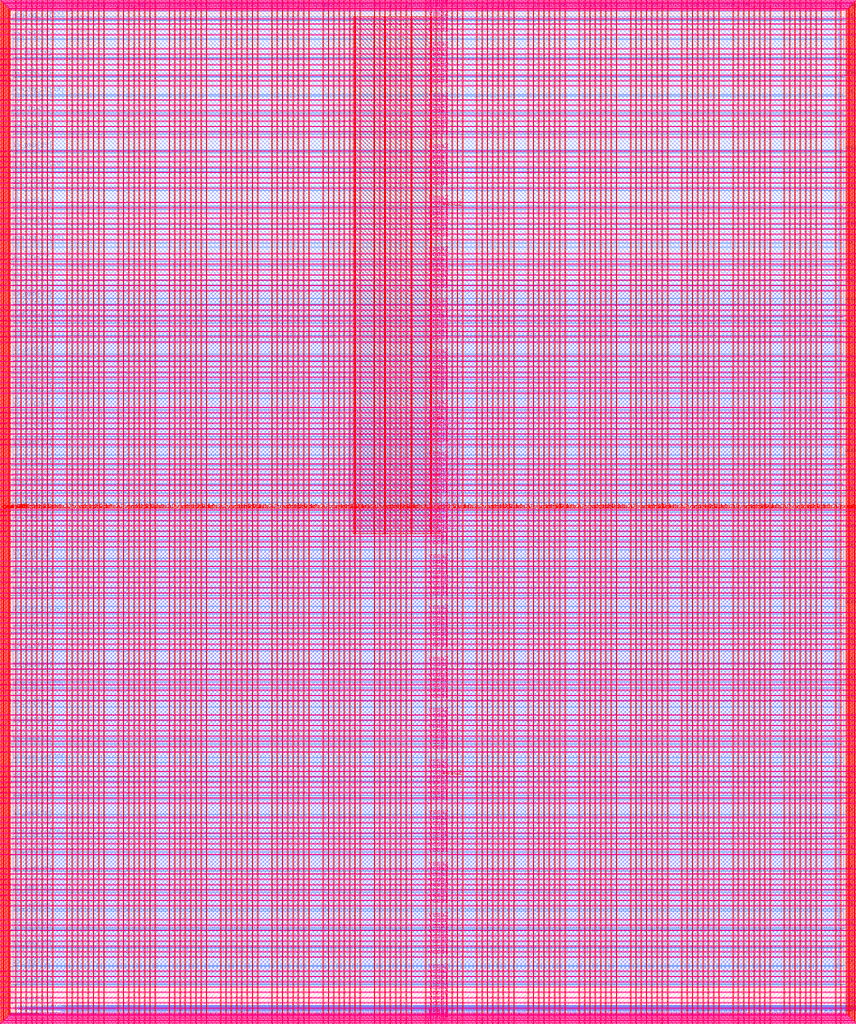
<source format=lef>
VERSION 5.7 ;
  NOWIREEXTENSIONATPIN ON ;
  DIVIDERCHAR "/" ;
  BUSBITCHARS "[]" ;
MACRO user_project_wrapper
  CLASS BLOCK ;
  FOREIGN user_project_wrapper ;
  ORIGIN 0.000 0.000 ;
  SIZE 2920.000 BY 3520.000 ;
  PIN analog_io[0]
    DIRECTION INOUT ;
    USE SIGNAL ;
    PORT
      LAYER met3 ;
        RECT 2917.600 1426.380 2924.800 1427.580 ;
    END
  END analog_io[0]
  PIN analog_io[10]
    DIRECTION INOUT ;
    USE SIGNAL ;
    PORT
      LAYER met2 ;
        RECT 2230.490 3517.600 2231.050 3524.800 ;
    END
  END analog_io[10]
  PIN analog_io[11]
    DIRECTION INOUT ;
    USE SIGNAL ;
    PORT
      LAYER met2 ;
        RECT 1905.730 3517.600 1906.290 3524.800 ;
    END
  END analog_io[11]
  PIN analog_io[12]
    DIRECTION INOUT ;
    USE SIGNAL ;
    PORT
      LAYER met2 ;
        RECT 1581.430 3517.600 1581.990 3524.800 ;
    END
  END analog_io[12]
  PIN analog_io[13]
    DIRECTION INOUT ;
    USE SIGNAL ;
    PORT
      LAYER met2 ;
        RECT 1257.130 3517.600 1257.690 3524.800 ;
    END
  END analog_io[13]
  PIN analog_io[14]
    DIRECTION INOUT ;
    USE SIGNAL ;
    PORT
      LAYER met2 ;
        RECT 932.370 3517.600 932.930 3524.800 ;
    END
  END analog_io[14]
  PIN analog_io[15]
    DIRECTION INOUT ;
    USE SIGNAL ;
    PORT
      LAYER met2 ;
        RECT 608.070 3517.600 608.630 3524.800 ;
    END
  END analog_io[15]
  PIN analog_io[16]
    DIRECTION INOUT ;
    USE SIGNAL ;
    PORT
      LAYER met2 ;
        RECT 283.770 3517.600 284.330 3524.800 ;
    END
  END analog_io[16]
  PIN analog_io[17]
    DIRECTION INOUT ;
    USE SIGNAL ;
    PORT
      LAYER met3 ;
        RECT -4.800 3486.100 2.400 3487.300 ;
    END
  END analog_io[17]
  PIN analog_io[18]
    DIRECTION INOUT ;
    USE SIGNAL ;
    PORT
      LAYER met3 ;
        RECT -4.800 3224.980 2.400 3226.180 ;
    END
  END analog_io[18]
  PIN analog_io[19]
    DIRECTION INOUT ;
    USE SIGNAL ;
    PORT
      LAYER met3 ;
        RECT -4.800 2964.540 2.400 2965.740 ;
    END
  END analog_io[19]
  PIN analog_io[1]
    DIRECTION INOUT ;
    USE SIGNAL ;
    PORT
      LAYER met3 ;
        RECT 2917.600 1692.260 2924.800 1693.460 ;
    END
  END analog_io[1]
  PIN analog_io[20]
    DIRECTION INOUT ;
    USE SIGNAL ;
    PORT
      LAYER met3 ;
        RECT -4.800 2703.420 2.400 2704.620 ;
    END
  END analog_io[20]
  PIN analog_io[21]
    DIRECTION INOUT ;
    USE SIGNAL ;
    PORT
      LAYER met3 ;
        RECT -4.800 2442.980 2.400 2444.180 ;
    END
  END analog_io[21]
  PIN analog_io[22]
    DIRECTION INOUT ;
    USE SIGNAL ;
    PORT
      LAYER met3 ;
        RECT -4.800 2182.540 2.400 2183.740 ;
    END
  END analog_io[22]
  PIN analog_io[23]
    DIRECTION INOUT ;
    USE SIGNAL ;
    PORT
      LAYER met3 ;
        RECT -4.800 1921.420 2.400 1922.620 ;
    END
  END analog_io[23]
  PIN analog_io[24]
    DIRECTION INOUT ;
    USE SIGNAL ;
    PORT
      LAYER met3 ;
        RECT -4.800 1660.980 2.400 1662.180 ;
    END
  END analog_io[24]
  PIN analog_io[25]
    DIRECTION INOUT ;
    USE SIGNAL ;
    PORT
      LAYER met3 ;
        RECT -4.800 1399.860 2.400 1401.060 ;
    END
  END analog_io[25]
  PIN analog_io[26]
    DIRECTION INOUT ;
    USE SIGNAL ;
    PORT
      LAYER met3 ;
        RECT -4.800 1139.420 2.400 1140.620 ;
    END
  END analog_io[26]
  PIN analog_io[27]
    DIRECTION INOUT ;
    USE SIGNAL ;
    PORT
      LAYER met3 ;
        RECT -4.800 878.980 2.400 880.180 ;
    END
  END analog_io[27]
  PIN analog_io[28]
    DIRECTION INOUT ;
    USE SIGNAL ;
    PORT
      LAYER met3 ;
        RECT -4.800 617.860 2.400 619.060 ;
    END
  END analog_io[28]
  PIN analog_io[2]
    DIRECTION INOUT ;
    USE SIGNAL ;
    PORT
      LAYER met3 ;
        RECT 2917.600 1958.140 2924.800 1959.340 ;
    END
  END analog_io[2]
  PIN analog_io[3]
    DIRECTION INOUT ;
    USE SIGNAL ;
    PORT
      LAYER met3 ;
        RECT 2917.600 2223.340 2924.800 2224.540 ;
    END
  END analog_io[3]
  PIN analog_io[4]
    DIRECTION INOUT ;
    USE SIGNAL ;
    PORT
      LAYER met3 ;
        RECT 2917.600 2489.220 2924.800 2490.420 ;
    END
  END analog_io[4]
  PIN analog_io[5]
    DIRECTION INOUT ;
    USE SIGNAL ;
    PORT
      LAYER met3 ;
        RECT 2917.600 2755.100 2924.800 2756.300 ;
    END
  END analog_io[5]
  PIN analog_io[6]
    DIRECTION INOUT ;
    USE SIGNAL ;
    PORT
      LAYER met3 ;
        RECT 2917.600 3020.300 2924.800 3021.500 ;
    END
  END analog_io[6]
  PIN analog_io[7]
    DIRECTION INOUT ;
    USE SIGNAL ;
    PORT
      LAYER met3 ;
        RECT 2917.600 3286.180 2924.800 3287.380 ;
    END
  END analog_io[7]
  PIN analog_io[8]
    DIRECTION INOUT ;
    USE SIGNAL ;
    PORT
      LAYER met2 ;
        RECT 2879.090 3517.600 2879.650 3524.800 ;
    END
  END analog_io[8]
  PIN analog_io[9]
    DIRECTION INOUT ;
    USE SIGNAL ;
    PORT
      LAYER met2 ;
        RECT 2554.790 3517.600 2555.350 3524.800 ;
    END
  END analog_io[9]
  PIN io_in[0]
    DIRECTION INPUT ;
    USE SIGNAL ;
    PORT
      LAYER met3 ;
        RECT 2917.600 32.380 2924.800 33.580 ;
    END
  END io_in[0]
  PIN io_in[10]
    DIRECTION INPUT ;
    USE SIGNAL ;
    PORT
      LAYER met3 ;
        RECT 2917.600 2289.980 2924.800 2291.180 ;
    END
  END io_in[10]
  PIN io_in[11]
    DIRECTION INPUT ;
    USE SIGNAL ;
    PORT
      LAYER met3 ;
        RECT 2917.600 2555.860 2924.800 2557.060 ;
    END
  END io_in[11]
  PIN io_in[12]
    DIRECTION INPUT ;
    USE SIGNAL ;
    PORT
      LAYER met3 ;
        RECT 2917.600 2821.060 2924.800 2822.260 ;
    END
  END io_in[12]
  PIN io_in[13]
    DIRECTION INPUT ;
    USE SIGNAL ;
    PORT
      LAYER met3 ;
        RECT 2917.600 3086.940 2924.800 3088.140 ;
    END
  END io_in[13]
  PIN io_in[14]
    DIRECTION INPUT ;
    USE SIGNAL ;
    PORT
      LAYER met3 ;
        RECT 2917.600 3352.820 2924.800 3354.020 ;
    END
  END io_in[14]
  PIN io_in[15]
    DIRECTION INPUT ;
    USE SIGNAL ;
    PORT
      LAYER met2 ;
        RECT 2798.130 3517.600 2798.690 3524.800 ;
    END
  END io_in[15]
  PIN io_in[16]
    DIRECTION INPUT ;
    USE SIGNAL ;
    PORT
      LAYER met2 ;
        RECT 2473.830 3517.600 2474.390 3524.800 ;
    END
  END io_in[16]
  PIN io_in[17]
    DIRECTION INPUT ;
    USE SIGNAL ;
    PORT
      LAYER met2 ;
        RECT 2149.070 3517.600 2149.630 3524.800 ;
    END
  END io_in[17]
  PIN io_in[18]
    DIRECTION INPUT ;
    USE SIGNAL ;
    PORT
      LAYER met2 ;
        RECT 1824.770 3517.600 1825.330 3524.800 ;
    END
  END io_in[18]
  PIN io_in[19]
    DIRECTION INPUT ;
    USE SIGNAL ;
    PORT
      LAYER met2 ;
        RECT 1500.470 3517.600 1501.030 3524.800 ;
    END
  END io_in[19]
  PIN io_in[1]
    DIRECTION INPUT ;
    USE SIGNAL ;
    PORT
      LAYER met3 ;
        RECT 2917.600 230.940 2924.800 232.140 ;
    END
  END io_in[1]
  PIN io_in[20]
    DIRECTION INPUT ;
    USE SIGNAL ;
    PORT
      LAYER met2 ;
        RECT 1175.710 3517.600 1176.270 3524.800 ;
    END
  END io_in[20]
  PIN io_in[21]
    DIRECTION INPUT ;
    USE SIGNAL ;
    PORT
      LAYER met2 ;
        RECT 851.410 3517.600 851.970 3524.800 ;
    END
  END io_in[21]
  PIN io_in[22]
    DIRECTION INPUT ;
    USE SIGNAL ;
    PORT
      LAYER met2 ;
        RECT 527.110 3517.600 527.670 3524.800 ;
    END
  END io_in[22]
  PIN io_in[23]
    DIRECTION INPUT ;
    USE SIGNAL ;
    PORT
      LAYER met2 ;
        RECT 202.350 3517.600 202.910 3524.800 ;
    END
  END io_in[23]
  PIN io_in[24]
    DIRECTION INPUT ;
    USE SIGNAL ;
    PORT
      LAYER met3 ;
        RECT -4.800 3420.820 2.400 3422.020 ;
    END
  END io_in[24]
  PIN io_in[25]
    DIRECTION INPUT ;
    USE SIGNAL ;
    PORT
      LAYER met3 ;
        RECT -4.800 3159.700 2.400 3160.900 ;
    END
  END io_in[25]
  PIN io_in[26]
    DIRECTION INPUT ;
    USE SIGNAL ;
    PORT
      LAYER met3 ;
        RECT -4.800 2899.260 2.400 2900.460 ;
    END
  END io_in[26]
  PIN io_in[27]
    DIRECTION INPUT ;
    USE SIGNAL ;
    PORT
      LAYER met3 ;
        RECT -4.800 2638.820 2.400 2640.020 ;
    END
  END io_in[27]
  PIN io_in[28]
    DIRECTION INPUT ;
    USE SIGNAL ;
    PORT
      LAYER met3 ;
        RECT -4.800 2377.700 2.400 2378.900 ;
    END
  END io_in[28]
  PIN io_in[29]
    DIRECTION INPUT ;
    USE SIGNAL ;
    PORT
      LAYER met3 ;
        RECT -4.800 2117.260 2.400 2118.460 ;
    END
  END io_in[29]
  PIN io_in[2]
    DIRECTION INPUT ;
    USE SIGNAL ;
    PORT
      LAYER met3 ;
        RECT 2917.600 430.180 2924.800 431.380 ;
    END
  END io_in[2]
  PIN io_in[30]
    DIRECTION INPUT ;
    USE SIGNAL ;
    PORT
      LAYER met3 ;
        RECT -4.800 1856.140 2.400 1857.340 ;
    END
  END io_in[30]
  PIN io_in[31]
    DIRECTION INPUT ;
    USE SIGNAL ;
    PORT
      LAYER met3 ;
        RECT -4.800 1595.700 2.400 1596.900 ;
    END
  END io_in[31]
  PIN io_in[32]
    DIRECTION INPUT ;
    USE SIGNAL ;
    PORT
      LAYER met3 ;
        RECT -4.800 1335.260 2.400 1336.460 ;
    END
  END io_in[32]
  PIN io_in[33]
    DIRECTION INPUT ;
    USE SIGNAL ;
    PORT
      LAYER met3 ;
        RECT -4.800 1074.140 2.400 1075.340 ;
    END
  END io_in[33]
  PIN io_in[34]
    DIRECTION INPUT ;
    USE SIGNAL ;
    PORT
      LAYER met3 ;
        RECT -4.800 813.700 2.400 814.900 ;
    END
  END io_in[34]
  PIN io_in[35]
    DIRECTION INPUT ;
    USE SIGNAL ;
    PORT
      LAYER met3 ;
        RECT -4.800 552.580 2.400 553.780 ;
    END
  END io_in[35]
  PIN io_in[36]
    DIRECTION INPUT ;
    USE SIGNAL ;
    PORT
      LAYER met3 ;
        RECT -4.800 357.420 2.400 358.620 ;
    END
  END io_in[36]
  PIN io_in[37]
    DIRECTION INPUT ;
    USE SIGNAL ;
    PORT
      LAYER met3 ;
        RECT -4.800 161.580 2.400 162.780 ;
    END
  END io_in[37]
  PIN io_in[3]
    DIRECTION INPUT ;
    USE SIGNAL ;
    PORT
      LAYER met3 ;
        RECT 2917.600 629.420 2924.800 630.620 ;
    END
  END io_in[3]
  PIN io_in[4]
    DIRECTION INPUT ;
    USE SIGNAL ;
    PORT
      LAYER met3 ;
        RECT 2917.600 828.660 2924.800 829.860 ;
    END
  END io_in[4]
  PIN io_in[5]
    DIRECTION INPUT ;
    USE SIGNAL ;
    PORT
      LAYER met3 ;
        RECT 2917.600 1027.900 2924.800 1029.100 ;
    END
  END io_in[5]
  PIN io_in[6]
    DIRECTION INPUT ;
    USE SIGNAL ;
    PORT
      LAYER met3 ;
        RECT 2917.600 1227.140 2924.800 1228.340 ;
    END
  END io_in[6]
  PIN io_in[7]
    DIRECTION INPUT ;
    USE SIGNAL ;
    PORT
      LAYER met3 ;
        RECT 2917.600 1493.020 2924.800 1494.220 ;
    END
  END io_in[7]
  PIN io_in[8]
    DIRECTION INPUT ;
    USE SIGNAL ;
    PORT
      LAYER met3 ;
        RECT 2917.600 1758.900 2924.800 1760.100 ;
    END
  END io_in[8]
  PIN io_in[9]
    DIRECTION INPUT ;
    USE SIGNAL ;
    PORT
      LAYER met3 ;
        RECT 2917.600 2024.100 2924.800 2025.300 ;
    END
  END io_in[9]
  PIN io_oeb[0]
    DIRECTION OUTPUT TRISTATE ;
    USE SIGNAL ;
    PORT
      LAYER met3 ;
        RECT 2917.600 164.980 2924.800 166.180 ;
    END
  END io_oeb[0]
  PIN io_oeb[10]
    DIRECTION OUTPUT TRISTATE ;
    USE SIGNAL ;
    PORT
      LAYER met3 ;
        RECT 2917.600 2422.580 2924.800 2423.780 ;
    END
  END io_oeb[10]
  PIN io_oeb[11]
    DIRECTION OUTPUT TRISTATE ;
    USE SIGNAL ;
    PORT
      LAYER met3 ;
        RECT 2917.600 2688.460 2924.800 2689.660 ;
    END
  END io_oeb[11]
  PIN io_oeb[12]
    DIRECTION OUTPUT TRISTATE ;
    USE SIGNAL ;
    PORT
      LAYER met3 ;
        RECT 2917.600 2954.340 2924.800 2955.540 ;
    END
  END io_oeb[12]
  PIN io_oeb[13]
    DIRECTION OUTPUT TRISTATE ;
    USE SIGNAL ;
    PORT
      LAYER met3 ;
        RECT 2917.600 3219.540 2924.800 3220.740 ;
    END
  END io_oeb[13]
  PIN io_oeb[14]
    DIRECTION OUTPUT TRISTATE ;
    USE SIGNAL ;
    PORT
      LAYER met3 ;
        RECT 2917.600 3485.420 2924.800 3486.620 ;
    END
  END io_oeb[14]
  PIN io_oeb[15]
    DIRECTION OUTPUT TRISTATE ;
    USE SIGNAL ;
    PORT
      LAYER met2 ;
        RECT 2635.750 3517.600 2636.310 3524.800 ;
    END
  END io_oeb[15]
  PIN io_oeb[16]
    DIRECTION OUTPUT TRISTATE ;
    USE SIGNAL ;
    PORT
      LAYER met2 ;
        RECT 2311.450 3517.600 2312.010 3524.800 ;
    END
  END io_oeb[16]
  PIN io_oeb[17]
    DIRECTION OUTPUT TRISTATE ;
    USE SIGNAL ;
    PORT
      LAYER met2 ;
        RECT 1987.150 3517.600 1987.710 3524.800 ;
    END
  END io_oeb[17]
  PIN io_oeb[18]
    DIRECTION OUTPUT TRISTATE ;
    USE SIGNAL ;
    PORT
      LAYER met2 ;
        RECT 1662.390 3517.600 1662.950 3524.800 ;
    END
  END io_oeb[18]
  PIN io_oeb[19]
    DIRECTION OUTPUT TRISTATE ;
    USE SIGNAL ;
    PORT
      LAYER met2 ;
        RECT 1338.090 3517.600 1338.650 3524.800 ;
    END
  END io_oeb[19]
  PIN io_oeb[1]
    DIRECTION OUTPUT TRISTATE ;
    USE SIGNAL ;
    PORT
      LAYER met3 ;
        RECT 2917.600 364.220 2924.800 365.420 ;
    END
  END io_oeb[1]
  PIN io_oeb[20]
    DIRECTION OUTPUT TRISTATE ;
    USE SIGNAL ;
    PORT
      LAYER met2 ;
        RECT 1013.790 3517.600 1014.350 3524.800 ;
    END
  END io_oeb[20]
  PIN io_oeb[21]
    DIRECTION OUTPUT TRISTATE ;
    USE SIGNAL ;
    PORT
      LAYER met2 ;
        RECT 689.030 3517.600 689.590 3524.800 ;
    END
  END io_oeb[21]
  PIN io_oeb[22]
    DIRECTION OUTPUT TRISTATE ;
    USE SIGNAL ;
    PORT
      LAYER met2 ;
        RECT 364.730 3517.600 365.290 3524.800 ;
    END
  END io_oeb[22]
  PIN io_oeb[23]
    DIRECTION OUTPUT TRISTATE ;
    USE SIGNAL ;
    PORT
      LAYER met2 ;
        RECT 40.430 3517.600 40.990 3524.800 ;
    END
  END io_oeb[23]
  PIN io_oeb[24]
    DIRECTION OUTPUT TRISTATE ;
    USE SIGNAL ;
    PORT
      LAYER met3 ;
        RECT -4.800 3290.260 2.400 3291.460 ;
    END
  END io_oeb[24]
  PIN io_oeb[25]
    DIRECTION OUTPUT TRISTATE ;
    USE SIGNAL ;
    PORT
      LAYER met3 ;
        RECT -4.800 3029.820 2.400 3031.020 ;
    END
  END io_oeb[25]
  PIN io_oeb[26]
    DIRECTION OUTPUT TRISTATE ;
    USE SIGNAL ;
    PORT
      LAYER met3 ;
        RECT -4.800 2768.700 2.400 2769.900 ;
    END
  END io_oeb[26]
  PIN io_oeb[27]
    DIRECTION OUTPUT TRISTATE ;
    USE SIGNAL ;
    PORT
      LAYER met3 ;
        RECT -4.800 2508.260 2.400 2509.460 ;
    END
  END io_oeb[27]
  PIN io_oeb[28]
    DIRECTION OUTPUT TRISTATE ;
    USE SIGNAL ;
    PORT
      LAYER met3 ;
        RECT -4.800 2247.140 2.400 2248.340 ;
    END
  END io_oeb[28]
  PIN io_oeb[29]
    DIRECTION OUTPUT TRISTATE ;
    USE SIGNAL ;
    PORT
      LAYER met3 ;
        RECT -4.800 1986.700 2.400 1987.900 ;
    END
  END io_oeb[29]
  PIN io_oeb[2]
    DIRECTION OUTPUT TRISTATE ;
    USE SIGNAL ;
    PORT
      LAYER met3 ;
        RECT 2917.600 563.460 2924.800 564.660 ;
    END
  END io_oeb[2]
  PIN io_oeb[30]
    DIRECTION OUTPUT TRISTATE ;
    USE SIGNAL ;
    PORT
      LAYER met3 ;
        RECT -4.800 1726.260 2.400 1727.460 ;
    END
  END io_oeb[30]
  PIN io_oeb[31]
    DIRECTION OUTPUT TRISTATE ;
    USE SIGNAL ;
    PORT
      LAYER met3 ;
        RECT -4.800 1465.140 2.400 1466.340 ;
    END
  END io_oeb[31]
  PIN io_oeb[32]
    DIRECTION OUTPUT TRISTATE ;
    USE SIGNAL ;
    PORT
      LAYER met3 ;
        RECT -4.800 1204.700 2.400 1205.900 ;
    END
  END io_oeb[32]
  PIN io_oeb[33]
    DIRECTION OUTPUT TRISTATE ;
    USE SIGNAL ;
    PORT
      LAYER met3 ;
        RECT -4.800 943.580 2.400 944.780 ;
    END
  END io_oeb[33]
  PIN io_oeb[34]
    DIRECTION OUTPUT TRISTATE ;
    USE SIGNAL ;
    PORT
      LAYER met3 ;
        RECT -4.800 683.140 2.400 684.340 ;
    END
  END io_oeb[34]
  PIN io_oeb[35]
    DIRECTION OUTPUT TRISTATE ;
    USE SIGNAL ;
    PORT
      LAYER met3 ;
        RECT -4.800 422.700 2.400 423.900 ;
    END
  END io_oeb[35]
  PIN io_oeb[36]
    DIRECTION OUTPUT TRISTATE ;
    USE SIGNAL ;
    PORT
      LAYER met3 ;
        RECT -4.800 226.860 2.400 228.060 ;
    END
  END io_oeb[36]
  PIN io_oeb[37]
    DIRECTION OUTPUT TRISTATE ;
    USE SIGNAL ;
    PORT
      LAYER met3 ;
        RECT -4.800 31.700 2.400 32.900 ;
    END
  END io_oeb[37]
  PIN io_oeb[3]
    DIRECTION OUTPUT TRISTATE ;
    USE SIGNAL ;
    PORT
      LAYER met3 ;
        RECT 2917.600 762.700 2924.800 763.900 ;
    END
  END io_oeb[3]
  PIN io_oeb[4]
    DIRECTION OUTPUT TRISTATE ;
    USE SIGNAL ;
    PORT
      LAYER met3 ;
        RECT 2917.600 961.940 2924.800 963.140 ;
    END
  END io_oeb[4]
  PIN io_oeb[5]
    DIRECTION OUTPUT TRISTATE ;
    USE SIGNAL ;
    PORT
      LAYER met3 ;
        RECT 2917.600 1161.180 2924.800 1162.380 ;
    END
  END io_oeb[5]
  PIN io_oeb[6]
    DIRECTION OUTPUT TRISTATE ;
    USE SIGNAL ;
    PORT
      LAYER met3 ;
        RECT 2917.600 1360.420 2924.800 1361.620 ;
    END
  END io_oeb[6]
  PIN io_oeb[7]
    DIRECTION OUTPUT TRISTATE ;
    USE SIGNAL ;
    PORT
      LAYER met3 ;
        RECT 2917.600 1625.620 2924.800 1626.820 ;
    END
  END io_oeb[7]
  PIN io_oeb[8]
    DIRECTION OUTPUT TRISTATE ;
    USE SIGNAL ;
    PORT
      LAYER met3 ;
        RECT 2917.600 1891.500 2924.800 1892.700 ;
    END
  END io_oeb[8]
  PIN io_oeb[9]
    DIRECTION OUTPUT TRISTATE ;
    USE SIGNAL ;
    PORT
      LAYER met3 ;
        RECT 2917.600 2157.380 2924.800 2158.580 ;
    END
  END io_oeb[9]
  PIN io_out[0]
    DIRECTION OUTPUT TRISTATE ;
    USE SIGNAL ;
    PORT
      LAYER met3 ;
        RECT 2917.600 98.340 2924.800 99.540 ;
    END
  END io_out[0]
  PIN io_out[10]
    DIRECTION OUTPUT TRISTATE ;
    USE SIGNAL ;
    PORT
      LAYER met3 ;
        RECT 2917.600 2356.620 2924.800 2357.820 ;
    END
  END io_out[10]
  PIN io_out[11]
    DIRECTION OUTPUT TRISTATE ;
    USE SIGNAL ;
    PORT
      LAYER met3 ;
        RECT 2917.600 2621.820 2924.800 2623.020 ;
    END
  END io_out[11]
  PIN io_out[12]
    DIRECTION OUTPUT TRISTATE ;
    USE SIGNAL ;
    PORT
      LAYER met3 ;
        RECT 2917.600 2887.700 2924.800 2888.900 ;
    END
  END io_out[12]
  PIN io_out[13]
    DIRECTION OUTPUT TRISTATE ;
    USE SIGNAL ;
    PORT
      LAYER met3 ;
        RECT 2917.600 3153.580 2924.800 3154.780 ;
    END
  END io_out[13]
  PIN io_out[14]
    DIRECTION OUTPUT TRISTATE ;
    USE SIGNAL ;
    PORT
      LAYER met3 ;
        RECT 2917.600 3418.780 2924.800 3419.980 ;
    END
  END io_out[14]
  PIN io_out[15]
    DIRECTION OUTPUT TRISTATE ;
    USE SIGNAL ;
    PORT
      LAYER met2 ;
        RECT 2717.170 3517.600 2717.730 3524.800 ;
    END
  END io_out[15]
  PIN io_out[16]
    DIRECTION OUTPUT TRISTATE ;
    USE SIGNAL ;
    PORT
      LAYER met2 ;
        RECT 2392.410 3517.600 2392.970 3524.800 ;
    END
  END io_out[16]
  PIN io_out[17]
    DIRECTION OUTPUT TRISTATE ;
    USE SIGNAL ;
    PORT
      LAYER met2 ;
        RECT 2068.110 3517.600 2068.670 3524.800 ;
    END
  END io_out[17]
  PIN io_out[18]
    DIRECTION OUTPUT TRISTATE ;
    USE SIGNAL ;
    PORT
      LAYER met2 ;
        RECT 1743.810 3517.600 1744.370 3524.800 ;
    END
  END io_out[18]
  PIN io_out[19]
    DIRECTION OUTPUT TRISTATE ;
    USE SIGNAL ;
    PORT
      LAYER met2 ;
        RECT 1419.050 3517.600 1419.610 3524.800 ;
    END
  END io_out[19]
  PIN io_out[1]
    DIRECTION OUTPUT TRISTATE ;
    USE SIGNAL ;
    PORT
      LAYER met3 ;
        RECT 2917.600 297.580 2924.800 298.780 ;
    END
  END io_out[1]
  PIN io_out[20]
    DIRECTION OUTPUT TRISTATE ;
    USE SIGNAL ;
    PORT
      LAYER met2 ;
        RECT 1094.750 3517.600 1095.310 3524.800 ;
    END
  END io_out[20]
  PIN io_out[21]
    DIRECTION OUTPUT TRISTATE ;
    USE SIGNAL ;
    PORT
      LAYER met2 ;
        RECT 770.450 3517.600 771.010 3524.800 ;
    END
  END io_out[21]
  PIN io_out[22]
    DIRECTION OUTPUT TRISTATE ;
    USE SIGNAL ;
    PORT
      LAYER met2 ;
        RECT 445.690 3517.600 446.250 3524.800 ;
    END
  END io_out[22]
  PIN io_out[23]
    DIRECTION OUTPUT TRISTATE ;
    USE SIGNAL ;
    PORT
      LAYER met2 ;
        RECT 121.390 3517.600 121.950 3524.800 ;
    END
  END io_out[23]
  PIN io_out[24]
    DIRECTION OUTPUT TRISTATE ;
    USE SIGNAL ;
    PORT
      LAYER met3 ;
        RECT -4.800 3355.540 2.400 3356.740 ;
    END
  END io_out[24]
  PIN io_out[25]
    DIRECTION OUTPUT TRISTATE ;
    USE SIGNAL ;
    PORT
      LAYER met3 ;
        RECT -4.800 3095.100 2.400 3096.300 ;
    END
  END io_out[25]
  PIN io_out[26]
    DIRECTION OUTPUT TRISTATE ;
    USE SIGNAL ;
    PORT
      LAYER met3 ;
        RECT -4.800 2833.980 2.400 2835.180 ;
    END
  END io_out[26]
  PIN io_out[27]
    DIRECTION OUTPUT TRISTATE ;
    USE SIGNAL ;
    PORT
      LAYER met3 ;
        RECT -4.800 2573.540 2.400 2574.740 ;
    END
  END io_out[27]
  PIN io_out[28]
    DIRECTION OUTPUT TRISTATE ;
    USE SIGNAL ;
    PORT
      LAYER met3 ;
        RECT -4.800 2312.420 2.400 2313.620 ;
    END
  END io_out[28]
  PIN io_out[29]
    DIRECTION OUTPUT TRISTATE ;
    USE SIGNAL ;
    PORT
      LAYER met3 ;
        RECT -4.800 2051.980 2.400 2053.180 ;
    END
  END io_out[29]
  PIN io_out[2]
    DIRECTION OUTPUT TRISTATE ;
    USE SIGNAL ;
    PORT
      LAYER met3 ;
        RECT 2917.600 496.820 2924.800 498.020 ;
    END
  END io_out[2]
  PIN io_out[30]
    DIRECTION OUTPUT TRISTATE ;
    USE SIGNAL ;
    PORT
      LAYER met3 ;
        RECT -4.800 1791.540 2.400 1792.740 ;
    END
  END io_out[30]
  PIN io_out[31]
    DIRECTION OUTPUT TRISTATE ;
    USE SIGNAL ;
    PORT
      LAYER met3 ;
        RECT -4.800 1530.420 2.400 1531.620 ;
    END
  END io_out[31]
  PIN io_out[32]
    DIRECTION OUTPUT TRISTATE ;
    USE SIGNAL ;
    PORT
      LAYER met3 ;
        RECT -4.800 1269.980 2.400 1271.180 ;
    END
  END io_out[32]
  PIN io_out[33]
    DIRECTION OUTPUT TRISTATE ;
    USE SIGNAL ;
    PORT
      LAYER met3 ;
        RECT -4.800 1008.860 2.400 1010.060 ;
    END
  END io_out[33]
  PIN io_out[34]
    DIRECTION OUTPUT TRISTATE ;
    USE SIGNAL ;
    PORT
      LAYER met3 ;
        RECT -4.800 748.420 2.400 749.620 ;
    END
  END io_out[34]
  PIN io_out[35]
    DIRECTION OUTPUT TRISTATE ;
    USE SIGNAL ;
    PORT
      LAYER met3 ;
        RECT -4.800 487.300 2.400 488.500 ;
    END
  END io_out[35]
  PIN io_out[36]
    DIRECTION OUTPUT TRISTATE ;
    USE SIGNAL ;
    PORT
      LAYER met3 ;
        RECT -4.800 292.140 2.400 293.340 ;
    END
  END io_out[36]
  PIN io_out[37]
    DIRECTION OUTPUT TRISTATE ;
    USE SIGNAL ;
    PORT
      LAYER met3 ;
        RECT -4.800 96.300 2.400 97.500 ;
    END
  END io_out[37]
  PIN io_out[3]
    DIRECTION OUTPUT TRISTATE ;
    USE SIGNAL ;
    PORT
      LAYER met3 ;
        RECT 2917.600 696.060 2924.800 697.260 ;
    END
  END io_out[3]
  PIN io_out[4]
    DIRECTION OUTPUT TRISTATE ;
    USE SIGNAL ;
    PORT
      LAYER met3 ;
        RECT 2917.600 895.300 2924.800 896.500 ;
    END
  END io_out[4]
  PIN io_out[5]
    DIRECTION OUTPUT TRISTATE ;
    USE SIGNAL ;
    PORT
      LAYER met3 ;
        RECT 2917.600 1094.540 2924.800 1095.740 ;
    END
  END io_out[5]
  PIN io_out[6]
    DIRECTION OUTPUT TRISTATE ;
    USE SIGNAL ;
    PORT
      LAYER met3 ;
        RECT 2917.600 1293.780 2924.800 1294.980 ;
    END
  END io_out[6]
  PIN io_out[7]
    DIRECTION OUTPUT TRISTATE ;
    USE SIGNAL ;
    PORT
      LAYER met3 ;
        RECT 2917.600 1559.660 2924.800 1560.860 ;
    END
  END io_out[7]
  PIN io_out[8]
    DIRECTION OUTPUT TRISTATE ;
    USE SIGNAL ;
    PORT
      LAYER met3 ;
        RECT 2917.600 1824.860 2924.800 1826.060 ;
    END
  END io_out[8]
  PIN io_out[9]
    DIRECTION OUTPUT TRISTATE ;
    USE SIGNAL ;
    PORT
      LAYER met3 ;
        RECT 2917.600 2090.740 2924.800 2091.940 ;
    END
  END io_out[9]
  PIN la_data_in[0]
    DIRECTION INPUT ;
    USE SIGNAL ;
    PORT
      LAYER met2 ;
        RECT 629.230 -4.800 629.790 2.400 ;
    END
  END la_data_in[0]
  PIN la_data_in[100]
    DIRECTION INPUT ;
    USE SIGNAL ;
    PORT
      LAYER met2 ;
        RECT 2402.530 -4.800 2403.090 2.400 ;
    END
  END la_data_in[100]
  PIN la_data_in[101]
    DIRECTION INPUT ;
    USE SIGNAL ;
    PORT
      LAYER met2 ;
        RECT 2420.010 -4.800 2420.570 2.400 ;
    END
  END la_data_in[101]
  PIN la_data_in[102]
    DIRECTION INPUT ;
    USE SIGNAL ;
    PORT
      LAYER met2 ;
        RECT 2437.950 -4.800 2438.510 2.400 ;
    END
  END la_data_in[102]
  PIN la_data_in[103]
    DIRECTION INPUT ;
    USE SIGNAL ;
    PORT
      LAYER met2 ;
        RECT 2455.430 -4.800 2455.990 2.400 ;
    END
  END la_data_in[103]
  PIN la_data_in[104]
    DIRECTION INPUT ;
    USE SIGNAL ;
    PORT
      LAYER met2 ;
        RECT 2473.370 -4.800 2473.930 2.400 ;
    END
  END la_data_in[104]
  PIN la_data_in[105]
    DIRECTION INPUT ;
    USE SIGNAL ;
    PORT
      LAYER met2 ;
        RECT 2490.850 -4.800 2491.410 2.400 ;
    END
  END la_data_in[105]
  PIN la_data_in[106]
    DIRECTION INPUT ;
    USE SIGNAL ;
    PORT
      LAYER met2 ;
        RECT 2508.790 -4.800 2509.350 2.400 ;
    END
  END la_data_in[106]
  PIN la_data_in[107]
    DIRECTION INPUT ;
    USE SIGNAL ;
    PORT
      LAYER met2 ;
        RECT 2526.730 -4.800 2527.290 2.400 ;
    END
  END la_data_in[107]
  PIN la_data_in[108]
    DIRECTION INPUT ;
    USE SIGNAL ;
    PORT
      LAYER met2 ;
        RECT 2544.210 -4.800 2544.770 2.400 ;
    END
  END la_data_in[108]
  PIN la_data_in[109]
    DIRECTION INPUT ;
    USE SIGNAL ;
    PORT
      LAYER met2 ;
        RECT 2562.150 -4.800 2562.710 2.400 ;
    END
  END la_data_in[109]
  PIN la_data_in[10]
    DIRECTION INPUT ;
    USE SIGNAL ;
    PORT
      LAYER met2 ;
        RECT 806.330 -4.800 806.890 2.400 ;
    END
  END la_data_in[10]
  PIN la_data_in[110]
    DIRECTION INPUT ;
    USE SIGNAL ;
    PORT
      LAYER met2 ;
        RECT 2579.630 -4.800 2580.190 2.400 ;
    END
  END la_data_in[110]
  PIN la_data_in[111]
    DIRECTION INPUT ;
    USE SIGNAL ;
    PORT
      LAYER met2 ;
        RECT 2597.570 -4.800 2598.130 2.400 ;
    END
  END la_data_in[111]
  PIN la_data_in[112]
    DIRECTION INPUT ;
    USE SIGNAL ;
    PORT
      LAYER met2 ;
        RECT 2615.050 -4.800 2615.610 2.400 ;
    END
  END la_data_in[112]
  PIN la_data_in[113]
    DIRECTION INPUT ;
    USE SIGNAL ;
    PORT
      LAYER met2 ;
        RECT 2632.990 -4.800 2633.550 2.400 ;
    END
  END la_data_in[113]
  PIN la_data_in[114]
    DIRECTION INPUT ;
    USE SIGNAL ;
    PORT
      LAYER met2 ;
        RECT 2650.470 -4.800 2651.030 2.400 ;
    END
  END la_data_in[114]
  PIN la_data_in[115]
    DIRECTION INPUT ;
    USE SIGNAL ;
    PORT
      LAYER met2 ;
        RECT 2668.410 -4.800 2668.970 2.400 ;
    END
  END la_data_in[115]
  PIN la_data_in[116]
    DIRECTION INPUT ;
    USE SIGNAL ;
    PORT
      LAYER met2 ;
        RECT 2685.890 -4.800 2686.450 2.400 ;
    END
  END la_data_in[116]
  PIN la_data_in[117]
    DIRECTION INPUT ;
    USE SIGNAL ;
    PORT
      LAYER met2 ;
        RECT 2703.830 -4.800 2704.390 2.400 ;
    END
  END la_data_in[117]
  PIN la_data_in[118]
    DIRECTION INPUT ;
    USE SIGNAL ;
    PORT
      LAYER met2 ;
        RECT 2721.770 -4.800 2722.330 2.400 ;
    END
  END la_data_in[118]
  PIN la_data_in[119]
    DIRECTION INPUT ;
    USE SIGNAL ;
    PORT
      LAYER met2 ;
        RECT 2739.250 -4.800 2739.810 2.400 ;
    END
  END la_data_in[119]
  PIN la_data_in[11]
    DIRECTION INPUT ;
    USE SIGNAL ;
    PORT
      LAYER met2 ;
        RECT 824.270 -4.800 824.830 2.400 ;
    END
  END la_data_in[11]
  PIN la_data_in[120]
    DIRECTION INPUT ;
    USE SIGNAL ;
    PORT
      LAYER met2 ;
        RECT 2757.190 -4.800 2757.750 2.400 ;
    END
  END la_data_in[120]
  PIN la_data_in[121]
    DIRECTION INPUT ;
    USE SIGNAL ;
    PORT
      LAYER met2 ;
        RECT 2774.670 -4.800 2775.230 2.400 ;
    END
  END la_data_in[121]
  PIN la_data_in[122]
    DIRECTION INPUT ;
    USE SIGNAL ;
    PORT
      LAYER met2 ;
        RECT 2792.610 -4.800 2793.170 2.400 ;
    END
  END la_data_in[122]
  PIN la_data_in[123]
    DIRECTION INPUT ;
    USE SIGNAL ;
    PORT
      LAYER met2 ;
        RECT 2810.090 -4.800 2810.650 2.400 ;
    END
  END la_data_in[123]
  PIN la_data_in[124]
    DIRECTION INPUT ;
    USE SIGNAL ;
    PORT
      LAYER met2 ;
        RECT 2828.030 -4.800 2828.590 2.400 ;
    END
  END la_data_in[124]
  PIN la_data_in[125]
    DIRECTION INPUT ;
    USE SIGNAL ;
    PORT
      LAYER met2 ;
        RECT 2845.510 -4.800 2846.070 2.400 ;
    END
  END la_data_in[125]
  PIN la_data_in[126]
    DIRECTION INPUT ;
    USE SIGNAL ;
    PORT
      LAYER met2 ;
        RECT 2863.450 -4.800 2864.010 2.400 ;
    END
  END la_data_in[126]
  PIN la_data_in[127]
    DIRECTION INPUT ;
    USE SIGNAL ;
    PORT
      LAYER met2 ;
        RECT 2881.390 -4.800 2881.950 2.400 ;
    END
  END la_data_in[127]
  PIN la_data_in[12]
    DIRECTION INPUT ;
    USE SIGNAL ;
    PORT
      LAYER met2 ;
        RECT 841.750 -4.800 842.310 2.400 ;
    END
  END la_data_in[12]
  PIN la_data_in[13]
    DIRECTION INPUT ;
    USE SIGNAL ;
    PORT
      LAYER met2 ;
        RECT 859.690 -4.800 860.250 2.400 ;
    END
  END la_data_in[13]
  PIN la_data_in[14]
    DIRECTION INPUT ;
    USE SIGNAL ;
    PORT
      LAYER met2 ;
        RECT 877.170 -4.800 877.730 2.400 ;
    END
  END la_data_in[14]
  PIN la_data_in[15]
    DIRECTION INPUT ;
    USE SIGNAL ;
    PORT
      LAYER met2 ;
        RECT 895.110 -4.800 895.670 2.400 ;
    END
  END la_data_in[15]
  PIN la_data_in[16]
    DIRECTION INPUT ;
    USE SIGNAL ;
    PORT
      LAYER met2 ;
        RECT 912.590 -4.800 913.150 2.400 ;
    END
  END la_data_in[16]
  PIN la_data_in[17]
    DIRECTION INPUT ;
    USE SIGNAL ;
    PORT
      LAYER met2 ;
        RECT 930.530 -4.800 931.090 2.400 ;
    END
  END la_data_in[17]
  PIN la_data_in[18]
    DIRECTION INPUT ;
    USE SIGNAL ;
    PORT
      LAYER met2 ;
        RECT 948.470 -4.800 949.030 2.400 ;
    END
  END la_data_in[18]
  PIN la_data_in[19]
    DIRECTION INPUT ;
    USE SIGNAL ;
    PORT
      LAYER met2 ;
        RECT 965.950 -4.800 966.510 2.400 ;
    END
  END la_data_in[19]
  PIN la_data_in[1]
    DIRECTION INPUT ;
    USE SIGNAL ;
    PORT
      LAYER met2 ;
        RECT 646.710 -4.800 647.270 2.400 ;
    END
  END la_data_in[1]
  PIN la_data_in[20]
    DIRECTION INPUT ;
    USE SIGNAL ;
    PORT
      LAYER met2 ;
        RECT 983.890 -4.800 984.450 2.400 ;
    END
  END la_data_in[20]
  PIN la_data_in[21]
    DIRECTION INPUT ;
    USE SIGNAL ;
    PORT
      LAYER met2 ;
        RECT 1001.370 -4.800 1001.930 2.400 ;
    END
  END la_data_in[21]
  PIN la_data_in[22]
    DIRECTION INPUT ;
    USE SIGNAL ;
    PORT
      LAYER met2 ;
        RECT 1019.310 -4.800 1019.870 2.400 ;
    END
  END la_data_in[22]
  PIN la_data_in[23]
    DIRECTION INPUT ;
    USE SIGNAL ;
    PORT
      LAYER met2 ;
        RECT 1036.790 -4.800 1037.350 2.400 ;
    END
  END la_data_in[23]
  PIN la_data_in[24]
    DIRECTION INPUT ;
    USE SIGNAL ;
    PORT
      LAYER met2 ;
        RECT 1054.730 -4.800 1055.290 2.400 ;
    END
  END la_data_in[24]
  PIN la_data_in[25]
    DIRECTION INPUT ;
    USE SIGNAL ;
    PORT
      LAYER met2 ;
        RECT 1072.210 -4.800 1072.770 2.400 ;
    END
  END la_data_in[25]
  PIN la_data_in[26]
    DIRECTION INPUT ;
    USE SIGNAL ;
    PORT
      LAYER met2 ;
        RECT 1090.150 -4.800 1090.710 2.400 ;
    END
  END la_data_in[26]
  PIN la_data_in[27]
    DIRECTION INPUT ;
    USE SIGNAL ;
    PORT
      LAYER met2 ;
        RECT 1107.630 -4.800 1108.190 2.400 ;
    END
  END la_data_in[27]
  PIN la_data_in[28]
    DIRECTION INPUT ;
    USE SIGNAL ;
    PORT
      LAYER met2 ;
        RECT 1125.570 -4.800 1126.130 2.400 ;
    END
  END la_data_in[28]
  PIN la_data_in[29]
    DIRECTION INPUT ;
    USE SIGNAL ;
    PORT
      LAYER met2 ;
        RECT 1143.510 -4.800 1144.070 2.400 ;
    END
  END la_data_in[29]
  PIN la_data_in[2]
    DIRECTION INPUT ;
    USE SIGNAL ;
    PORT
      LAYER met2 ;
        RECT 664.650 -4.800 665.210 2.400 ;
    END
  END la_data_in[2]
  PIN la_data_in[30]
    DIRECTION INPUT ;
    USE SIGNAL ;
    PORT
      LAYER met2 ;
        RECT 1160.990 -4.800 1161.550 2.400 ;
    END
  END la_data_in[30]
  PIN la_data_in[31]
    DIRECTION INPUT ;
    USE SIGNAL ;
    PORT
      LAYER met2 ;
        RECT 1178.930 -4.800 1179.490 2.400 ;
    END
  END la_data_in[31]
  PIN la_data_in[32]
    DIRECTION INPUT ;
    USE SIGNAL ;
    PORT
      LAYER met2 ;
        RECT 1196.410 -4.800 1196.970 2.400 ;
    END
  END la_data_in[32]
  PIN la_data_in[33]
    DIRECTION INPUT ;
    USE SIGNAL ;
    PORT
      LAYER met2 ;
        RECT 1214.350 -4.800 1214.910 2.400 ;
    END
  END la_data_in[33]
  PIN la_data_in[34]
    DIRECTION INPUT ;
    USE SIGNAL ;
    PORT
      LAYER met2 ;
        RECT 1231.830 -4.800 1232.390 2.400 ;
    END
  END la_data_in[34]
  PIN la_data_in[35]
    DIRECTION INPUT ;
    USE SIGNAL ;
    PORT
      LAYER met2 ;
        RECT 1249.770 -4.800 1250.330 2.400 ;
    END
  END la_data_in[35]
  PIN la_data_in[36]
    DIRECTION INPUT ;
    USE SIGNAL ;
    PORT
      LAYER met2 ;
        RECT 1267.250 -4.800 1267.810 2.400 ;
    END
  END la_data_in[36]
  PIN la_data_in[37]
    DIRECTION INPUT ;
    USE SIGNAL ;
    PORT
      LAYER met2 ;
        RECT 1285.190 -4.800 1285.750 2.400 ;
    END
  END la_data_in[37]
  PIN la_data_in[38]
    DIRECTION INPUT ;
    USE SIGNAL ;
    PORT
      LAYER met2 ;
        RECT 1303.130 -4.800 1303.690 2.400 ;
    END
  END la_data_in[38]
  PIN la_data_in[39]
    DIRECTION INPUT ;
    USE SIGNAL ;
    PORT
      LAYER met2 ;
        RECT 1320.610 -4.800 1321.170 2.400 ;
    END
  END la_data_in[39]
  PIN la_data_in[3]
    DIRECTION INPUT ;
    USE SIGNAL ;
    PORT
      LAYER met2 ;
        RECT 682.130 -4.800 682.690 2.400 ;
    END
  END la_data_in[3]
  PIN la_data_in[40]
    DIRECTION INPUT ;
    USE SIGNAL ;
    PORT
      LAYER met2 ;
        RECT 1338.550 -4.800 1339.110 2.400 ;
    END
  END la_data_in[40]
  PIN la_data_in[41]
    DIRECTION INPUT ;
    USE SIGNAL ;
    PORT
      LAYER met2 ;
        RECT 1356.030 -4.800 1356.590 2.400 ;
    END
  END la_data_in[41]
  PIN la_data_in[42]
    DIRECTION INPUT ;
    USE SIGNAL ;
    PORT
      LAYER met2 ;
        RECT 1373.970 -4.800 1374.530 2.400 ;
    END
  END la_data_in[42]
  PIN la_data_in[43]
    DIRECTION INPUT ;
    USE SIGNAL ;
    PORT
      LAYER met2 ;
        RECT 1391.450 -4.800 1392.010 2.400 ;
    END
  END la_data_in[43]
  PIN la_data_in[44]
    DIRECTION INPUT ;
    USE SIGNAL ;
    PORT
      LAYER met2 ;
        RECT 1409.390 -4.800 1409.950 2.400 ;
    END
  END la_data_in[44]
  PIN la_data_in[45]
    DIRECTION INPUT ;
    USE SIGNAL ;
    PORT
      LAYER met2 ;
        RECT 1426.870 -4.800 1427.430 2.400 ;
    END
  END la_data_in[45]
  PIN la_data_in[46]
    DIRECTION INPUT ;
    USE SIGNAL ;
    PORT
      LAYER met2 ;
        RECT 1444.810 -4.800 1445.370 2.400 ;
    END
  END la_data_in[46]
  PIN la_data_in[47]
    DIRECTION INPUT ;
    USE SIGNAL ;
    PORT
      LAYER met2 ;
        RECT 1462.750 -4.800 1463.310 2.400 ;
    END
  END la_data_in[47]
  PIN la_data_in[48]
    DIRECTION INPUT ;
    USE SIGNAL ;
    PORT
      LAYER met2 ;
        RECT 1480.230 -4.800 1480.790 2.400 ;
    END
  END la_data_in[48]
  PIN la_data_in[49]
    DIRECTION INPUT ;
    USE SIGNAL ;
    PORT
      LAYER met2 ;
        RECT 1498.170 -4.800 1498.730 2.400 ;
    END
  END la_data_in[49]
  PIN la_data_in[4]
    DIRECTION INPUT ;
    USE SIGNAL ;
    PORT
      LAYER met2 ;
        RECT 700.070 -4.800 700.630 2.400 ;
    END
  END la_data_in[4]
  PIN la_data_in[50]
    DIRECTION INPUT ;
    USE SIGNAL ;
    PORT
      LAYER met2 ;
        RECT 1515.650 -4.800 1516.210 2.400 ;
    END
  END la_data_in[50]
  PIN la_data_in[51]
    DIRECTION INPUT ;
    USE SIGNAL ;
    PORT
      LAYER met2 ;
        RECT 1533.590 -4.800 1534.150 2.400 ;
    END
  END la_data_in[51]
  PIN la_data_in[52]
    DIRECTION INPUT ;
    USE SIGNAL ;
    PORT
      LAYER met2 ;
        RECT 1551.070 -4.800 1551.630 2.400 ;
    END
  END la_data_in[52]
  PIN la_data_in[53]
    DIRECTION INPUT ;
    USE SIGNAL ;
    PORT
      LAYER met2 ;
        RECT 1569.010 -4.800 1569.570 2.400 ;
    END
  END la_data_in[53]
  PIN la_data_in[54]
    DIRECTION INPUT ;
    USE SIGNAL ;
    PORT
      LAYER met2 ;
        RECT 1586.490 -4.800 1587.050 2.400 ;
    END
  END la_data_in[54]
  PIN la_data_in[55]
    DIRECTION INPUT ;
    USE SIGNAL ;
    PORT
      LAYER met2 ;
        RECT 1604.430 -4.800 1604.990 2.400 ;
    END
  END la_data_in[55]
  PIN la_data_in[56]
    DIRECTION INPUT ;
    USE SIGNAL ;
    PORT
      LAYER met2 ;
        RECT 1621.910 -4.800 1622.470 2.400 ;
    END
  END la_data_in[56]
  PIN la_data_in[57]
    DIRECTION INPUT ;
    USE SIGNAL ;
    PORT
      LAYER met2 ;
        RECT 1639.850 -4.800 1640.410 2.400 ;
    END
  END la_data_in[57]
  PIN la_data_in[58]
    DIRECTION INPUT ;
    USE SIGNAL ;
    PORT
      LAYER met2 ;
        RECT 1657.790 -4.800 1658.350 2.400 ;
    END
  END la_data_in[58]
  PIN la_data_in[59]
    DIRECTION INPUT ;
    USE SIGNAL ;
    PORT
      LAYER met2 ;
        RECT 1675.270 -4.800 1675.830 2.400 ;
    END
  END la_data_in[59]
  PIN la_data_in[5]
    DIRECTION INPUT ;
    USE SIGNAL ;
    PORT
      LAYER met2 ;
        RECT 717.550 -4.800 718.110 2.400 ;
    END
  END la_data_in[5]
  PIN la_data_in[60]
    DIRECTION INPUT ;
    USE SIGNAL ;
    PORT
      LAYER met2 ;
        RECT 1693.210 -4.800 1693.770 2.400 ;
    END
  END la_data_in[60]
  PIN la_data_in[61]
    DIRECTION INPUT ;
    USE SIGNAL ;
    PORT
      LAYER met2 ;
        RECT 1710.690 -4.800 1711.250 2.400 ;
    END
  END la_data_in[61]
  PIN la_data_in[62]
    DIRECTION INPUT ;
    USE SIGNAL ;
    PORT
      LAYER met2 ;
        RECT 1728.630 -4.800 1729.190 2.400 ;
    END
  END la_data_in[62]
  PIN la_data_in[63]
    DIRECTION INPUT ;
    USE SIGNAL ;
    PORT
      LAYER met2 ;
        RECT 1746.110 -4.800 1746.670 2.400 ;
    END
  END la_data_in[63]
  PIN la_data_in[64]
    DIRECTION INPUT ;
    USE SIGNAL ;
    PORT
      LAYER met2 ;
        RECT 1764.050 -4.800 1764.610 2.400 ;
    END
  END la_data_in[64]
  PIN la_data_in[65]
    DIRECTION INPUT ;
    USE SIGNAL ;
    PORT
      LAYER met2 ;
        RECT 1781.530 -4.800 1782.090 2.400 ;
    END
  END la_data_in[65]
  PIN la_data_in[66]
    DIRECTION INPUT ;
    USE SIGNAL ;
    PORT
      LAYER met2 ;
        RECT 1799.470 -4.800 1800.030 2.400 ;
    END
  END la_data_in[66]
  PIN la_data_in[67]
    DIRECTION INPUT ;
    USE SIGNAL ;
    PORT
      LAYER met2 ;
        RECT 1817.410 -4.800 1817.970 2.400 ;
    END
  END la_data_in[67]
  PIN la_data_in[68]
    DIRECTION INPUT ;
    USE SIGNAL ;
    PORT
      LAYER met2 ;
        RECT 1834.890 -4.800 1835.450 2.400 ;
    END
  END la_data_in[68]
  PIN la_data_in[69]
    DIRECTION INPUT ;
    USE SIGNAL ;
    PORT
      LAYER met2 ;
        RECT 1852.830 -4.800 1853.390 2.400 ;
    END
  END la_data_in[69]
  PIN la_data_in[6]
    DIRECTION INPUT ;
    USE SIGNAL ;
    PORT
      LAYER met2 ;
        RECT 735.490 -4.800 736.050 2.400 ;
    END
  END la_data_in[6]
  PIN la_data_in[70]
    DIRECTION INPUT ;
    USE SIGNAL ;
    PORT
      LAYER met2 ;
        RECT 1870.310 -4.800 1870.870 2.400 ;
    END
  END la_data_in[70]
  PIN la_data_in[71]
    DIRECTION INPUT ;
    USE SIGNAL ;
    PORT
      LAYER met2 ;
        RECT 1888.250 -4.800 1888.810 2.400 ;
    END
  END la_data_in[71]
  PIN la_data_in[72]
    DIRECTION INPUT ;
    USE SIGNAL ;
    PORT
      LAYER met2 ;
        RECT 1905.730 -4.800 1906.290 2.400 ;
    END
  END la_data_in[72]
  PIN la_data_in[73]
    DIRECTION INPUT ;
    USE SIGNAL ;
    PORT
      LAYER met2 ;
        RECT 1923.670 -4.800 1924.230 2.400 ;
    END
  END la_data_in[73]
  PIN la_data_in[74]
    DIRECTION INPUT ;
    USE SIGNAL ;
    PORT
      LAYER met2 ;
        RECT 1941.150 -4.800 1941.710 2.400 ;
    END
  END la_data_in[74]
  PIN la_data_in[75]
    DIRECTION INPUT ;
    USE SIGNAL ;
    PORT
      LAYER met2 ;
        RECT 1959.090 -4.800 1959.650 2.400 ;
    END
  END la_data_in[75]
  PIN la_data_in[76]
    DIRECTION INPUT ;
    USE SIGNAL ;
    PORT
      LAYER met2 ;
        RECT 1976.570 -4.800 1977.130 2.400 ;
    END
  END la_data_in[76]
  PIN la_data_in[77]
    DIRECTION INPUT ;
    USE SIGNAL ;
    PORT
      LAYER met2 ;
        RECT 1994.510 -4.800 1995.070 2.400 ;
    END
  END la_data_in[77]
  PIN la_data_in[78]
    DIRECTION INPUT ;
    USE SIGNAL ;
    PORT
      LAYER met2 ;
        RECT 2012.450 -4.800 2013.010 2.400 ;
    END
  END la_data_in[78]
  PIN la_data_in[79]
    DIRECTION INPUT ;
    USE SIGNAL ;
    PORT
      LAYER met2 ;
        RECT 2029.930 -4.800 2030.490 2.400 ;
    END
  END la_data_in[79]
  PIN la_data_in[7]
    DIRECTION INPUT ;
    USE SIGNAL ;
    PORT
      LAYER met2 ;
        RECT 752.970 -4.800 753.530 2.400 ;
    END
  END la_data_in[7]
  PIN la_data_in[80]
    DIRECTION INPUT ;
    USE SIGNAL ;
    PORT
      LAYER met2 ;
        RECT 2047.870 -4.800 2048.430 2.400 ;
    END
  END la_data_in[80]
  PIN la_data_in[81]
    DIRECTION INPUT ;
    USE SIGNAL ;
    PORT
      LAYER met2 ;
        RECT 2065.350 -4.800 2065.910 2.400 ;
    END
  END la_data_in[81]
  PIN la_data_in[82]
    DIRECTION INPUT ;
    USE SIGNAL ;
    PORT
      LAYER met2 ;
        RECT 2083.290 -4.800 2083.850 2.400 ;
    END
  END la_data_in[82]
  PIN la_data_in[83]
    DIRECTION INPUT ;
    USE SIGNAL ;
    PORT
      LAYER met2 ;
        RECT 2100.770 -4.800 2101.330 2.400 ;
    END
  END la_data_in[83]
  PIN la_data_in[84]
    DIRECTION INPUT ;
    USE SIGNAL ;
    PORT
      LAYER met2 ;
        RECT 2118.710 -4.800 2119.270 2.400 ;
    END
  END la_data_in[84]
  PIN la_data_in[85]
    DIRECTION INPUT ;
    USE SIGNAL ;
    PORT
      LAYER met2 ;
        RECT 2136.190 -4.800 2136.750 2.400 ;
    END
  END la_data_in[85]
  PIN la_data_in[86]
    DIRECTION INPUT ;
    USE SIGNAL ;
    PORT
      LAYER met2 ;
        RECT 2154.130 -4.800 2154.690 2.400 ;
    END
  END la_data_in[86]
  PIN la_data_in[87]
    DIRECTION INPUT ;
    USE SIGNAL ;
    PORT
      LAYER met2 ;
        RECT 2172.070 -4.800 2172.630 2.400 ;
    END
  END la_data_in[87]
  PIN la_data_in[88]
    DIRECTION INPUT ;
    USE SIGNAL ;
    PORT
      LAYER met2 ;
        RECT 2189.550 -4.800 2190.110 2.400 ;
    END
  END la_data_in[88]
  PIN la_data_in[89]
    DIRECTION INPUT ;
    USE SIGNAL ;
    PORT
      LAYER met2 ;
        RECT 2207.490 -4.800 2208.050 2.400 ;
    END
  END la_data_in[89]
  PIN la_data_in[8]
    DIRECTION INPUT ;
    USE SIGNAL ;
    PORT
      LAYER met2 ;
        RECT 770.910 -4.800 771.470 2.400 ;
    END
  END la_data_in[8]
  PIN la_data_in[90]
    DIRECTION INPUT ;
    USE SIGNAL ;
    PORT
      LAYER met2 ;
        RECT 2224.970 -4.800 2225.530 2.400 ;
    END
  END la_data_in[90]
  PIN la_data_in[91]
    DIRECTION INPUT ;
    USE SIGNAL ;
    PORT
      LAYER met2 ;
        RECT 2242.910 -4.800 2243.470 2.400 ;
    END
  END la_data_in[91]
  PIN la_data_in[92]
    DIRECTION INPUT ;
    USE SIGNAL ;
    PORT
      LAYER met2 ;
        RECT 2260.390 -4.800 2260.950 2.400 ;
    END
  END la_data_in[92]
  PIN la_data_in[93]
    DIRECTION INPUT ;
    USE SIGNAL ;
    PORT
      LAYER met2 ;
        RECT 2278.330 -4.800 2278.890 2.400 ;
    END
  END la_data_in[93]
  PIN la_data_in[94]
    DIRECTION INPUT ;
    USE SIGNAL ;
    PORT
      LAYER met2 ;
        RECT 2295.810 -4.800 2296.370 2.400 ;
    END
  END la_data_in[94]
  PIN la_data_in[95]
    DIRECTION INPUT ;
    USE SIGNAL ;
    PORT
      LAYER met2 ;
        RECT 2313.750 -4.800 2314.310 2.400 ;
    END
  END la_data_in[95]
  PIN la_data_in[96]
    DIRECTION INPUT ;
    USE SIGNAL ;
    PORT
      LAYER met2 ;
        RECT 2331.230 -4.800 2331.790 2.400 ;
    END
  END la_data_in[96]
  PIN la_data_in[97]
    DIRECTION INPUT ;
    USE SIGNAL ;
    PORT
      LAYER met2 ;
        RECT 2349.170 -4.800 2349.730 2.400 ;
    END
  END la_data_in[97]
  PIN la_data_in[98]
    DIRECTION INPUT ;
    USE SIGNAL ;
    PORT
      LAYER met2 ;
        RECT 2367.110 -4.800 2367.670 2.400 ;
    END
  END la_data_in[98]
  PIN la_data_in[99]
    DIRECTION INPUT ;
    USE SIGNAL ;
    PORT
      LAYER met2 ;
        RECT 2384.590 -4.800 2385.150 2.400 ;
    END
  END la_data_in[99]
  PIN la_data_in[9]
    DIRECTION INPUT ;
    USE SIGNAL ;
    PORT
      LAYER met2 ;
        RECT 788.850 -4.800 789.410 2.400 ;
    END
  END la_data_in[9]
  PIN la_data_out[0]
    DIRECTION OUTPUT TRISTATE ;
    USE SIGNAL ;
    PORT
      LAYER met2 ;
        RECT 634.750 -4.800 635.310 2.400 ;
    END
  END la_data_out[0]
  PIN la_data_out[100]
    DIRECTION OUTPUT TRISTATE ;
    USE SIGNAL ;
    PORT
      LAYER met2 ;
        RECT 2408.510 -4.800 2409.070 2.400 ;
    END
  END la_data_out[100]
  PIN la_data_out[101]
    DIRECTION OUTPUT TRISTATE ;
    USE SIGNAL ;
    PORT
      LAYER met2 ;
        RECT 2425.990 -4.800 2426.550 2.400 ;
    END
  END la_data_out[101]
  PIN la_data_out[102]
    DIRECTION OUTPUT TRISTATE ;
    USE SIGNAL ;
    PORT
      LAYER met2 ;
        RECT 2443.930 -4.800 2444.490 2.400 ;
    END
  END la_data_out[102]
  PIN la_data_out[103]
    DIRECTION OUTPUT TRISTATE ;
    USE SIGNAL ;
    PORT
      LAYER met2 ;
        RECT 2461.410 -4.800 2461.970 2.400 ;
    END
  END la_data_out[103]
  PIN la_data_out[104]
    DIRECTION OUTPUT TRISTATE ;
    USE SIGNAL ;
    PORT
      LAYER met2 ;
        RECT 2479.350 -4.800 2479.910 2.400 ;
    END
  END la_data_out[104]
  PIN la_data_out[105]
    DIRECTION OUTPUT TRISTATE ;
    USE SIGNAL ;
    PORT
      LAYER met2 ;
        RECT 2496.830 -4.800 2497.390 2.400 ;
    END
  END la_data_out[105]
  PIN la_data_out[106]
    DIRECTION OUTPUT TRISTATE ;
    USE SIGNAL ;
    PORT
      LAYER met2 ;
        RECT 2514.770 -4.800 2515.330 2.400 ;
    END
  END la_data_out[106]
  PIN la_data_out[107]
    DIRECTION OUTPUT TRISTATE ;
    USE SIGNAL ;
    PORT
      LAYER met2 ;
        RECT 2532.250 -4.800 2532.810 2.400 ;
    END
  END la_data_out[107]
  PIN la_data_out[108]
    DIRECTION OUTPUT TRISTATE ;
    USE SIGNAL ;
    PORT
      LAYER met2 ;
        RECT 2550.190 -4.800 2550.750 2.400 ;
    END
  END la_data_out[108]
  PIN la_data_out[109]
    DIRECTION OUTPUT TRISTATE ;
    USE SIGNAL ;
    PORT
      LAYER met2 ;
        RECT 2567.670 -4.800 2568.230 2.400 ;
    END
  END la_data_out[109]
  PIN la_data_out[10]
    DIRECTION OUTPUT TRISTATE ;
    USE SIGNAL ;
    PORT
      LAYER met2 ;
        RECT 812.310 -4.800 812.870 2.400 ;
    END
  END la_data_out[10]
  PIN la_data_out[110]
    DIRECTION OUTPUT TRISTATE ;
    USE SIGNAL ;
    PORT
      LAYER met2 ;
        RECT 2585.610 -4.800 2586.170 2.400 ;
    END
  END la_data_out[110]
  PIN la_data_out[111]
    DIRECTION OUTPUT TRISTATE ;
    USE SIGNAL ;
    PORT
      LAYER met2 ;
        RECT 2603.550 -4.800 2604.110 2.400 ;
    END
  END la_data_out[111]
  PIN la_data_out[112]
    DIRECTION OUTPUT TRISTATE ;
    USE SIGNAL ;
    PORT
      LAYER met2 ;
        RECT 2621.030 -4.800 2621.590 2.400 ;
    END
  END la_data_out[112]
  PIN la_data_out[113]
    DIRECTION OUTPUT TRISTATE ;
    USE SIGNAL ;
    PORT
      LAYER met2 ;
        RECT 2638.970 -4.800 2639.530 2.400 ;
    END
  END la_data_out[113]
  PIN la_data_out[114]
    DIRECTION OUTPUT TRISTATE ;
    USE SIGNAL ;
    PORT
      LAYER met2 ;
        RECT 2656.450 -4.800 2657.010 2.400 ;
    END
  END la_data_out[114]
  PIN la_data_out[115]
    DIRECTION OUTPUT TRISTATE ;
    USE SIGNAL ;
    PORT
      LAYER met2 ;
        RECT 2674.390 -4.800 2674.950 2.400 ;
    END
  END la_data_out[115]
  PIN la_data_out[116]
    DIRECTION OUTPUT TRISTATE ;
    USE SIGNAL ;
    PORT
      LAYER met2 ;
        RECT 2691.870 -4.800 2692.430 2.400 ;
    END
  END la_data_out[116]
  PIN la_data_out[117]
    DIRECTION OUTPUT TRISTATE ;
    USE SIGNAL ;
    PORT
      LAYER met2 ;
        RECT 2709.810 -4.800 2710.370 2.400 ;
    END
  END la_data_out[117]
  PIN la_data_out[118]
    DIRECTION OUTPUT TRISTATE ;
    USE SIGNAL ;
    PORT
      LAYER met2 ;
        RECT 2727.290 -4.800 2727.850 2.400 ;
    END
  END la_data_out[118]
  PIN la_data_out[119]
    DIRECTION OUTPUT TRISTATE ;
    USE SIGNAL ;
    PORT
      LAYER met2 ;
        RECT 2745.230 -4.800 2745.790 2.400 ;
    END
  END la_data_out[119]
  PIN la_data_out[11]
    DIRECTION OUTPUT TRISTATE ;
    USE SIGNAL ;
    PORT
      LAYER met2 ;
        RECT 830.250 -4.800 830.810 2.400 ;
    END
  END la_data_out[11]
  PIN la_data_out[120]
    DIRECTION OUTPUT TRISTATE ;
    USE SIGNAL ;
    PORT
      LAYER met2 ;
        RECT 2763.170 -4.800 2763.730 2.400 ;
    END
  END la_data_out[120]
  PIN la_data_out[121]
    DIRECTION OUTPUT TRISTATE ;
    USE SIGNAL ;
    PORT
      LAYER met2 ;
        RECT 2780.650 -4.800 2781.210 2.400 ;
    END
  END la_data_out[121]
  PIN la_data_out[122]
    DIRECTION OUTPUT TRISTATE ;
    USE SIGNAL ;
    PORT
      LAYER met2 ;
        RECT 2798.590 -4.800 2799.150 2.400 ;
    END
  END la_data_out[122]
  PIN la_data_out[123]
    DIRECTION OUTPUT TRISTATE ;
    USE SIGNAL ;
    PORT
      LAYER met2 ;
        RECT 2816.070 -4.800 2816.630 2.400 ;
    END
  END la_data_out[123]
  PIN la_data_out[124]
    DIRECTION OUTPUT TRISTATE ;
    USE SIGNAL ;
    PORT
      LAYER met2 ;
        RECT 2834.010 -4.800 2834.570 2.400 ;
    END
  END la_data_out[124]
  PIN la_data_out[125]
    DIRECTION OUTPUT TRISTATE ;
    USE SIGNAL ;
    PORT
      LAYER met2 ;
        RECT 2851.490 -4.800 2852.050 2.400 ;
    END
  END la_data_out[125]
  PIN la_data_out[126]
    DIRECTION OUTPUT TRISTATE ;
    USE SIGNAL ;
    PORT
      LAYER met2 ;
        RECT 2869.430 -4.800 2869.990 2.400 ;
    END
  END la_data_out[126]
  PIN la_data_out[127]
    DIRECTION OUTPUT TRISTATE ;
    USE SIGNAL ;
    PORT
      LAYER met2 ;
        RECT 2886.910 -4.800 2887.470 2.400 ;
    END
  END la_data_out[127]
  PIN la_data_out[12]
    DIRECTION OUTPUT TRISTATE ;
    USE SIGNAL ;
    PORT
      LAYER met2 ;
        RECT 847.730 -4.800 848.290 2.400 ;
    END
  END la_data_out[12]
  PIN la_data_out[13]
    DIRECTION OUTPUT TRISTATE ;
    USE SIGNAL ;
    PORT
      LAYER met2 ;
        RECT 865.670 -4.800 866.230 2.400 ;
    END
  END la_data_out[13]
  PIN la_data_out[14]
    DIRECTION OUTPUT TRISTATE ;
    USE SIGNAL ;
    PORT
      LAYER met2 ;
        RECT 883.150 -4.800 883.710 2.400 ;
    END
  END la_data_out[14]
  PIN la_data_out[15]
    DIRECTION OUTPUT TRISTATE ;
    USE SIGNAL ;
    PORT
      LAYER met2 ;
        RECT 901.090 -4.800 901.650 2.400 ;
    END
  END la_data_out[15]
  PIN la_data_out[16]
    DIRECTION OUTPUT TRISTATE ;
    USE SIGNAL ;
    PORT
      LAYER met2 ;
        RECT 918.570 -4.800 919.130 2.400 ;
    END
  END la_data_out[16]
  PIN la_data_out[17]
    DIRECTION OUTPUT TRISTATE ;
    USE SIGNAL ;
    PORT
      LAYER met2 ;
        RECT 936.510 -4.800 937.070 2.400 ;
    END
  END la_data_out[17]
  PIN la_data_out[18]
    DIRECTION OUTPUT TRISTATE ;
    USE SIGNAL ;
    PORT
      LAYER met2 ;
        RECT 953.990 -4.800 954.550 2.400 ;
    END
  END la_data_out[18]
  PIN la_data_out[19]
    DIRECTION OUTPUT TRISTATE ;
    USE SIGNAL ;
    PORT
      LAYER met2 ;
        RECT 971.930 -4.800 972.490 2.400 ;
    END
  END la_data_out[19]
  PIN la_data_out[1]
    DIRECTION OUTPUT TRISTATE ;
    USE SIGNAL ;
    PORT
      LAYER met2 ;
        RECT 652.690 -4.800 653.250 2.400 ;
    END
  END la_data_out[1]
  PIN la_data_out[20]
    DIRECTION OUTPUT TRISTATE ;
    USE SIGNAL ;
    PORT
      LAYER met2 ;
        RECT 989.410 -4.800 989.970 2.400 ;
    END
  END la_data_out[20]
  PIN la_data_out[21]
    DIRECTION OUTPUT TRISTATE ;
    USE SIGNAL ;
    PORT
      LAYER met2 ;
        RECT 1007.350 -4.800 1007.910 2.400 ;
    END
  END la_data_out[21]
  PIN la_data_out[22]
    DIRECTION OUTPUT TRISTATE ;
    USE SIGNAL ;
    PORT
      LAYER met2 ;
        RECT 1025.290 -4.800 1025.850 2.400 ;
    END
  END la_data_out[22]
  PIN la_data_out[23]
    DIRECTION OUTPUT TRISTATE ;
    USE SIGNAL ;
    PORT
      LAYER met2 ;
        RECT 1042.770 -4.800 1043.330 2.400 ;
    END
  END la_data_out[23]
  PIN la_data_out[24]
    DIRECTION OUTPUT TRISTATE ;
    USE SIGNAL ;
    PORT
      LAYER met2 ;
        RECT 1060.710 -4.800 1061.270 2.400 ;
    END
  END la_data_out[24]
  PIN la_data_out[25]
    DIRECTION OUTPUT TRISTATE ;
    USE SIGNAL ;
    PORT
      LAYER met2 ;
        RECT 1078.190 -4.800 1078.750 2.400 ;
    END
  END la_data_out[25]
  PIN la_data_out[26]
    DIRECTION OUTPUT TRISTATE ;
    USE SIGNAL ;
    PORT
      LAYER met2 ;
        RECT 1096.130 -4.800 1096.690 2.400 ;
    END
  END la_data_out[26]
  PIN la_data_out[27]
    DIRECTION OUTPUT TRISTATE ;
    USE SIGNAL ;
    PORT
      LAYER met2 ;
        RECT 1113.610 -4.800 1114.170 2.400 ;
    END
  END la_data_out[27]
  PIN la_data_out[28]
    DIRECTION OUTPUT TRISTATE ;
    USE SIGNAL ;
    PORT
      LAYER met2 ;
        RECT 1131.550 -4.800 1132.110 2.400 ;
    END
  END la_data_out[28]
  PIN la_data_out[29]
    DIRECTION OUTPUT TRISTATE ;
    USE SIGNAL ;
    PORT
      LAYER met2 ;
        RECT 1149.030 -4.800 1149.590 2.400 ;
    END
  END la_data_out[29]
  PIN la_data_out[2]
    DIRECTION OUTPUT TRISTATE ;
    USE SIGNAL ;
    PORT
      LAYER met2 ;
        RECT 670.630 -4.800 671.190 2.400 ;
    END
  END la_data_out[2]
  PIN la_data_out[30]
    DIRECTION OUTPUT TRISTATE ;
    USE SIGNAL ;
    PORT
      LAYER met2 ;
        RECT 1166.970 -4.800 1167.530 2.400 ;
    END
  END la_data_out[30]
  PIN la_data_out[31]
    DIRECTION OUTPUT TRISTATE ;
    USE SIGNAL ;
    PORT
      LAYER met2 ;
        RECT 1184.910 -4.800 1185.470 2.400 ;
    END
  END la_data_out[31]
  PIN la_data_out[32]
    DIRECTION OUTPUT TRISTATE ;
    USE SIGNAL ;
    PORT
      LAYER met2 ;
        RECT 1202.390 -4.800 1202.950 2.400 ;
    END
  END la_data_out[32]
  PIN la_data_out[33]
    DIRECTION OUTPUT TRISTATE ;
    USE SIGNAL ;
    PORT
      LAYER met2 ;
        RECT 1220.330 -4.800 1220.890 2.400 ;
    END
  END la_data_out[33]
  PIN la_data_out[34]
    DIRECTION OUTPUT TRISTATE ;
    USE SIGNAL ;
    PORT
      LAYER met2 ;
        RECT 1237.810 -4.800 1238.370 2.400 ;
    END
  END la_data_out[34]
  PIN la_data_out[35]
    DIRECTION OUTPUT TRISTATE ;
    USE SIGNAL ;
    PORT
      LAYER met2 ;
        RECT 1255.750 -4.800 1256.310 2.400 ;
    END
  END la_data_out[35]
  PIN la_data_out[36]
    DIRECTION OUTPUT TRISTATE ;
    USE SIGNAL ;
    PORT
      LAYER met2 ;
        RECT 1273.230 -4.800 1273.790 2.400 ;
    END
  END la_data_out[36]
  PIN la_data_out[37]
    DIRECTION OUTPUT TRISTATE ;
    USE SIGNAL ;
    PORT
      LAYER met2 ;
        RECT 1291.170 -4.800 1291.730 2.400 ;
    END
  END la_data_out[37]
  PIN la_data_out[38]
    DIRECTION OUTPUT TRISTATE ;
    USE SIGNAL ;
    PORT
      LAYER met2 ;
        RECT 1308.650 -4.800 1309.210 2.400 ;
    END
  END la_data_out[38]
  PIN la_data_out[39]
    DIRECTION OUTPUT TRISTATE ;
    USE SIGNAL ;
    PORT
      LAYER met2 ;
        RECT 1326.590 -4.800 1327.150 2.400 ;
    END
  END la_data_out[39]
  PIN la_data_out[3]
    DIRECTION OUTPUT TRISTATE ;
    USE SIGNAL ;
    PORT
      LAYER met2 ;
        RECT 688.110 -4.800 688.670 2.400 ;
    END
  END la_data_out[3]
  PIN la_data_out[40]
    DIRECTION OUTPUT TRISTATE ;
    USE SIGNAL ;
    PORT
      LAYER met2 ;
        RECT 1344.070 -4.800 1344.630 2.400 ;
    END
  END la_data_out[40]
  PIN la_data_out[41]
    DIRECTION OUTPUT TRISTATE ;
    USE SIGNAL ;
    PORT
      LAYER met2 ;
        RECT 1362.010 -4.800 1362.570 2.400 ;
    END
  END la_data_out[41]
  PIN la_data_out[42]
    DIRECTION OUTPUT TRISTATE ;
    USE SIGNAL ;
    PORT
      LAYER met2 ;
        RECT 1379.950 -4.800 1380.510 2.400 ;
    END
  END la_data_out[42]
  PIN la_data_out[43]
    DIRECTION OUTPUT TRISTATE ;
    USE SIGNAL ;
    PORT
      LAYER met2 ;
        RECT 1397.430 -4.800 1397.990 2.400 ;
    END
  END la_data_out[43]
  PIN la_data_out[44]
    DIRECTION OUTPUT TRISTATE ;
    USE SIGNAL ;
    PORT
      LAYER met2 ;
        RECT 1415.370 -4.800 1415.930 2.400 ;
    END
  END la_data_out[44]
  PIN la_data_out[45]
    DIRECTION OUTPUT TRISTATE ;
    USE SIGNAL ;
    PORT
      LAYER met2 ;
        RECT 1432.850 -4.800 1433.410 2.400 ;
    END
  END la_data_out[45]
  PIN la_data_out[46]
    DIRECTION OUTPUT TRISTATE ;
    USE SIGNAL ;
    PORT
      LAYER met2 ;
        RECT 1450.790 -4.800 1451.350 2.400 ;
    END
  END la_data_out[46]
  PIN la_data_out[47]
    DIRECTION OUTPUT TRISTATE ;
    USE SIGNAL ;
    PORT
      LAYER met2 ;
        RECT 1468.270 -4.800 1468.830 2.400 ;
    END
  END la_data_out[47]
  PIN la_data_out[48]
    DIRECTION OUTPUT TRISTATE ;
    USE SIGNAL ;
    PORT
      LAYER met2 ;
        RECT 1486.210 -4.800 1486.770 2.400 ;
    END
  END la_data_out[48]
  PIN la_data_out[49]
    DIRECTION OUTPUT TRISTATE ;
    USE SIGNAL ;
    PORT
      LAYER met2 ;
        RECT 1503.690 -4.800 1504.250 2.400 ;
    END
  END la_data_out[49]
  PIN la_data_out[4]
    DIRECTION OUTPUT TRISTATE ;
    USE SIGNAL ;
    PORT
      LAYER met2 ;
        RECT 706.050 -4.800 706.610 2.400 ;
    END
  END la_data_out[4]
  PIN la_data_out[50]
    DIRECTION OUTPUT TRISTATE ;
    USE SIGNAL ;
    PORT
      LAYER met2 ;
        RECT 1521.630 -4.800 1522.190 2.400 ;
    END
  END la_data_out[50]
  PIN la_data_out[51]
    DIRECTION OUTPUT TRISTATE ;
    USE SIGNAL ;
    PORT
      LAYER met2 ;
        RECT 1539.570 -4.800 1540.130 2.400 ;
    END
  END la_data_out[51]
  PIN la_data_out[52]
    DIRECTION OUTPUT TRISTATE ;
    USE SIGNAL ;
    PORT
      LAYER met2 ;
        RECT 1557.050 -4.800 1557.610 2.400 ;
    END
  END la_data_out[52]
  PIN la_data_out[53]
    DIRECTION OUTPUT TRISTATE ;
    USE SIGNAL ;
    PORT
      LAYER met2 ;
        RECT 1574.990 -4.800 1575.550 2.400 ;
    END
  END la_data_out[53]
  PIN la_data_out[54]
    DIRECTION OUTPUT TRISTATE ;
    USE SIGNAL ;
    PORT
      LAYER met2 ;
        RECT 1592.470 -4.800 1593.030 2.400 ;
    END
  END la_data_out[54]
  PIN la_data_out[55]
    DIRECTION OUTPUT TRISTATE ;
    USE SIGNAL ;
    PORT
      LAYER met2 ;
        RECT 1610.410 -4.800 1610.970 2.400 ;
    END
  END la_data_out[55]
  PIN la_data_out[56]
    DIRECTION OUTPUT TRISTATE ;
    USE SIGNAL ;
    PORT
      LAYER met2 ;
        RECT 1627.890 -4.800 1628.450 2.400 ;
    END
  END la_data_out[56]
  PIN la_data_out[57]
    DIRECTION OUTPUT TRISTATE ;
    USE SIGNAL ;
    PORT
      LAYER met2 ;
        RECT 1645.830 -4.800 1646.390 2.400 ;
    END
  END la_data_out[57]
  PIN la_data_out[58]
    DIRECTION OUTPUT TRISTATE ;
    USE SIGNAL ;
    PORT
      LAYER met2 ;
        RECT 1663.310 -4.800 1663.870 2.400 ;
    END
  END la_data_out[58]
  PIN la_data_out[59]
    DIRECTION OUTPUT TRISTATE ;
    USE SIGNAL ;
    PORT
      LAYER met2 ;
        RECT 1681.250 -4.800 1681.810 2.400 ;
    END
  END la_data_out[59]
  PIN la_data_out[5]
    DIRECTION OUTPUT TRISTATE ;
    USE SIGNAL ;
    PORT
      LAYER met2 ;
        RECT 723.530 -4.800 724.090 2.400 ;
    END
  END la_data_out[5]
  PIN la_data_out[60]
    DIRECTION OUTPUT TRISTATE ;
    USE SIGNAL ;
    PORT
      LAYER met2 ;
        RECT 1699.190 -4.800 1699.750 2.400 ;
    END
  END la_data_out[60]
  PIN la_data_out[61]
    DIRECTION OUTPUT TRISTATE ;
    USE SIGNAL ;
    PORT
      LAYER met2 ;
        RECT 1716.670 -4.800 1717.230 2.400 ;
    END
  END la_data_out[61]
  PIN la_data_out[62]
    DIRECTION OUTPUT TRISTATE ;
    USE SIGNAL ;
    PORT
      LAYER met2 ;
        RECT 1734.610 -4.800 1735.170 2.400 ;
    END
  END la_data_out[62]
  PIN la_data_out[63]
    DIRECTION OUTPUT TRISTATE ;
    USE SIGNAL ;
    PORT
      LAYER met2 ;
        RECT 1752.090 -4.800 1752.650 2.400 ;
    END
  END la_data_out[63]
  PIN la_data_out[64]
    DIRECTION OUTPUT TRISTATE ;
    USE SIGNAL ;
    PORT
      LAYER met2 ;
        RECT 1770.030 -4.800 1770.590 2.400 ;
    END
  END la_data_out[64]
  PIN la_data_out[65]
    DIRECTION OUTPUT TRISTATE ;
    USE SIGNAL ;
    PORT
      LAYER met2 ;
        RECT 1787.510 -4.800 1788.070 2.400 ;
    END
  END la_data_out[65]
  PIN la_data_out[66]
    DIRECTION OUTPUT TRISTATE ;
    USE SIGNAL ;
    PORT
      LAYER met2 ;
        RECT 1805.450 -4.800 1806.010 2.400 ;
    END
  END la_data_out[66]
  PIN la_data_out[67]
    DIRECTION OUTPUT TRISTATE ;
    USE SIGNAL ;
    PORT
      LAYER met2 ;
        RECT 1822.930 -4.800 1823.490 2.400 ;
    END
  END la_data_out[67]
  PIN la_data_out[68]
    DIRECTION OUTPUT TRISTATE ;
    USE SIGNAL ;
    PORT
      LAYER met2 ;
        RECT 1840.870 -4.800 1841.430 2.400 ;
    END
  END la_data_out[68]
  PIN la_data_out[69]
    DIRECTION OUTPUT TRISTATE ;
    USE SIGNAL ;
    PORT
      LAYER met2 ;
        RECT 1858.350 -4.800 1858.910 2.400 ;
    END
  END la_data_out[69]
  PIN la_data_out[6]
    DIRECTION OUTPUT TRISTATE ;
    USE SIGNAL ;
    PORT
      LAYER met2 ;
        RECT 741.470 -4.800 742.030 2.400 ;
    END
  END la_data_out[6]
  PIN la_data_out[70]
    DIRECTION OUTPUT TRISTATE ;
    USE SIGNAL ;
    PORT
      LAYER met2 ;
        RECT 1876.290 -4.800 1876.850 2.400 ;
    END
  END la_data_out[70]
  PIN la_data_out[71]
    DIRECTION OUTPUT TRISTATE ;
    USE SIGNAL ;
    PORT
      LAYER met2 ;
        RECT 1894.230 -4.800 1894.790 2.400 ;
    END
  END la_data_out[71]
  PIN la_data_out[72]
    DIRECTION OUTPUT TRISTATE ;
    USE SIGNAL ;
    PORT
      LAYER met2 ;
        RECT 1911.710 -4.800 1912.270 2.400 ;
    END
  END la_data_out[72]
  PIN la_data_out[73]
    DIRECTION OUTPUT TRISTATE ;
    USE SIGNAL ;
    PORT
      LAYER met2 ;
        RECT 1929.650 -4.800 1930.210 2.400 ;
    END
  END la_data_out[73]
  PIN la_data_out[74]
    DIRECTION OUTPUT TRISTATE ;
    USE SIGNAL ;
    PORT
      LAYER met2 ;
        RECT 1947.130 -4.800 1947.690 2.400 ;
    END
  END la_data_out[74]
  PIN la_data_out[75]
    DIRECTION OUTPUT TRISTATE ;
    USE SIGNAL ;
    PORT
      LAYER met2 ;
        RECT 1965.070 -4.800 1965.630 2.400 ;
    END
  END la_data_out[75]
  PIN la_data_out[76]
    DIRECTION OUTPUT TRISTATE ;
    USE SIGNAL ;
    PORT
      LAYER met2 ;
        RECT 1982.550 -4.800 1983.110 2.400 ;
    END
  END la_data_out[76]
  PIN la_data_out[77]
    DIRECTION OUTPUT TRISTATE ;
    USE SIGNAL ;
    PORT
      LAYER met2 ;
        RECT 2000.490 -4.800 2001.050 2.400 ;
    END
  END la_data_out[77]
  PIN la_data_out[78]
    DIRECTION OUTPUT TRISTATE ;
    USE SIGNAL ;
    PORT
      LAYER met2 ;
        RECT 2017.970 -4.800 2018.530 2.400 ;
    END
  END la_data_out[78]
  PIN la_data_out[79]
    DIRECTION OUTPUT TRISTATE ;
    USE SIGNAL ;
    PORT
      LAYER met2 ;
        RECT 2035.910 -4.800 2036.470 2.400 ;
    END
  END la_data_out[79]
  PIN la_data_out[7]
    DIRECTION OUTPUT TRISTATE ;
    USE SIGNAL ;
    PORT
      LAYER met2 ;
        RECT 758.950 -4.800 759.510 2.400 ;
    END
  END la_data_out[7]
  PIN la_data_out[80]
    DIRECTION OUTPUT TRISTATE ;
    USE SIGNAL ;
    PORT
      LAYER met2 ;
        RECT 2053.850 -4.800 2054.410 2.400 ;
    END
  END la_data_out[80]
  PIN la_data_out[81]
    DIRECTION OUTPUT TRISTATE ;
    USE SIGNAL ;
    PORT
      LAYER met2 ;
        RECT 2071.330 -4.800 2071.890 2.400 ;
    END
  END la_data_out[81]
  PIN la_data_out[82]
    DIRECTION OUTPUT TRISTATE ;
    USE SIGNAL ;
    PORT
      LAYER met2 ;
        RECT 2089.270 -4.800 2089.830 2.400 ;
    END
  END la_data_out[82]
  PIN la_data_out[83]
    DIRECTION OUTPUT TRISTATE ;
    USE SIGNAL ;
    PORT
      LAYER met2 ;
        RECT 2106.750 -4.800 2107.310 2.400 ;
    END
  END la_data_out[83]
  PIN la_data_out[84]
    DIRECTION OUTPUT TRISTATE ;
    USE SIGNAL ;
    PORT
      LAYER met2 ;
        RECT 2124.690 -4.800 2125.250 2.400 ;
    END
  END la_data_out[84]
  PIN la_data_out[85]
    DIRECTION OUTPUT TRISTATE ;
    USE SIGNAL ;
    PORT
      LAYER met2 ;
        RECT 2142.170 -4.800 2142.730 2.400 ;
    END
  END la_data_out[85]
  PIN la_data_out[86]
    DIRECTION OUTPUT TRISTATE ;
    USE SIGNAL ;
    PORT
      LAYER met2 ;
        RECT 2160.110 -4.800 2160.670 2.400 ;
    END
  END la_data_out[86]
  PIN la_data_out[87]
    DIRECTION OUTPUT TRISTATE ;
    USE SIGNAL ;
    PORT
      LAYER met2 ;
        RECT 2177.590 -4.800 2178.150 2.400 ;
    END
  END la_data_out[87]
  PIN la_data_out[88]
    DIRECTION OUTPUT TRISTATE ;
    USE SIGNAL ;
    PORT
      LAYER met2 ;
        RECT 2195.530 -4.800 2196.090 2.400 ;
    END
  END la_data_out[88]
  PIN la_data_out[89]
    DIRECTION OUTPUT TRISTATE ;
    USE SIGNAL ;
    PORT
      LAYER met2 ;
        RECT 2213.010 -4.800 2213.570 2.400 ;
    END
  END la_data_out[89]
  PIN la_data_out[8]
    DIRECTION OUTPUT TRISTATE ;
    USE SIGNAL ;
    PORT
      LAYER met2 ;
        RECT 776.890 -4.800 777.450 2.400 ;
    END
  END la_data_out[8]
  PIN la_data_out[90]
    DIRECTION OUTPUT TRISTATE ;
    USE SIGNAL ;
    PORT
      LAYER met2 ;
        RECT 2230.950 -4.800 2231.510 2.400 ;
    END
  END la_data_out[90]
  PIN la_data_out[91]
    DIRECTION OUTPUT TRISTATE ;
    USE SIGNAL ;
    PORT
      LAYER met2 ;
        RECT 2248.890 -4.800 2249.450 2.400 ;
    END
  END la_data_out[91]
  PIN la_data_out[92]
    DIRECTION OUTPUT TRISTATE ;
    USE SIGNAL ;
    PORT
      LAYER met2 ;
        RECT 2266.370 -4.800 2266.930 2.400 ;
    END
  END la_data_out[92]
  PIN la_data_out[93]
    DIRECTION OUTPUT TRISTATE ;
    USE SIGNAL ;
    PORT
      LAYER met2 ;
        RECT 2284.310 -4.800 2284.870 2.400 ;
    END
  END la_data_out[93]
  PIN la_data_out[94]
    DIRECTION OUTPUT TRISTATE ;
    USE SIGNAL ;
    PORT
      LAYER met2 ;
        RECT 2301.790 -4.800 2302.350 2.400 ;
    END
  END la_data_out[94]
  PIN la_data_out[95]
    DIRECTION OUTPUT TRISTATE ;
    USE SIGNAL ;
    PORT
      LAYER met2 ;
        RECT 2319.730 -4.800 2320.290 2.400 ;
    END
  END la_data_out[95]
  PIN la_data_out[96]
    DIRECTION OUTPUT TRISTATE ;
    USE SIGNAL ;
    PORT
      LAYER met2 ;
        RECT 2337.210 -4.800 2337.770 2.400 ;
    END
  END la_data_out[96]
  PIN la_data_out[97]
    DIRECTION OUTPUT TRISTATE ;
    USE SIGNAL ;
    PORT
      LAYER met2 ;
        RECT 2355.150 -4.800 2355.710 2.400 ;
    END
  END la_data_out[97]
  PIN la_data_out[98]
    DIRECTION OUTPUT TRISTATE ;
    USE SIGNAL ;
    PORT
      LAYER met2 ;
        RECT 2372.630 -4.800 2373.190 2.400 ;
    END
  END la_data_out[98]
  PIN la_data_out[99]
    DIRECTION OUTPUT TRISTATE ;
    USE SIGNAL ;
    PORT
      LAYER met2 ;
        RECT 2390.570 -4.800 2391.130 2.400 ;
    END
  END la_data_out[99]
  PIN la_data_out[9]
    DIRECTION OUTPUT TRISTATE ;
    USE SIGNAL ;
    PORT
      LAYER met2 ;
        RECT 794.370 -4.800 794.930 2.400 ;
    END
  END la_data_out[9]
  PIN la_oenb[0]
    DIRECTION INPUT ;
    USE SIGNAL ;
    PORT
      LAYER met2 ;
        RECT 640.730 -4.800 641.290 2.400 ;
    END
  END la_oenb[0]
  PIN la_oenb[100]
    DIRECTION INPUT ;
    USE SIGNAL ;
    PORT
      LAYER met2 ;
        RECT 2414.030 -4.800 2414.590 2.400 ;
    END
  END la_oenb[100]
  PIN la_oenb[101]
    DIRECTION INPUT ;
    USE SIGNAL ;
    PORT
      LAYER met2 ;
        RECT 2431.970 -4.800 2432.530 2.400 ;
    END
  END la_oenb[101]
  PIN la_oenb[102]
    DIRECTION INPUT ;
    USE SIGNAL ;
    PORT
      LAYER met2 ;
        RECT 2449.450 -4.800 2450.010 2.400 ;
    END
  END la_oenb[102]
  PIN la_oenb[103]
    DIRECTION INPUT ;
    USE SIGNAL ;
    PORT
      LAYER met2 ;
        RECT 2467.390 -4.800 2467.950 2.400 ;
    END
  END la_oenb[103]
  PIN la_oenb[104]
    DIRECTION INPUT ;
    USE SIGNAL ;
    PORT
      LAYER met2 ;
        RECT 2485.330 -4.800 2485.890 2.400 ;
    END
  END la_oenb[104]
  PIN la_oenb[105]
    DIRECTION INPUT ;
    USE SIGNAL ;
    PORT
      LAYER met2 ;
        RECT 2502.810 -4.800 2503.370 2.400 ;
    END
  END la_oenb[105]
  PIN la_oenb[106]
    DIRECTION INPUT ;
    USE SIGNAL ;
    PORT
      LAYER met2 ;
        RECT 2520.750 -4.800 2521.310 2.400 ;
    END
  END la_oenb[106]
  PIN la_oenb[107]
    DIRECTION INPUT ;
    USE SIGNAL ;
    PORT
      LAYER met2 ;
        RECT 2538.230 -4.800 2538.790 2.400 ;
    END
  END la_oenb[107]
  PIN la_oenb[108]
    DIRECTION INPUT ;
    USE SIGNAL ;
    PORT
      LAYER met2 ;
        RECT 2556.170 -4.800 2556.730 2.400 ;
    END
  END la_oenb[108]
  PIN la_oenb[109]
    DIRECTION INPUT ;
    USE SIGNAL ;
    PORT
      LAYER met2 ;
        RECT 2573.650 -4.800 2574.210 2.400 ;
    END
  END la_oenb[109]
  PIN la_oenb[10]
    DIRECTION INPUT ;
    USE SIGNAL ;
    PORT
      LAYER met2 ;
        RECT 818.290 -4.800 818.850 2.400 ;
    END
  END la_oenb[10]
  PIN la_oenb[110]
    DIRECTION INPUT ;
    USE SIGNAL ;
    PORT
      LAYER met2 ;
        RECT 2591.590 -4.800 2592.150 2.400 ;
    END
  END la_oenb[110]
  PIN la_oenb[111]
    DIRECTION INPUT ;
    USE SIGNAL ;
    PORT
      LAYER met2 ;
        RECT 2609.070 -4.800 2609.630 2.400 ;
    END
  END la_oenb[111]
  PIN la_oenb[112]
    DIRECTION INPUT ;
    USE SIGNAL ;
    PORT
      LAYER met2 ;
        RECT 2627.010 -4.800 2627.570 2.400 ;
    END
  END la_oenb[112]
  PIN la_oenb[113]
    DIRECTION INPUT ;
    USE SIGNAL ;
    PORT
      LAYER met2 ;
        RECT 2644.950 -4.800 2645.510 2.400 ;
    END
  END la_oenb[113]
  PIN la_oenb[114]
    DIRECTION INPUT ;
    USE SIGNAL ;
    PORT
      LAYER met2 ;
        RECT 2662.430 -4.800 2662.990 2.400 ;
    END
  END la_oenb[114]
  PIN la_oenb[115]
    DIRECTION INPUT ;
    USE SIGNAL ;
    PORT
      LAYER met2 ;
        RECT 2680.370 -4.800 2680.930 2.400 ;
    END
  END la_oenb[115]
  PIN la_oenb[116]
    DIRECTION INPUT ;
    USE SIGNAL ;
    PORT
      LAYER met2 ;
        RECT 2697.850 -4.800 2698.410 2.400 ;
    END
  END la_oenb[116]
  PIN la_oenb[117]
    DIRECTION INPUT ;
    USE SIGNAL ;
    PORT
      LAYER met2 ;
        RECT 2715.790 -4.800 2716.350 2.400 ;
    END
  END la_oenb[117]
  PIN la_oenb[118]
    DIRECTION INPUT ;
    USE SIGNAL ;
    PORT
      LAYER met2 ;
        RECT 2733.270 -4.800 2733.830 2.400 ;
    END
  END la_oenb[118]
  PIN la_oenb[119]
    DIRECTION INPUT ;
    USE SIGNAL ;
    PORT
      LAYER met2 ;
        RECT 2751.210 -4.800 2751.770 2.400 ;
    END
  END la_oenb[119]
  PIN la_oenb[11]
    DIRECTION INPUT ;
    USE SIGNAL ;
    PORT
      LAYER met2 ;
        RECT 835.770 -4.800 836.330 2.400 ;
    END
  END la_oenb[11]
  PIN la_oenb[120]
    DIRECTION INPUT ;
    USE SIGNAL ;
    PORT
      LAYER met2 ;
        RECT 2768.690 -4.800 2769.250 2.400 ;
    END
  END la_oenb[120]
  PIN la_oenb[121]
    DIRECTION INPUT ;
    USE SIGNAL ;
    PORT
      LAYER met2 ;
        RECT 2786.630 -4.800 2787.190 2.400 ;
    END
  END la_oenb[121]
  PIN la_oenb[122]
    DIRECTION INPUT ;
    USE SIGNAL ;
    PORT
      LAYER met2 ;
        RECT 2804.110 -4.800 2804.670 2.400 ;
    END
  END la_oenb[122]
  PIN la_oenb[123]
    DIRECTION INPUT ;
    USE SIGNAL ;
    PORT
      LAYER met2 ;
        RECT 2822.050 -4.800 2822.610 2.400 ;
    END
  END la_oenb[123]
  PIN la_oenb[124]
    DIRECTION INPUT ;
    USE SIGNAL ;
    PORT
      LAYER met2 ;
        RECT 2839.990 -4.800 2840.550 2.400 ;
    END
  END la_oenb[124]
  PIN la_oenb[125]
    DIRECTION INPUT ;
    USE SIGNAL ;
    PORT
      LAYER met2 ;
        RECT 2857.470 -4.800 2858.030 2.400 ;
    END
  END la_oenb[125]
  PIN la_oenb[126]
    DIRECTION INPUT ;
    USE SIGNAL ;
    PORT
      LAYER met2 ;
        RECT 2875.410 -4.800 2875.970 2.400 ;
    END
  END la_oenb[126]
  PIN la_oenb[127]
    DIRECTION INPUT ;
    USE SIGNAL ;
    PORT
      LAYER met2 ;
        RECT 2892.890 -4.800 2893.450 2.400 ;
    END
  END la_oenb[127]
  PIN la_oenb[12]
    DIRECTION INPUT ;
    USE SIGNAL ;
    PORT
      LAYER met2 ;
        RECT 853.710 -4.800 854.270 2.400 ;
    END
  END la_oenb[12]
  PIN la_oenb[13]
    DIRECTION INPUT ;
    USE SIGNAL ;
    PORT
      LAYER met2 ;
        RECT 871.190 -4.800 871.750 2.400 ;
    END
  END la_oenb[13]
  PIN la_oenb[14]
    DIRECTION INPUT ;
    USE SIGNAL ;
    PORT
      LAYER met2 ;
        RECT 889.130 -4.800 889.690 2.400 ;
    END
  END la_oenb[14]
  PIN la_oenb[15]
    DIRECTION INPUT ;
    USE SIGNAL ;
    PORT
      LAYER met2 ;
        RECT 907.070 -4.800 907.630 2.400 ;
    END
  END la_oenb[15]
  PIN la_oenb[16]
    DIRECTION INPUT ;
    USE SIGNAL ;
    PORT
      LAYER met2 ;
        RECT 924.550 -4.800 925.110 2.400 ;
    END
  END la_oenb[16]
  PIN la_oenb[17]
    DIRECTION INPUT ;
    USE SIGNAL ;
    PORT
      LAYER met2 ;
        RECT 942.490 -4.800 943.050 2.400 ;
    END
  END la_oenb[17]
  PIN la_oenb[18]
    DIRECTION INPUT ;
    USE SIGNAL ;
    PORT
      LAYER met2 ;
        RECT 959.970 -4.800 960.530 2.400 ;
    END
  END la_oenb[18]
  PIN la_oenb[19]
    DIRECTION INPUT ;
    USE SIGNAL ;
    PORT
      LAYER met2 ;
        RECT 977.910 -4.800 978.470 2.400 ;
    END
  END la_oenb[19]
  PIN la_oenb[1]
    DIRECTION INPUT ;
    USE SIGNAL ;
    PORT
      LAYER met2 ;
        RECT 658.670 -4.800 659.230 2.400 ;
    END
  END la_oenb[1]
  PIN la_oenb[20]
    DIRECTION INPUT ;
    USE SIGNAL ;
    PORT
      LAYER met2 ;
        RECT 995.390 -4.800 995.950 2.400 ;
    END
  END la_oenb[20]
  PIN la_oenb[21]
    DIRECTION INPUT ;
    USE SIGNAL ;
    PORT
      LAYER met2 ;
        RECT 1013.330 -4.800 1013.890 2.400 ;
    END
  END la_oenb[21]
  PIN la_oenb[22]
    DIRECTION INPUT ;
    USE SIGNAL ;
    PORT
      LAYER met2 ;
        RECT 1030.810 -4.800 1031.370 2.400 ;
    END
  END la_oenb[22]
  PIN la_oenb[23]
    DIRECTION INPUT ;
    USE SIGNAL ;
    PORT
      LAYER met2 ;
        RECT 1048.750 -4.800 1049.310 2.400 ;
    END
  END la_oenb[23]
  PIN la_oenb[24]
    DIRECTION INPUT ;
    USE SIGNAL ;
    PORT
      LAYER met2 ;
        RECT 1066.690 -4.800 1067.250 2.400 ;
    END
  END la_oenb[24]
  PIN la_oenb[25]
    DIRECTION INPUT ;
    USE SIGNAL ;
    PORT
      LAYER met2 ;
        RECT 1084.170 -4.800 1084.730 2.400 ;
    END
  END la_oenb[25]
  PIN la_oenb[26]
    DIRECTION INPUT ;
    USE SIGNAL ;
    PORT
      LAYER met2 ;
        RECT 1102.110 -4.800 1102.670 2.400 ;
    END
  END la_oenb[26]
  PIN la_oenb[27]
    DIRECTION INPUT ;
    USE SIGNAL ;
    PORT
      LAYER met2 ;
        RECT 1119.590 -4.800 1120.150 2.400 ;
    END
  END la_oenb[27]
  PIN la_oenb[28]
    DIRECTION INPUT ;
    USE SIGNAL ;
    PORT
      LAYER met2 ;
        RECT 1137.530 -4.800 1138.090 2.400 ;
    END
  END la_oenb[28]
  PIN la_oenb[29]
    DIRECTION INPUT ;
    USE SIGNAL ;
    PORT
      LAYER met2 ;
        RECT 1155.010 -4.800 1155.570 2.400 ;
    END
  END la_oenb[29]
  PIN la_oenb[2]
    DIRECTION INPUT ;
    USE SIGNAL ;
    PORT
      LAYER met2 ;
        RECT 676.150 -4.800 676.710 2.400 ;
    END
  END la_oenb[2]
  PIN la_oenb[30]
    DIRECTION INPUT ;
    USE SIGNAL ;
    PORT
      LAYER met2 ;
        RECT 1172.950 -4.800 1173.510 2.400 ;
    END
  END la_oenb[30]
  PIN la_oenb[31]
    DIRECTION INPUT ;
    USE SIGNAL ;
    PORT
      LAYER met2 ;
        RECT 1190.430 -4.800 1190.990 2.400 ;
    END
  END la_oenb[31]
  PIN la_oenb[32]
    DIRECTION INPUT ;
    USE SIGNAL ;
    PORT
      LAYER met2 ;
        RECT 1208.370 -4.800 1208.930 2.400 ;
    END
  END la_oenb[32]
  PIN la_oenb[33]
    DIRECTION INPUT ;
    USE SIGNAL ;
    PORT
      LAYER met2 ;
        RECT 1225.850 -4.800 1226.410 2.400 ;
    END
  END la_oenb[33]
  PIN la_oenb[34]
    DIRECTION INPUT ;
    USE SIGNAL ;
    PORT
      LAYER met2 ;
        RECT 1243.790 -4.800 1244.350 2.400 ;
    END
  END la_oenb[34]
  PIN la_oenb[35]
    DIRECTION INPUT ;
    USE SIGNAL ;
    PORT
      LAYER met2 ;
        RECT 1261.730 -4.800 1262.290 2.400 ;
    END
  END la_oenb[35]
  PIN la_oenb[36]
    DIRECTION INPUT ;
    USE SIGNAL ;
    PORT
      LAYER met2 ;
        RECT 1279.210 -4.800 1279.770 2.400 ;
    END
  END la_oenb[36]
  PIN la_oenb[37]
    DIRECTION INPUT ;
    USE SIGNAL ;
    PORT
      LAYER met2 ;
        RECT 1297.150 -4.800 1297.710 2.400 ;
    END
  END la_oenb[37]
  PIN la_oenb[38]
    DIRECTION INPUT ;
    USE SIGNAL ;
    PORT
      LAYER met2 ;
        RECT 1314.630 -4.800 1315.190 2.400 ;
    END
  END la_oenb[38]
  PIN la_oenb[39]
    DIRECTION INPUT ;
    USE SIGNAL ;
    PORT
      LAYER met2 ;
        RECT 1332.570 -4.800 1333.130 2.400 ;
    END
  END la_oenb[39]
  PIN la_oenb[3]
    DIRECTION INPUT ;
    USE SIGNAL ;
    PORT
      LAYER met2 ;
        RECT 694.090 -4.800 694.650 2.400 ;
    END
  END la_oenb[3]
  PIN la_oenb[40]
    DIRECTION INPUT ;
    USE SIGNAL ;
    PORT
      LAYER met2 ;
        RECT 1350.050 -4.800 1350.610 2.400 ;
    END
  END la_oenb[40]
  PIN la_oenb[41]
    DIRECTION INPUT ;
    USE SIGNAL ;
    PORT
      LAYER met2 ;
        RECT 1367.990 -4.800 1368.550 2.400 ;
    END
  END la_oenb[41]
  PIN la_oenb[42]
    DIRECTION INPUT ;
    USE SIGNAL ;
    PORT
      LAYER met2 ;
        RECT 1385.470 -4.800 1386.030 2.400 ;
    END
  END la_oenb[42]
  PIN la_oenb[43]
    DIRECTION INPUT ;
    USE SIGNAL ;
    PORT
      LAYER met2 ;
        RECT 1403.410 -4.800 1403.970 2.400 ;
    END
  END la_oenb[43]
  PIN la_oenb[44]
    DIRECTION INPUT ;
    USE SIGNAL ;
    PORT
      LAYER met2 ;
        RECT 1421.350 -4.800 1421.910 2.400 ;
    END
  END la_oenb[44]
  PIN la_oenb[45]
    DIRECTION INPUT ;
    USE SIGNAL ;
    PORT
      LAYER met2 ;
        RECT 1438.830 -4.800 1439.390 2.400 ;
    END
  END la_oenb[45]
  PIN la_oenb[46]
    DIRECTION INPUT ;
    USE SIGNAL ;
    PORT
      LAYER met2 ;
        RECT 1456.770 -4.800 1457.330 2.400 ;
    END
  END la_oenb[46]
  PIN la_oenb[47]
    DIRECTION INPUT ;
    USE SIGNAL ;
    PORT
      LAYER met2 ;
        RECT 1474.250 -4.800 1474.810 2.400 ;
    END
  END la_oenb[47]
  PIN la_oenb[48]
    DIRECTION INPUT ;
    USE SIGNAL ;
    PORT
      LAYER met2 ;
        RECT 1492.190 -4.800 1492.750 2.400 ;
    END
  END la_oenb[48]
  PIN la_oenb[49]
    DIRECTION INPUT ;
    USE SIGNAL ;
    PORT
      LAYER met2 ;
        RECT 1509.670 -4.800 1510.230 2.400 ;
    END
  END la_oenb[49]
  PIN la_oenb[4]
    DIRECTION INPUT ;
    USE SIGNAL ;
    PORT
      LAYER met2 ;
        RECT 712.030 -4.800 712.590 2.400 ;
    END
  END la_oenb[4]
  PIN la_oenb[50]
    DIRECTION INPUT ;
    USE SIGNAL ;
    PORT
      LAYER met2 ;
        RECT 1527.610 -4.800 1528.170 2.400 ;
    END
  END la_oenb[50]
  PIN la_oenb[51]
    DIRECTION INPUT ;
    USE SIGNAL ;
    PORT
      LAYER met2 ;
        RECT 1545.090 -4.800 1545.650 2.400 ;
    END
  END la_oenb[51]
  PIN la_oenb[52]
    DIRECTION INPUT ;
    USE SIGNAL ;
    PORT
      LAYER met2 ;
        RECT 1563.030 -4.800 1563.590 2.400 ;
    END
  END la_oenb[52]
  PIN la_oenb[53]
    DIRECTION INPUT ;
    USE SIGNAL ;
    PORT
      LAYER met2 ;
        RECT 1580.970 -4.800 1581.530 2.400 ;
    END
  END la_oenb[53]
  PIN la_oenb[54]
    DIRECTION INPUT ;
    USE SIGNAL ;
    PORT
      LAYER met2 ;
        RECT 1598.450 -4.800 1599.010 2.400 ;
    END
  END la_oenb[54]
  PIN la_oenb[55]
    DIRECTION INPUT ;
    USE SIGNAL ;
    PORT
      LAYER met2 ;
        RECT 1616.390 -4.800 1616.950 2.400 ;
    END
  END la_oenb[55]
  PIN la_oenb[56]
    DIRECTION INPUT ;
    USE SIGNAL ;
    PORT
      LAYER met2 ;
        RECT 1633.870 -4.800 1634.430 2.400 ;
    END
  END la_oenb[56]
  PIN la_oenb[57]
    DIRECTION INPUT ;
    USE SIGNAL ;
    PORT
      LAYER met2 ;
        RECT 1651.810 -4.800 1652.370 2.400 ;
    END
  END la_oenb[57]
  PIN la_oenb[58]
    DIRECTION INPUT ;
    USE SIGNAL ;
    PORT
      LAYER met2 ;
        RECT 1669.290 -4.800 1669.850 2.400 ;
    END
  END la_oenb[58]
  PIN la_oenb[59]
    DIRECTION INPUT ;
    USE SIGNAL ;
    PORT
      LAYER met2 ;
        RECT 1687.230 -4.800 1687.790 2.400 ;
    END
  END la_oenb[59]
  PIN la_oenb[5]
    DIRECTION INPUT ;
    USE SIGNAL ;
    PORT
      LAYER met2 ;
        RECT 729.510 -4.800 730.070 2.400 ;
    END
  END la_oenb[5]
  PIN la_oenb[60]
    DIRECTION INPUT ;
    USE SIGNAL ;
    PORT
      LAYER met2 ;
        RECT 1704.710 -4.800 1705.270 2.400 ;
    END
  END la_oenb[60]
  PIN la_oenb[61]
    DIRECTION INPUT ;
    USE SIGNAL ;
    PORT
      LAYER met2 ;
        RECT 1722.650 -4.800 1723.210 2.400 ;
    END
  END la_oenb[61]
  PIN la_oenb[62]
    DIRECTION INPUT ;
    USE SIGNAL ;
    PORT
      LAYER met2 ;
        RECT 1740.130 -4.800 1740.690 2.400 ;
    END
  END la_oenb[62]
  PIN la_oenb[63]
    DIRECTION INPUT ;
    USE SIGNAL ;
    PORT
      LAYER met2 ;
        RECT 1758.070 -4.800 1758.630 2.400 ;
    END
  END la_oenb[63]
  PIN la_oenb[64]
    DIRECTION INPUT ;
    USE SIGNAL ;
    PORT
      LAYER met2 ;
        RECT 1776.010 -4.800 1776.570 2.400 ;
    END
  END la_oenb[64]
  PIN la_oenb[65]
    DIRECTION INPUT ;
    USE SIGNAL ;
    PORT
      LAYER met2 ;
        RECT 1793.490 -4.800 1794.050 2.400 ;
    END
  END la_oenb[65]
  PIN la_oenb[66]
    DIRECTION INPUT ;
    USE SIGNAL ;
    PORT
      LAYER met2 ;
        RECT 1811.430 -4.800 1811.990 2.400 ;
    END
  END la_oenb[66]
  PIN la_oenb[67]
    DIRECTION INPUT ;
    USE SIGNAL ;
    PORT
      LAYER met2 ;
        RECT 1828.910 -4.800 1829.470 2.400 ;
    END
  END la_oenb[67]
  PIN la_oenb[68]
    DIRECTION INPUT ;
    USE SIGNAL ;
    PORT
      LAYER met2 ;
        RECT 1846.850 -4.800 1847.410 2.400 ;
    END
  END la_oenb[68]
  PIN la_oenb[69]
    DIRECTION INPUT ;
    USE SIGNAL ;
    PORT
      LAYER met2 ;
        RECT 1864.330 -4.800 1864.890 2.400 ;
    END
  END la_oenb[69]
  PIN la_oenb[6]
    DIRECTION INPUT ;
    USE SIGNAL ;
    PORT
      LAYER met2 ;
        RECT 747.450 -4.800 748.010 2.400 ;
    END
  END la_oenb[6]
  PIN la_oenb[70]
    DIRECTION INPUT ;
    USE SIGNAL ;
    PORT
      LAYER met2 ;
        RECT 1882.270 -4.800 1882.830 2.400 ;
    END
  END la_oenb[70]
  PIN la_oenb[71]
    DIRECTION INPUT ;
    USE SIGNAL ;
    PORT
      LAYER met2 ;
        RECT 1899.750 -4.800 1900.310 2.400 ;
    END
  END la_oenb[71]
  PIN la_oenb[72]
    DIRECTION INPUT ;
    USE SIGNAL ;
    PORT
      LAYER met2 ;
        RECT 1917.690 -4.800 1918.250 2.400 ;
    END
  END la_oenb[72]
  PIN la_oenb[73]
    DIRECTION INPUT ;
    USE SIGNAL ;
    PORT
      LAYER met2 ;
        RECT 1935.630 -4.800 1936.190 2.400 ;
    END
  END la_oenb[73]
  PIN la_oenb[74]
    DIRECTION INPUT ;
    USE SIGNAL ;
    PORT
      LAYER met2 ;
        RECT 1953.110 -4.800 1953.670 2.400 ;
    END
  END la_oenb[74]
  PIN la_oenb[75]
    DIRECTION INPUT ;
    USE SIGNAL ;
    PORT
      LAYER met2 ;
        RECT 1971.050 -4.800 1971.610 2.400 ;
    END
  END la_oenb[75]
  PIN la_oenb[76]
    DIRECTION INPUT ;
    USE SIGNAL ;
    PORT
      LAYER met2 ;
        RECT 1988.530 -4.800 1989.090 2.400 ;
    END
  END la_oenb[76]
  PIN la_oenb[77]
    DIRECTION INPUT ;
    USE SIGNAL ;
    PORT
      LAYER met2 ;
        RECT 2006.470 -4.800 2007.030 2.400 ;
    END
  END la_oenb[77]
  PIN la_oenb[78]
    DIRECTION INPUT ;
    USE SIGNAL ;
    PORT
      LAYER met2 ;
        RECT 2023.950 -4.800 2024.510 2.400 ;
    END
  END la_oenb[78]
  PIN la_oenb[79]
    DIRECTION INPUT ;
    USE SIGNAL ;
    PORT
      LAYER met2 ;
        RECT 2041.890 -4.800 2042.450 2.400 ;
    END
  END la_oenb[79]
  PIN la_oenb[7]
    DIRECTION INPUT ;
    USE SIGNAL ;
    PORT
      LAYER met2 ;
        RECT 764.930 -4.800 765.490 2.400 ;
    END
  END la_oenb[7]
  PIN la_oenb[80]
    DIRECTION INPUT ;
    USE SIGNAL ;
    PORT
      LAYER met2 ;
        RECT 2059.370 -4.800 2059.930 2.400 ;
    END
  END la_oenb[80]
  PIN la_oenb[81]
    DIRECTION INPUT ;
    USE SIGNAL ;
    PORT
      LAYER met2 ;
        RECT 2077.310 -4.800 2077.870 2.400 ;
    END
  END la_oenb[81]
  PIN la_oenb[82]
    DIRECTION INPUT ;
    USE SIGNAL ;
    PORT
      LAYER met2 ;
        RECT 2094.790 -4.800 2095.350 2.400 ;
    END
  END la_oenb[82]
  PIN la_oenb[83]
    DIRECTION INPUT ;
    USE SIGNAL ;
    PORT
      LAYER met2 ;
        RECT 2112.730 -4.800 2113.290 2.400 ;
    END
  END la_oenb[83]
  PIN la_oenb[84]
    DIRECTION INPUT ;
    USE SIGNAL ;
    PORT
      LAYER met2 ;
        RECT 2130.670 -4.800 2131.230 2.400 ;
    END
  END la_oenb[84]
  PIN la_oenb[85]
    DIRECTION INPUT ;
    USE SIGNAL ;
    PORT
      LAYER met2 ;
        RECT 2148.150 -4.800 2148.710 2.400 ;
    END
  END la_oenb[85]
  PIN la_oenb[86]
    DIRECTION INPUT ;
    USE SIGNAL ;
    PORT
      LAYER met2 ;
        RECT 2166.090 -4.800 2166.650 2.400 ;
    END
  END la_oenb[86]
  PIN la_oenb[87]
    DIRECTION INPUT ;
    USE SIGNAL ;
    PORT
      LAYER met2 ;
        RECT 2183.570 -4.800 2184.130 2.400 ;
    END
  END la_oenb[87]
  PIN la_oenb[88]
    DIRECTION INPUT ;
    USE SIGNAL ;
    PORT
      LAYER met2 ;
        RECT 2201.510 -4.800 2202.070 2.400 ;
    END
  END la_oenb[88]
  PIN la_oenb[89]
    DIRECTION INPUT ;
    USE SIGNAL ;
    PORT
      LAYER met2 ;
        RECT 2218.990 -4.800 2219.550 2.400 ;
    END
  END la_oenb[89]
  PIN la_oenb[8]
    DIRECTION INPUT ;
    USE SIGNAL ;
    PORT
      LAYER met2 ;
        RECT 782.870 -4.800 783.430 2.400 ;
    END
  END la_oenb[8]
  PIN la_oenb[90]
    DIRECTION INPUT ;
    USE SIGNAL ;
    PORT
      LAYER met2 ;
        RECT 2236.930 -4.800 2237.490 2.400 ;
    END
  END la_oenb[90]
  PIN la_oenb[91]
    DIRECTION INPUT ;
    USE SIGNAL ;
    PORT
      LAYER met2 ;
        RECT 2254.410 -4.800 2254.970 2.400 ;
    END
  END la_oenb[91]
  PIN la_oenb[92]
    DIRECTION INPUT ;
    USE SIGNAL ;
    PORT
      LAYER met2 ;
        RECT 2272.350 -4.800 2272.910 2.400 ;
    END
  END la_oenb[92]
  PIN la_oenb[93]
    DIRECTION INPUT ;
    USE SIGNAL ;
    PORT
      LAYER met2 ;
        RECT 2290.290 -4.800 2290.850 2.400 ;
    END
  END la_oenb[93]
  PIN la_oenb[94]
    DIRECTION INPUT ;
    USE SIGNAL ;
    PORT
      LAYER met2 ;
        RECT 2307.770 -4.800 2308.330 2.400 ;
    END
  END la_oenb[94]
  PIN la_oenb[95]
    DIRECTION INPUT ;
    USE SIGNAL ;
    PORT
      LAYER met2 ;
        RECT 2325.710 -4.800 2326.270 2.400 ;
    END
  END la_oenb[95]
  PIN la_oenb[96]
    DIRECTION INPUT ;
    USE SIGNAL ;
    PORT
      LAYER met2 ;
        RECT 2343.190 -4.800 2343.750 2.400 ;
    END
  END la_oenb[96]
  PIN la_oenb[97]
    DIRECTION INPUT ;
    USE SIGNAL ;
    PORT
      LAYER met2 ;
        RECT 2361.130 -4.800 2361.690 2.400 ;
    END
  END la_oenb[97]
  PIN la_oenb[98]
    DIRECTION INPUT ;
    USE SIGNAL ;
    PORT
      LAYER met2 ;
        RECT 2378.610 -4.800 2379.170 2.400 ;
    END
  END la_oenb[98]
  PIN la_oenb[99]
    DIRECTION INPUT ;
    USE SIGNAL ;
    PORT
      LAYER met2 ;
        RECT 2396.550 -4.800 2397.110 2.400 ;
    END
  END la_oenb[99]
  PIN la_oenb[9]
    DIRECTION INPUT ;
    USE SIGNAL ;
    PORT
      LAYER met2 ;
        RECT 800.350 -4.800 800.910 2.400 ;
    END
  END la_oenb[9]
  PIN user_clock2
    DIRECTION INPUT ;
    USE SIGNAL ;
    PORT
      LAYER met2 ;
        RECT 2898.870 -4.800 2899.430 2.400 ;
    END
  END user_clock2
  PIN user_irq[0]
    DIRECTION OUTPUT TRISTATE ;
    USE SIGNAL ;
    PORT
      LAYER met2 ;
        RECT 2904.850 -4.800 2905.410 2.400 ;
    END
  END user_irq[0]
  PIN user_irq[1]
    DIRECTION OUTPUT TRISTATE ;
    USE SIGNAL ;
    PORT
      LAYER met2 ;
        RECT 2910.830 -4.800 2911.390 2.400 ;
    END
  END user_irq[1]
  PIN user_irq[2]
    DIRECTION OUTPUT TRISTATE ;
    USE SIGNAL ;
    PORT
      LAYER met2 ;
        RECT 2916.810 -4.800 2917.370 2.400 ;
    END
  END user_irq[2]
  PIN vccd1
    DIRECTION INOUT ;
    USE POWER ;
    PORT
      LAYER met4 ;
        RECT -10.030 -4.670 -6.930 3524.350 ;
    END
    PORT
      LAYER met5 ;
        RECT -10.030 -4.670 2929.650 -1.570 ;
    END
    PORT
      LAYER met5 ;
        RECT -10.030 3521.250 2929.650 3524.350 ;
    END
    PORT
      LAYER met4 ;
        RECT 2926.550 -4.670 2929.650 3524.350 ;
    END
    PORT
      LAYER met4 ;
        RECT 8.970 -38.270 12.070 3557.950 ;
    END
    PORT
      LAYER met4 ;
        RECT 188.970 -38.270 192.070 3557.950 ;
    END
    PORT
      LAYER met4 ;
        RECT 368.970 -38.270 372.070 3557.950 ;
    END
    PORT
      LAYER met4 ;
        RECT 548.970 -38.270 552.070 3557.950 ;
    END
    PORT
      LAYER met4 ;
        RECT 728.970 -38.270 732.070 3557.950 ;
    END
    PORT
      LAYER met4 ;
        RECT 908.970 -38.270 912.070 3557.950 ;
    END
    PORT
      LAYER met4 ;
        RECT 1088.970 -38.270 1092.070 3557.950 ;
    END
    PORT
      LAYER met4 ;
        RECT 1268.970 -38.270 1272.070 3557.950 ;
    END
    PORT
      LAYER met4 ;
        RECT 1448.970 -38.270 1452.070 3557.950 ;
    END
    PORT
      LAYER met4 ;
        RECT 1628.970 -38.270 1632.070 3557.950 ;
    END
    PORT
      LAYER met4 ;
        RECT 1808.970 -38.270 1812.070 3557.950 ;
    END
    PORT
      LAYER met4 ;
        RECT 1988.970 -38.270 1992.070 3557.950 ;
    END
    PORT
      LAYER met4 ;
        RECT 2168.970 -38.270 2172.070 3557.950 ;
    END
    PORT
      LAYER met4 ;
        RECT 2348.970 -38.270 2352.070 3557.950 ;
    END
    PORT
      LAYER met4 ;
        RECT 2528.970 -38.270 2532.070 3557.950 ;
    END
    PORT
      LAYER met4 ;
        RECT 2708.970 -38.270 2712.070 3557.950 ;
    END
    PORT
      LAYER met4 ;
        RECT 2888.970 -38.270 2892.070 3557.950 ;
    END
    PORT
      LAYER met5 ;
        RECT -43.630 14.330 2963.250 17.430 ;
    END
    PORT
      LAYER met5 ;
        RECT -43.630 194.330 2963.250 197.430 ;
    END
    PORT
      LAYER met5 ;
        RECT -43.630 374.330 2963.250 377.430 ;
    END
    PORT
      LAYER met5 ;
        RECT -43.630 554.330 2963.250 557.430 ;
    END
    PORT
      LAYER met5 ;
        RECT -43.630 734.330 2963.250 737.430 ;
    END
    PORT
      LAYER met5 ;
        RECT -43.630 914.330 2963.250 917.430 ;
    END
    PORT
      LAYER met5 ;
        RECT -43.630 1094.330 2963.250 1097.430 ;
    END
    PORT
      LAYER met5 ;
        RECT -43.630 1274.330 2963.250 1277.430 ;
    END
    PORT
      LAYER met5 ;
        RECT -43.630 1454.330 2963.250 1457.430 ;
    END
    PORT
      LAYER met5 ;
        RECT -43.630 1634.330 2963.250 1637.430 ;
    END
    PORT
      LAYER met5 ;
        RECT -43.630 1814.330 2963.250 1817.430 ;
    END
    PORT
      LAYER met5 ;
        RECT -43.630 1994.330 2963.250 1997.430 ;
    END
    PORT
      LAYER met5 ;
        RECT -43.630 2174.330 2963.250 2177.430 ;
    END
    PORT
      LAYER met5 ;
        RECT -43.630 2354.330 2963.250 2357.430 ;
    END
    PORT
      LAYER met5 ;
        RECT -43.630 2534.330 2963.250 2537.430 ;
    END
    PORT
      LAYER met5 ;
        RECT -43.630 2714.330 2963.250 2717.430 ;
    END
    PORT
      LAYER met5 ;
        RECT -43.630 2894.330 2963.250 2897.430 ;
    END
    PORT
      LAYER met5 ;
        RECT -43.630 3074.330 2963.250 3077.430 ;
    END
    PORT
      LAYER met5 ;
        RECT -43.630 3254.330 2963.250 3257.430 ;
    END
    PORT
      LAYER met5 ;
        RECT -43.630 3434.330 2963.250 3437.430 ;
    END
  END vccd1
  PIN vccd2
    DIRECTION INOUT ;
    USE POWER ;
    PORT
      LAYER met4 ;
        RECT -19.630 -14.270 -16.530 3533.950 ;
    END
    PORT
      LAYER met5 ;
        RECT -19.630 -14.270 2939.250 -11.170 ;
    END
    PORT
      LAYER met5 ;
        RECT -19.630 3530.850 2939.250 3533.950 ;
    END
    PORT
      LAYER met4 ;
        RECT 2936.150 -14.270 2939.250 3533.950 ;
    END
    PORT
      LAYER met4 ;
        RECT 46.170 -38.270 49.270 3557.950 ;
    END
    PORT
      LAYER met4 ;
        RECT 226.170 -38.270 229.270 3557.950 ;
    END
    PORT
      LAYER met4 ;
        RECT 406.170 -38.270 409.270 3557.950 ;
    END
    PORT
      LAYER met4 ;
        RECT 586.170 -38.270 589.270 3557.950 ;
    END
    PORT
      LAYER met4 ;
        RECT 766.170 -38.270 769.270 3557.950 ;
    END
    PORT
      LAYER met4 ;
        RECT 946.170 -38.270 949.270 3557.950 ;
    END
    PORT
      LAYER met4 ;
        RECT 1126.170 -38.270 1129.270 3557.950 ;
    END
    PORT
      LAYER met4 ;
        RECT 1306.170 -38.270 1309.270 3557.950 ;
    END
    PORT
      LAYER met4 ;
        RECT 1486.170 -38.270 1489.270 3557.950 ;
    END
    PORT
      LAYER met4 ;
        RECT 1666.170 -38.270 1669.270 3557.950 ;
    END
    PORT
      LAYER met4 ;
        RECT 1846.170 -38.270 1849.270 3557.950 ;
    END
    PORT
      LAYER met4 ;
        RECT 2026.170 -38.270 2029.270 3557.950 ;
    END
    PORT
      LAYER met4 ;
        RECT 2206.170 -38.270 2209.270 3557.950 ;
    END
    PORT
      LAYER met4 ;
        RECT 2386.170 -38.270 2389.270 3557.950 ;
    END
    PORT
      LAYER met4 ;
        RECT 2566.170 -38.270 2569.270 3557.950 ;
    END
    PORT
      LAYER met4 ;
        RECT 2746.170 -38.270 2749.270 3557.950 ;
    END
    PORT
      LAYER met5 ;
        RECT -43.630 51.530 2963.250 54.630 ;
    END
    PORT
      LAYER met5 ;
        RECT -43.630 231.530 2963.250 234.630 ;
    END
    PORT
      LAYER met5 ;
        RECT -43.630 411.530 2963.250 414.630 ;
    END
    PORT
      LAYER met5 ;
        RECT -43.630 591.530 2963.250 594.630 ;
    END
    PORT
      LAYER met5 ;
        RECT -43.630 771.530 2963.250 774.630 ;
    END
    PORT
      LAYER met5 ;
        RECT -43.630 951.530 2963.250 954.630 ;
    END
    PORT
      LAYER met5 ;
        RECT -43.630 1131.530 2963.250 1134.630 ;
    END
    PORT
      LAYER met5 ;
        RECT -43.630 1311.530 2963.250 1314.630 ;
    END
    PORT
      LAYER met5 ;
        RECT -43.630 1491.530 2963.250 1494.630 ;
    END
    PORT
      LAYER met5 ;
        RECT -43.630 1671.530 2963.250 1674.630 ;
    END
    PORT
      LAYER met5 ;
        RECT -43.630 1851.530 2963.250 1854.630 ;
    END
    PORT
      LAYER met5 ;
        RECT -43.630 2031.530 2963.250 2034.630 ;
    END
    PORT
      LAYER met5 ;
        RECT -43.630 2211.530 2963.250 2214.630 ;
    END
    PORT
      LAYER met5 ;
        RECT -43.630 2391.530 2963.250 2394.630 ;
    END
    PORT
      LAYER met5 ;
        RECT -43.630 2571.530 2963.250 2574.630 ;
    END
    PORT
      LAYER met5 ;
        RECT -43.630 2751.530 2963.250 2754.630 ;
    END
    PORT
      LAYER met5 ;
        RECT -43.630 2931.530 2963.250 2934.630 ;
    END
    PORT
      LAYER met5 ;
        RECT -43.630 3111.530 2963.250 3114.630 ;
    END
    PORT
      LAYER met5 ;
        RECT -43.630 3291.530 2963.250 3294.630 ;
    END
    PORT
      LAYER met5 ;
        RECT -43.630 3471.530 2963.250 3474.630 ;
    END
  END vccd2
  PIN vdda1
    DIRECTION INOUT ;
    USE POWER ;
    PORT
      LAYER met4 ;
        RECT -29.230 -23.870 -26.130 3543.550 ;
    END
    PORT
      LAYER met5 ;
        RECT -29.230 -23.870 2948.850 -20.770 ;
    END
    PORT
      LAYER met5 ;
        RECT -29.230 3540.450 2948.850 3543.550 ;
    END
    PORT
      LAYER met4 ;
        RECT 2945.750 -23.870 2948.850 3543.550 ;
    END
    PORT
      LAYER met4 ;
        RECT 83.370 -38.270 86.470 3557.950 ;
    END
    PORT
      LAYER met4 ;
        RECT 263.370 -38.270 266.470 3557.950 ;
    END
    PORT
      LAYER met4 ;
        RECT 443.370 -38.270 446.470 3557.950 ;
    END
    PORT
      LAYER met4 ;
        RECT 623.370 -38.270 626.470 3557.950 ;
    END
    PORT
      LAYER met4 ;
        RECT 803.370 -38.270 806.470 3557.950 ;
    END
    PORT
      LAYER met4 ;
        RECT 983.370 -38.270 986.470 3557.950 ;
    END
    PORT
      LAYER met4 ;
        RECT 1163.370 -38.270 1166.470 3557.950 ;
    END
    PORT
      LAYER met4 ;
        RECT 1343.370 -38.270 1346.470 3557.950 ;
    END
    PORT
      LAYER met4 ;
        RECT 1523.370 -38.270 1526.470 3557.950 ;
    END
    PORT
      LAYER met4 ;
        RECT 1703.370 -38.270 1706.470 3557.950 ;
    END
    PORT
      LAYER met4 ;
        RECT 1883.370 -38.270 1886.470 3557.950 ;
    END
    PORT
      LAYER met4 ;
        RECT 2063.370 -38.270 2066.470 3557.950 ;
    END
    PORT
      LAYER met4 ;
        RECT 2243.370 -38.270 2246.470 3557.950 ;
    END
    PORT
      LAYER met4 ;
        RECT 2423.370 -38.270 2426.470 3557.950 ;
    END
    PORT
      LAYER met4 ;
        RECT 2603.370 -38.270 2606.470 3557.950 ;
    END
    PORT
      LAYER met4 ;
        RECT 2783.370 -38.270 2786.470 3557.950 ;
    END
    PORT
      LAYER met5 ;
        RECT -43.630 88.730 2963.250 91.830 ;
    END
    PORT
      LAYER met5 ;
        RECT -43.630 268.730 2963.250 271.830 ;
    END
    PORT
      LAYER met5 ;
        RECT -43.630 448.730 2963.250 451.830 ;
    END
    PORT
      LAYER met5 ;
        RECT -43.630 628.730 2963.250 631.830 ;
    END
    PORT
      LAYER met5 ;
        RECT -43.630 808.730 2963.250 811.830 ;
    END
    PORT
      LAYER met5 ;
        RECT -43.630 988.730 2963.250 991.830 ;
    END
    PORT
      LAYER met5 ;
        RECT -43.630 1168.730 2963.250 1171.830 ;
    END
    PORT
      LAYER met5 ;
        RECT -43.630 1348.730 2963.250 1351.830 ;
    END
    PORT
      LAYER met5 ;
        RECT -43.630 1528.730 2963.250 1531.830 ;
    END
    PORT
      LAYER met5 ;
        RECT -43.630 1708.730 2963.250 1711.830 ;
    END
    PORT
      LAYER met5 ;
        RECT -43.630 1888.730 2963.250 1891.830 ;
    END
    PORT
      LAYER met5 ;
        RECT -43.630 2068.730 2963.250 2071.830 ;
    END
    PORT
      LAYER met5 ;
        RECT -43.630 2248.730 2963.250 2251.830 ;
    END
    PORT
      LAYER met5 ;
        RECT -43.630 2428.730 2963.250 2431.830 ;
    END
    PORT
      LAYER met5 ;
        RECT -43.630 2608.730 2963.250 2611.830 ;
    END
    PORT
      LAYER met5 ;
        RECT -43.630 2788.730 2963.250 2791.830 ;
    END
    PORT
      LAYER met5 ;
        RECT -43.630 2968.730 2963.250 2971.830 ;
    END
    PORT
      LAYER met5 ;
        RECT -43.630 3148.730 2963.250 3151.830 ;
    END
    PORT
      LAYER met5 ;
        RECT -43.630 3328.730 2963.250 3331.830 ;
    END
  END vdda1
  PIN vdda2
    DIRECTION INOUT ;
    USE POWER ;
    PORT
      LAYER met4 ;
        RECT -38.830 -33.470 -35.730 3553.150 ;
    END
    PORT
      LAYER met5 ;
        RECT -38.830 -33.470 2958.450 -30.370 ;
    END
    PORT
      LAYER met5 ;
        RECT -38.830 3550.050 2958.450 3553.150 ;
    END
    PORT
      LAYER met4 ;
        RECT 2955.350 -33.470 2958.450 3553.150 ;
    END
    PORT
      LAYER met4 ;
        RECT 120.570 -38.270 123.670 3557.950 ;
    END
    PORT
      LAYER met4 ;
        RECT 300.570 -38.270 303.670 3557.950 ;
    END
    PORT
      LAYER met4 ;
        RECT 480.570 -38.270 483.670 3557.950 ;
    END
    PORT
      LAYER met4 ;
        RECT 660.570 -38.270 663.670 3557.950 ;
    END
    PORT
      LAYER met4 ;
        RECT 840.570 -38.270 843.670 3557.950 ;
    END
    PORT
      LAYER met4 ;
        RECT 1020.570 -38.270 1023.670 3557.950 ;
    END
    PORT
      LAYER met4 ;
        RECT 1200.570 -38.270 1203.670 3557.950 ;
    END
    PORT
      LAYER met4 ;
        RECT 1380.570 -38.270 1383.670 3557.950 ;
    END
    PORT
      LAYER met4 ;
        RECT 1560.570 -38.270 1563.670 3557.950 ;
    END
    PORT
      LAYER met4 ;
        RECT 1740.570 -38.270 1743.670 3557.950 ;
    END
    PORT
      LAYER met4 ;
        RECT 1920.570 -38.270 1923.670 3557.950 ;
    END
    PORT
      LAYER met4 ;
        RECT 2100.570 -38.270 2103.670 3557.950 ;
    END
    PORT
      LAYER met4 ;
        RECT 2280.570 -38.270 2283.670 3557.950 ;
    END
    PORT
      LAYER met4 ;
        RECT 2460.570 -38.270 2463.670 3557.950 ;
    END
    PORT
      LAYER met4 ;
        RECT 2640.570 -38.270 2643.670 3557.950 ;
    END
    PORT
      LAYER met4 ;
        RECT 2820.570 -38.270 2823.670 3557.950 ;
    END
    PORT
      LAYER met5 ;
        RECT -43.630 125.930 2963.250 129.030 ;
    END
    PORT
      LAYER met5 ;
        RECT -43.630 305.930 2963.250 309.030 ;
    END
    PORT
      LAYER met5 ;
        RECT -43.630 485.930 2963.250 489.030 ;
    END
    PORT
      LAYER met5 ;
        RECT -43.630 665.930 2963.250 669.030 ;
    END
    PORT
      LAYER met5 ;
        RECT -43.630 845.930 2963.250 849.030 ;
    END
    PORT
      LAYER met5 ;
        RECT -43.630 1025.930 2963.250 1029.030 ;
    END
    PORT
      LAYER met5 ;
        RECT -43.630 1205.930 2963.250 1209.030 ;
    END
    PORT
      LAYER met5 ;
        RECT -43.630 1385.930 2963.250 1389.030 ;
    END
    PORT
      LAYER met5 ;
        RECT -43.630 1565.930 2963.250 1569.030 ;
    END
    PORT
      LAYER met5 ;
        RECT -43.630 1745.930 2963.250 1749.030 ;
    END
    PORT
      LAYER met5 ;
        RECT -43.630 1925.930 2963.250 1929.030 ;
    END
    PORT
      LAYER met5 ;
        RECT -43.630 2105.930 2963.250 2109.030 ;
    END
    PORT
      LAYER met5 ;
        RECT -43.630 2285.930 2963.250 2289.030 ;
    END
    PORT
      LAYER met5 ;
        RECT -43.630 2465.930 2963.250 2469.030 ;
    END
    PORT
      LAYER met5 ;
        RECT -43.630 2645.930 2963.250 2649.030 ;
    END
    PORT
      LAYER met5 ;
        RECT -43.630 2825.930 2963.250 2829.030 ;
    END
    PORT
      LAYER met5 ;
        RECT -43.630 3005.930 2963.250 3009.030 ;
    END
    PORT
      LAYER met5 ;
        RECT -43.630 3185.930 2963.250 3189.030 ;
    END
    PORT
      LAYER met5 ;
        RECT -43.630 3365.930 2963.250 3369.030 ;
    END
  END vdda2
  PIN vssa1
    DIRECTION INOUT ;
    USE GROUND ;
    PORT
      LAYER met4 ;
        RECT -34.030 -28.670 -30.930 3548.350 ;
    END
    PORT
      LAYER met5 ;
        RECT -34.030 -28.670 2953.650 -25.570 ;
    END
    PORT
      LAYER met5 ;
        RECT -34.030 3545.250 2953.650 3548.350 ;
    END
    PORT
      LAYER met4 ;
        RECT 2950.550 -28.670 2953.650 3548.350 ;
    END
    PORT
      LAYER met4 ;
        RECT 101.970 -38.270 105.070 3557.950 ;
    END
    PORT
      LAYER met4 ;
        RECT 281.970 -38.270 285.070 3557.950 ;
    END
    PORT
      LAYER met4 ;
        RECT 461.970 -38.270 465.070 3557.950 ;
    END
    PORT
      LAYER met4 ;
        RECT 641.970 -38.270 645.070 3557.950 ;
    END
    PORT
      LAYER met4 ;
        RECT 821.970 -38.270 825.070 3557.950 ;
    END
    PORT
      LAYER met4 ;
        RECT 1001.970 -38.270 1005.070 3557.950 ;
    END
    PORT
      LAYER met4 ;
        RECT 1181.970 -38.270 1185.070 3557.950 ;
    END
    PORT
      LAYER met4 ;
        RECT 1361.970 -38.270 1365.070 3557.950 ;
    END
    PORT
      LAYER met4 ;
        RECT 1541.970 -38.270 1545.070 3557.950 ;
    END
    PORT
      LAYER met4 ;
        RECT 1721.970 -38.270 1725.070 3557.950 ;
    END
    PORT
      LAYER met4 ;
        RECT 1901.970 -38.270 1905.070 3557.950 ;
    END
    PORT
      LAYER met4 ;
        RECT 2081.970 -38.270 2085.070 3557.950 ;
    END
    PORT
      LAYER met4 ;
        RECT 2261.970 -38.270 2265.070 3557.950 ;
    END
    PORT
      LAYER met4 ;
        RECT 2441.970 -38.270 2445.070 3557.950 ;
    END
    PORT
      LAYER met4 ;
        RECT 2621.970 -38.270 2625.070 3557.950 ;
    END
    PORT
      LAYER met4 ;
        RECT 2801.970 -38.270 2805.070 3557.950 ;
    END
    PORT
      LAYER met5 ;
        RECT -43.630 107.330 2963.250 110.430 ;
    END
    PORT
      LAYER met5 ;
        RECT -43.630 287.330 2963.250 290.430 ;
    END
    PORT
      LAYER met5 ;
        RECT -43.630 467.330 2963.250 470.430 ;
    END
    PORT
      LAYER met5 ;
        RECT -43.630 647.330 2963.250 650.430 ;
    END
    PORT
      LAYER met5 ;
        RECT -43.630 827.330 2963.250 830.430 ;
    END
    PORT
      LAYER met5 ;
        RECT -43.630 1007.330 2963.250 1010.430 ;
    END
    PORT
      LAYER met5 ;
        RECT -43.630 1187.330 2963.250 1190.430 ;
    END
    PORT
      LAYER met5 ;
        RECT -43.630 1367.330 2963.250 1370.430 ;
    END
    PORT
      LAYER met5 ;
        RECT -43.630 1547.330 2963.250 1550.430 ;
    END
    PORT
      LAYER met5 ;
        RECT -43.630 1727.330 2963.250 1730.430 ;
    END
    PORT
      LAYER met5 ;
        RECT -43.630 1907.330 2963.250 1910.430 ;
    END
    PORT
      LAYER met5 ;
        RECT -43.630 2087.330 2963.250 2090.430 ;
    END
    PORT
      LAYER met5 ;
        RECT -43.630 2267.330 2963.250 2270.430 ;
    END
    PORT
      LAYER met5 ;
        RECT -43.630 2447.330 2963.250 2450.430 ;
    END
    PORT
      LAYER met5 ;
        RECT -43.630 2627.330 2963.250 2630.430 ;
    END
    PORT
      LAYER met5 ;
        RECT -43.630 2807.330 2963.250 2810.430 ;
    END
    PORT
      LAYER met5 ;
        RECT -43.630 2987.330 2963.250 2990.430 ;
    END
    PORT
      LAYER met5 ;
        RECT -43.630 3167.330 2963.250 3170.430 ;
    END
    PORT
      LAYER met5 ;
        RECT -43.630 3347.330 2963.250 3350.430 ;
    END
  END vssa1
  PIN vssa2
    DIRECTION INOUT ;
    USE GROUND ;
    PORT
      LAYER met4 ;
        RECT -43.630 -38.270 -40.530 3557.950 ;
    END
    PORT
      LAYER met5 ;
        RECT -43.630 -38.270 2963.250 -35.170 ;
    END
    PORT
      LAYER met5 ;
        RECT -43.630 3554.850 2963.250 3557.950 ;
    END
    PORT
      LAYER met4 ;
        RECT 2960.150 -38.270 2963.250 3557.950 ;
    END
    PORT
      LAYER met4 ;
        RECT 139.170 -38.270 142.270 3557.950 ;
    END
    PORT
      LAYER met4 ;
        RECT 319.170 -38.270 322.270 3557.950 ;
    END
    PORT
      LAYER met4 ;
        RECT 499.170 -38.270 502.270 3557.950 ;
    END
    PORT
      LAYER met4 ;
        RECT 679.170 -38.270 682.270 3557.950 ;
    END
    PORT
      LAYER met4 ;
        RECT 859.170 -38.270 862.270 3557.950 ;
    END
    PORT
      LAYER met4 ;
        RECT 1039.170 -38.270 1042.270 3557.950 ;
    END
    PORT
      LAYER met4 ;
        RECT 1219.170 -38.270 1222.270 3557.950 ;
    END
    PORT
      LAYER met4 ;
        RECT 1399.170 -38.270 1402.270 3557.950 ;
    END
    PORT
      LAYER met4 ;
        RECT 1579.170 -38.270 1582.270 3557.950 ;
    END
    PORT
      LAYER met4 ;
        RECT 1759.170 -38.270 1762.270 3557.950 ;
    END
    PORT
      LAYER met4 ;
        RECT 1939.170 -38.270 1942.270 3557.950 ;
    END
    PORT
      LAYER met4 ;
        RECT 2119.170 -38.270 2122.270 3557.950 ;
    END
    PORT
      LAYER met4 ;
        RECT 2299.170 -38.270 2302.270 3557.950 ;
    END
    PORT
      LAYER met4 ;
        RECT 2479.170 -38.270 2482.270 3557.950 ;
    END
    PORT
      LAYER met4 ;
        RECT 2659.170 -38.270 2662.270 3557.950 ;
    END
    PORT
      LAYER met4 ;
        RECT 2839.170 -38.270 2842.270 3557.950 ;
    END
    PORT
      LAYER met5 ;
        RECT -43.630 144.530 2963.250 147.630 ;
    END
    PORT
      LAYER met5 ;
        RECT -43.630 324.530 2963.250 327.630 ;
    END
    PORT
      LAYER met5 ;
        RECT -43.630 504.530 2963.250 507.630 ;
    END
    PORT
      LAYER met5 ;
        RECT -43.630 684.530 2963.250 687.630 ;
    END
    PORT
      LAYER met5 ;
        RECT -43.630 864.530 2963.250 867.630 ;
    END
    PORT
      LAYER met5 ;
        RECT -43.630 1044.530 2963.250 1047.630 ;
    END
    PORT
      LAYER met5 ;
        RECT -43.630 1224.530 2963.250 1227.630 ;
    END
    PORT
      LAYER met5 ;
        RECT -43.630 1404.530 2963.250 1407.630 ;
    END
    PORT
      LAYER met5 ;
        RECT -43.630 1584.530 2963.250 1587.630 ;
    END
    PORT
      LAYER met5 ;
        RECT -43.630 1764.530 2963.250 1767.630 ;
    END
    PORT
      LAYER met5 ;
        RECT -43.630 1944.530 2963.250 1947.630 ;
    END
    PORT
      LAYER met5 ;
        RECT -43.630 2124.530 2963.250 2127.630 ;
    END
    PORT
      LAYER met5 ;
        RECT -43.630 2304.530 2963.250 2307.630 ;
    END
    PORT
      LAYER met5 ;
        RECT -43.630 2484.530 2963.250 2487.630 ;
    END
    PORT
      LAYER met5 ;
        RECT -43.630 2664.530 2963.250 2667.630 ;
    END
    PORT
      LAYER met5 ;
        RECT -43.630 2844.530 2963.250 2847.630 ;
    END
    PORT
      LAYER met5 ;
        RECT -43.630 3024.530 2963.250 3027.630 ;
    END
    PORT
      LAYER met5 ;
        RECT -43.630 3204.530 2963.250 3207.630 ;
    END
    PORT
      LAYER met5 ;
        RECT -43.630 3384.530 2963.250 3387.630 ;
    END
  END vssa2
  PIN vssd1
    DIRECTION INOUT ;
    USE GROUND ;
    PORT
      LAYER met4 ;
        RECT -14.830 -9.470 -11.730 3529.150 ;
    END
    PORT
      LAYER met5 ;
        RECT -14.830 -9.470 2934.450 -6.370 ;
    END
    PORT
      LAYER met5 ;
        RECT -14.830 3526.050 2934.450 3529.150 ;
    END
    PORT
      LAYER met4 ;
        RECT 2931.350 -9.470 2934.450 3529.150 ;
    END
    PORT
      LAYER met4 ;
        RECT 27.570 -38.270 30.670 3557.950 ;
    END
    PORT
      LAYER met4 ;
        RECT 207.570 -38.270 210.670 3557.950 ;
    END
    PORT
      LAYER met4 ;
        RECT 387.570 -38.270 390.670 3557.950 ;
    END
    PORT
      LAYER met4 ;
        RECT 567.570 -38.270 570.670 3557.950 ;
    END
    PORT
      LAYER met4 ;
        RECT 747.570 -38.270 750.670 3557.950 ;
    END
    PORT
      LAYER met4 ;
        RECT 927.570 -38.270 930.670 3557.950 ;
    END
    PORT
      LAYER met4 ;
        RECT 1107.570 -38.270 1110.670 3557.950 ;
    END
    PORT
      LAYER met4 ;
        RECT 1287.570 -38.270 1290.670 3557.950 ;
    END
    PORT
      LAYER met4 ;
        RECT 1467.570 -38.270 1470.670 3557.950 ;
    END
    PORT
      LAYER met4 ;
        RECT 1647.570 -38.270 1650.670 3557.950 ;
    END
    PORT
      LAYER met4 ;
        RECT 1827.570 -38.270 1830.670 3557.950 ;
    END
    PORT
      LAYER met4 ;
        RECT 2007.570 -38.270 2010.670 3557.950 ;
    END
    PORT
      LAYER met4 ;
        RECT 2187.570 -38.270 2190.670 3557.950 ;
    END
    PORT
      LAYER met4 ;
        RECT 2367.570 -38.270 2370.670 3557.950 ;
    END
    PORT
      LAYER met4 ;
        RECT 2547.570 -38.270 2550.670 3557.950 ;
    END
    PORT
      LAYER met4 ;
        RECT 2727.570 -38.270 2730.670 3557.950 ;
    END
    PORT
      LAYER met4 ;
        RECT 2907.570 -38.270 2910.670 3557.950 ;
    END
    PORT
      LAYER met5 ;
        RECT -43.630 32.930 2963.250 36.030 ;
    END
    PORT
      LAYER met5 ;
        RECT -43.630 212.930 2963.250 216.030 ;
    END
    PORT
      LAYER met5 ;
        RECT -43.630 392.930 2963.250 396.030 ;
    END
    PORT
      LAYER met5 ;
        RECT -43.630 572.930 2963.250 576.030 ;
    END
    PORT
      LAYER met5 ;
        RECT -43.630 752.930 2963.250 756.030 ;
    END
    PORT
      LAYER met5 ;
        RECT -43.630 932.930 2963.250 936.030 ;
    END
    PORT
      LAYER met5 ;
        RECT -43.630 1112.930 2963.250 1116.030 ;
    END
    PORT
      LAYER met5 ;
        RECT -43.630 1292.930 2963.250 1296.030 ;
    END
    PORT
      LAYER met5 ;
        RECT -43.630 1472.930 2963.250 1476.030 ;
    END
    PORT
      LAYER met5 ;
        RECT -43.630 1652.930 2963.250 1656.030 ;
    END
    PORT
      LAYER met5 ;
        RECT -43.630 1832.930 2963.250 1836.030 ;
    END
    PORT
      LAYER met5 ;
        RECT -43.630 2012.930 2963.250 2016.030 ;
    END
    PORT
      LAYER met5 ;
        RECT -43.630 2192.930 2963.250 2196.030 ;
    END
    PORT
      LAYER met5 ;
        RECT -43.630 2372.930 2963.250 2376.030 ;
    END
    PORT
      LAYER met5 ;
        RECT -43.630 2552.930 2963.250 2556.030 ;
    END
    PORT
      LAYER met5 ;
        RECT -43.630 2732.930 2963.250 2736.030 ;
    END
    PORT
      LAYER met5 ;
        RECT -43.630 2912.930 2963.250 2916.030 ;
    END
    PORT
      LAYER met5 ;
        RECT -43.630 3092.930 2963.250 3096.030 ;
    END
    PORT
      LAYER met5 ;
        RECT -43.630 3272.930 2963.250 3276.030 ;
    END
    PORT
      LAYER met5 ;
        RECT -43.630 3452.930 2963.250 3456.030 ;
    END
  END vssd1
  PIN vssd2
    DIRECTION INOUT ;
    USE GROUND ;
    PORT
      LAYER met4 ;
        RECT -24.430 -19.070 -21.330 3538.750 ;
    END
    PORT
      LAYER met5 ;
        RECT -24.430 -19.070 2944.050 -15.970 ;
    END
    PORT
      LAYER met5 ;
        RECT -24.430 3535.650 2944.050 3538.750 ;
    END
    PORT
      LAYER met4 ;
        RECT 2940.950 -19.070 2944.050 3538.750 ;
    END
    PORT
      LAYER met4 ;
        RECT 64.770 -38.270 67.870 3557.950 ;
    END
    PORT
      LAYER met4 ;
        RECT 244.770 -38.270 247.870 3557.950 ;
    END
    PORT
      LAYER met4 ;
        RECT 424.770 -38.270 427.870 3557.950 ;
    END
    PORT
      LAYER met4 ;
        RECT 604.770 -38.270 607.870 3557.950 ;
    END
    PORT
      LAYER met4 ;
        RECT 784.770 -38.270 787.870 3557.950 ;
    END
    PORT
      LAYER met4 ;
        RECT 964.770 -38.270 967.870 3557.950 ;
    END
    PORT
      LAYER met4 ;
        RECT 1144.770 -38.270 1147.870 3557.950 ;
    END
    PORT
      LAYER met4 ;
        RECT 1324.770 -38.270 1327.870 3557.950 ;
    END
    PORT
      LAYER met4 ;
        RECT 1504.770 -38.270 1507.870 1690.340 ;
    END
    PORT
      LAYER met4 ;
        RECT 1504.770 2089.500 1507.870 3557.950 ;
    END
    PORT
      LAYER met4 ;
        RECT 1684.770 -38.270 1687.870 3557.950 ;
    END
    PORT
      LAYER met4 ;
        RECT 1864.770 -38.270 1867.870 3557.950 ;
    END
    PORT
      LAYER met4 ;
        RECT 2044.770 -38.270 2047.870 3557.950 ;
    END
    PORT
      LAYER met4 ;
        RECT 2224.770 -38.270 2227.870 3557.950 ;
    END
    PORT
      LAYER met4 ;
        RECT 2404.770 -38.270 2407.870 3557.950 ;
    END
    PORT
      LAYER met4 ;
        RECT 2584.770 -38.270 2587.870 3557.950 ;
    END
    PORT
      LAYER met4 ;
        RECT 2764.770 -38.270 2767.870 3557.950 ;
    END
    PORT
      LAYER met5 ;
        RECT -43.630 70.130 2963.250 73.230 ;
    END
    PORT
      LAYER met5 ;
        RECT -43.630 250.130 2963.250 253.230 ;
    END
    PORT
      LAYER met5 ;
        RECT -43.630 430.130 2963.250 433.230 ;
    END
    PORT
      LAYER met5 ;
        RECT -43.630 610.130 2963.250 613.230 ;
    END
    PORT
      LAYER met5 ;
        RECT -43.630 790.130 2963.250 793.230 ;
    END
    PORT
      LAYER met5 ;
        RECT -43.630 970.130 2963.250 973.230 ;
    END
    PORT
      LAYER met5 ;
        RECT -43.630 1150.130 2963.250 1153.230 ;
    END
    PORT
      LAYER met5 ;
        RECT -43.630 1330.130 2963.250 1333.230 ;
    END
    PORT
      LAYER met5 ;
        RECT -43.630 1510.130 2963.250 1513.230 ;
    END
    PORT
      LAYER met5 ;
        RECT -43.630 1690.130 2963.250 1693.230 ;
    END
    PORT
      LAYER met5 ;
        RECT -43.630 1870.130 2963.250 1873.230 ;
    END
    PORT
      LAYER met5 ;
        RECT -43.630 2050.130 2963.250 2053.230 ;
    END
    PORT
      LAYER met5 ;
        RECT -43.630 2230.130 2963.250 2233.230 ;
    END
    PORT
      LAYER met5 ;
        RECT -43.630 2410.130 2963.250 2413.230 ;
    END
    PORT
      LAYER met5 ;
        RECT -43.630 2590.130 2963.250 2593.230 ;
    END
    PORT
      LAYER met5 ;
        RECT -43.630 2770.130 2963.250 2773.230 ;
    END
    PORT
      LAYER met5 ;
        RECT -43.630 2950.130 2963.250 2953.230 ;
    END
    PORT
      LAYER met5 ;
        RECT -43.630 3130.130 2963.250 3133.230 ;
    END
    PORT
      LAYER met5 ;
        RECT -43.630 3310.130 2963.250 3313.230 ;
    END
    PORT
      LAYER met5 ;
        RECT -43.630 3490.130 2963.250 3493.230 ;
    END
  END vssd2
  PIN wb_clk_i
    DIRECTION INPUT ;
    USE SIGNAL ;
    PORT
      LAYER met2 ;
        RECT 2.710 -4.800 3.270 2.400 ;
    END
  END wb_clk_i
  PIN wb_rst_i
    DIRECTION INPUT ;
    USE SIGNAL ;
    PORT
      LAYER met2 ;
        RECT 8.230 -4.800 8.790 2.400 ;
    END
  END wb_rst_i
  PIN wbs_ack_o
    DIRECTION OUTPUT TRISTATE ;
    USE SIGNAL ;
    PORT
      LAYER met2 ;
        RECT 14.210 -4.800 14.770 2.400 ;
    END
  END wbs_ack_o
  PIN wbs_adr_i[0]
    DIRECTION INPUT ;
    USE SIGNAL ;
    PORT
      LAYER met2 ;
        RECT 38.130 -4.800 38.690 2.400 ;
    END
  END wbs_adr_i[0]
  PIN wbs_adr_i[10]
    DIRECTION INPUT ;
    USE SIGNAL ;
    PORT
      LAYER met2 ;
        RECT 239.150 -4.800 239.710 2.400 ;
    END
  END wbs_adr_i[10]
  PIN wbs_adr_i[11]
    DIRECTION INPUT ;
    USE SIGNAL ;
    PORT
      LAYER met2 ;
        RECT 256.630 -4.800 257.190 2.400 ;
    END
  END wbs_adr_i[11]
  PIN wbs_adr_i[12]
    DIRECTION INPUT ;
    USE SIGNAL ;
    PORT
      LAYER met2 ;
        RECT 274.570 -4.800 275.130 2.400 ;
    END
  END wbs_adr_i[12]
  PIN wbs_adr_i[13]
    DIRECTION INPUT ;
    USE SIGNAL ;
    PORT
      LAYER met2 ;
        RECT 292.050 -4.800 292.610 2.400 ;
    END
  END wbs_adr_i[13]
  PIN wbs_adr_i[14]
    DIRECTION INPUT ;
    USE SIGNAL ;
    PORT
      LAYER met2 ;
        RECT 309.990 -4.800 310.550 2.400 ;
    END
  END wbs_adr_i[14]
  PIN wbs_adr_i[15]
    DIRECTION INPUT ;
    USE SIGNAL ;
    PORT
      LAYER met2 ;
        RECT 327.470 -4.800 328.030 2.400 ;
    END
  END wbs_adr_i[15]
  PIN wbs_adr_i[16]
    DIRECTION INPUT ;
    USE SIGNAL ;
    PORT
      LAYER met2 ;
        RECT 345.410 -4.800 345.970 2.400 ;
    END
  END wbs_adr_i[16]
  PIN wbs_adr_i[17]
    DIRECTION INPUT ;
    USE SIGNAL ;
    PORT
      LAYER met2 ;
        RECT 362.890 -4.800 363.450 2.400 ;
    END
  END wbs_adr_i[17]
  PIN wbs_adr_i[18]
    DIRECTION INPUT ;
    USE SIGNAL ;
    PORT
      LAYER met2 ;
        RECT 380.830 -4.800 381.390 2.400 ;
    END
  END wbs_adr_i[18]
  PIN wbs_adr_i[19]
    DIRECTION INPUT ;
    USE SIGNAL ;
    PORT
      LAYER met2 ;
        RECT 398.310 -4.800 398.870 2.400 ;
    END
  END wbs_adr_i[19]
  PIN wbs_adr_i[1]
    DIRECTION INPUT ;
    USE SIGNAL ;
    PORT
      LAYER met2 ;
        RECT 61.590 -4.800 62.150 2.400 ;
    END
  END wbs_adr_i[1]
  PIN wbs_adr_i[20]
    DIRECTION INPUT ;
    USE SIGNAL ;
    PORT
      LAYER met2 ;
        RECT 416.250 -4.800 416.810 2.400 ;
    END
  END wbs_adr_i[20]
  PIN wbs_adr_i[21]
    DIRECTION INPUT ;
    USE SIGNAL ;
    PORT
      LAYER met2 ;
        RECT 434.190 -4.800 434.750 2.400 ;
    END
  END wbs_adr_i[21]
  PIN wbs_adr_i[22]
    DIRECTION INPUT ;
    USE SIGNAL ;
    PORT
      LAYER met2 ;
        RECT 451.670 -4.800 452.230 2.400 ;
    END
  END wbs_adr_i[22]
  PIN wbs_adr_i[23]
    DIRECTION INPUT ;
    USE SIGNAL ;
    PORT
      LAYER met2 ;
        RECT 469.610 -4.800 470.170 2.400 ;
    END
  END wbs_adr_i[23]
  PIN wbs_adr_i[24]
    DIRECTION INPUT ;
    USE SIGNAL ;
    PORT
      LAYER met2 ;
        RECT 487.090 -4.800 487.650 2.400 ;
    END
  END wbs_adr_i[24]
  PIN wbs_adr_i[25]
    DIRECTION INPUT ;
    USE SIGNAL ;
    PORT
      LAYER met2 ;
        RECT 505.030 -4.800 505.590 2.400 ;
    END
  END wbs_adr_i[25]
  PIN wbs_adr_i[26]
    DIRECTION INPUT ;
    USE SIGNAL ;
    PORT
      LAYER met2 ;
        RECT 522.510 -4.800 523.070 2.400 ;
    END
  END wbs_adr_i[26]
  PIN wbs_adr_i[27]
    DIRECTION INPUT ;
    USE SIGNAL ;
    PORT
      LAYER met2 ;
        RECT 540.450 -4.800 541.010 2.400 ;
    END
  END wbs_adr_i[27]
  PIN wbs_adr_i[28]
    DIRECTION INPUT ;
    USE SIGNAL ;
    PORT
      LAYER met2 ;
        RECT 557.930 -4.800 558.490 2.400 ;
    END
  END wbs_adr_i[28]
  PIN wbs_adr_i[29]
    DIRECTION INPUT ;
    USE SIGNAL ;
    PORT
      LAYER met2 ;
        RECT 575.870 -4.800 576.430 2.400 ;
    END
  END wbs_adr_i[29]
  PIN wbs_adr_i[2]
    DIRECTION INPUT ;
    USE SIGNAL ;
    PORT
      LAYER met2 ;
        RECT 85.050 -4.800 85.610 2.400 ;
    END
  END wbs_adr_i[2]
  PIN wbs_adr_i[30]
    DIRECTION INPUT ;
    USE SIGNAL ;
    PORT
      LAYER met2 ;
        RECT 593.810 -4.800 594.370 2.400 ;
    END
  END wbs_adr_i[30]
  PIN wbs_adr_i[31]
    DIRECTION INPUT ;
    USE SIGNAL ;
    PORT
      LAYER met2 ;
        RECT 611.290 -4.800 611.850 2.400 ;
    END
  END wbs_adr_i[31]
  PIN wbs_adr_i[3]
    DIRECTION INPUT ;
    USE SIGNAL ;
    PORT
      LAYER met2 ;
        RECT 108.970 -4.800 109.530 2.400 ;
    END
  END wbs_adr_i[3]
  PIN wbs_adr_i[4]
    DIRECTION INPUT ;
    USE SIGNAL ;
    PORT
      LAYER met2 ;
        RECT 132.430 -4.800 132.990 2.400 ;
    END
  END wbs_adr_i[4]
  PIN wbs_adr_i[5]
    DIRECTION INPUT ;
    USE SIGNAL ;
    PORT
      LAYER met2 ;
        RECT 150.370 -4.800 150.930 2.400 ;
    END
  END wbs_adr_i[5]
  PIN wbs_adr_i[6]
    DIRECTION INPUT ;
    USE SIGNAL ;
    PORT
      LAYER met2 ;
        RECT 167.850 -4.800 168.410 2.400 ;
    END
  END wbs_adr_i[6]
  PIN wbs_adr_i[7]
    DIRECTION INPUT ;
    USE SIGNAL ;
    PORT
      LAYER met2 ;
        RECT 185.790 -4.800 186.350 2.400 ;
    END
  END wbs_adr_i[7]
  PIN wbs_adr_i[8]
    DIRECTION INPUT ;
    USE SIGNAL ;
    PORT
      LAYER met2 ;
        RECT 203.270 -4.800 203.830 2.400 ;
    END
  END wbs_adr_i[8]
  PIN wbs_adr_i[9]
    DIRECTION INPUT ;
    USE SIGNAL ;
    PORT
      LAYER met2 ;
        RECT 221.210 -4.800 221.770 2.400 ;
    END
  END wbs_adr_i[9]
  PIN wbs_cyc_i
    DIRECTION INPUT ;
    USE SIGNAL ;
    PORT
      LAYER met2 ;
        RECT 20.190 -4.800 20.750 2.400 ;
    END
  END wbs_cyc_i
  PIN wbs_dat_i[0]
    DIRECTION INPUT ;
    USE SIGNAL ;
    PORT
      LAYER met2 ;
        RECT 43.650 -4.800 44.210 2.400 ;
    END
  END wbs_dat_i[0]
  PIN wbs_dat_i[10]
    DIRECTION INPUT ;
    USE SIGNAL ;
    PORT
      LAYER met2 ;
        RECT 244.670 -4.800 245.230 2.400 ;
    END
  END wbs_dat_i[10]
  PIN wbs_dat_i[11]
    DIRECTION INPUT ;
    USE SIGNAL ;
    PORT
      LAYER met2 ;
        RECT 262.610 -4.800 263.170 2.400 ;
    END
  END wbs_dat_i[11]
  PIN wbs_dat_i[12]
    DIRECTION INPUT ;
    USE SIGNAL ;
    PORT
      LAYER met2 ;
        RECT 280.090 -4.800 280.650 2.400 ;
    END
  END wbs_dat_i[12]
  PIN wbs_dat_i[13]
    DIRECTION INPUT ;
    USE SIGNAL ;
    PORT
      LAYER met2 ;
        RECT 298.030 -4.800 298.590 2.400 ;
    END
  END wbs_dat_i[13]
  PIN wbs_dat_i[14]
    DIRECTION INPUT ;
    USE SIGNAL ;
    PORT
      LAYER met2 ;
        RECT 315.970 -4.800 316.530 2.400 ;
    END
  END wbs_dat_i[14]
  PIN wbs_dat_i[15]
    DIRECTION INPUT ;
    USE SIGNAL ;
    PORT
      LAYER met2 ;
        RECT 333.450 -4.800 334.010 2.400 ;
    END
  END wbs_dat_i[15]
  PIN wbs_dat_i[16]
    DIRECTION INPUT ;
    USE SIGNAL ;
    PORT
      LAYER met2 ;
        RECT 351.390 -4.800 351.950 2.400 ;
    END
  END wbs_dat_i[16]
  PIN wbs_dat_i[17]
    DIRECTION INPUT ;
    USE SIGNAL ;
    PORT
      LAYER met2 ;
        RECT 368.870 -4.800 369.430 2.400 ;
    END
  END wbs_dat_i[17]
  PIN wbs_dat_i[18]
    DIRECTION INPUT ;
    USE SIGNAL ;
    PORT
      LAYER met2 ;
        RECT 386.810 -4.800 387.370 2.400 ;
    END
  END wbs_dat_i[18]
  PIN wbs_dat_i[19]
    DIRECTION INPUT ;
    USE SIGNAL ;
    PORT
      LAYER met2 ;
        RECT 404.290 -4.800 404.850 2.400 ;
    END
  END wbs_dat_i[19]
  PIN wbs_dat_i[1]
    DIRECTION INPUT ;
    USE SIGNAL ;
    PORT
      LAYER met2 ;
        RECT 67.570 -4.800 68.130 2.400 ;
    END
  END wbs_dat_i[1]
  PIN wbs_dat_i[20]
    DIRECTION INPUT ;
    USE SIGNAL ;
    PORT
      LAYER met2 ;
        RECT 422.230 -4.800 422.790 2.400 ;
    END
  END wbs_dat_i[20]
  PIN wbs_dat_i[21]
    DIRECTION INPUT ;
    USE SIGNAL ;
    PORT
      LAYER met2 ;
        RECT 439.710 -4.800 440.270 2.400 ;
    END
  END wbs_dat_i[21]
  PIN wbs_dat_i[22]
    DIRECTION INPUT ;
    USE SIGNAL ;
    PORT
      LAYER met2 ;
        RECT 457.650 -4.800 458.210 2.400 ;
    END
  END wbs_dat_i[22]
  PIN wbs_dat_i[23]
    DIRECTION INPUT ;
    USE SIGNAL ;
    PORT
      LAYER met2 ;
        RECT 475.590 -4.800 476.150 2.400 ;
    END
  END wbs_dat_i[23]
  PIN wbs_dat_i[24]
    DIRECTION INPUT ;
    USE SIGNAL ;
    PORT
      LAYER met2 ;
        RECT 493.070 -4.800 493.630 2.400 ;
    END
  END wbs_dat_i[24]
  PIN wbs_dat_i[25]
    DIRECTION INPUT ;
    USE SIGNAL ;
    PORT
      LAYER met2 ;
        RECT 511.010 -4.800 511.570 2.400 ;
    END
  END wbs_dat_i[25]
  PIN wbs_dat_i[26]
    DIRECTION INPUT ;
    USE SIGNAL ;
    PORT
      LAYER met2 ;
        RECT 528.490 -4.800 529.050 2.400 ;
    END
  END wbs_dat_i[26]
  PIN wbs_dat_i[27]
    DIRECTION INPUT ;
    USE SIGNAL ;
    PORT
      LAYER met2 ;
        RECT 546.430 -4.800 546.990 2.400 ;
    END
  END wbs_dat_i[27]
  PIN wbs_dat_i[28]
    DIRECTION INPUT ;
    USE SIGNAL ;
    PORT
      LAYER met2 ;
        RECT 563.910 -4.800 564.470 2.400 ;
    END
  END wbs_dat_i[28]
  PIN wbs_dat_i[29]
    DIRECTION INPUT ;
    USE SIGNAL ;
    PORT
      LAYER met2 ;
        RECT 581.850 -4.800 582.410 2.400 ;
    END
  END wbs_dat_i[29]
  PIN wbs_dat_i[2]
    DIRECTION INPUT ;
    USE SIGNAL ;
    PORT
      LAYER met2 ;
        RECT 91.030 -4.800 91.590 2.400 ;
    END
  END wbs_dat_i[2]
  PIN wbs_dat_i[30]
    DIRECTION INPUT ;
    USE SIGNAL ;
    PORT
      LAYER met2 ;
        RECT 599.330 -4.800 599.890 2.400 ;
    END
  END wbs_dat_i[30]
  PIN wbs_dat_i[31]
    DIRECTION INPUT ;
    USE SIGNAL ;
    PORT
      LAYER met2 ;
        RECT 617.270 -4.800 617.830 2.400 ;
    END
  END wbs_dat_i[31]
  PIN wbs_dat_i[3]
    DIRECTION INPUT ;
    USE SIGNAL ;
    PORT
      LAYER met2 ;
        RECT 114.950 -4.800 115.510 2.400 ;
    END
  END wbs_dat_i[3]
  PIN wbs_dat_i[4]
    DIRECTION INPUT ;
    USE SIGNAL ;
    PORT
      LAYER met2 ;
        RECT 138.410 -4.800 138.970 2.400 ;
    END
  END wbs_dat_i[4]
  PIN wbs_dat_i[5]
    DIRECTION INPUT ;
    USE SIGNAL ;
    PORT
      LAYER met2 ;
        RECT 156.350 -4.800 156.910 2.400 ;
    END
  END wbs_dat_i[5]
  PIN wbs_dat_i[6]
    DIRECTION INPUT ;
    USE SIGNAL ;
    PORT
      LAYER met2 ;
        RECT 173.830 -4.800 174.390 2.400 ;
    END
  END wbs_dat_i[6]
  PIN wbs_dat_i[7]
    DIRECTION INPUT ;
    USE SIGNAL ;
    PORT
      LAYER met2 ;
        RECT 191.770 -4.800 192.330 2.400 ;
    END
  END wbs_dat_i[7]
  PIN wbs_dat_i[8]
    DIRECTION INPUT ;
    USE SIGNAL ;
    PORT
      LAYER met2 ;
        RECT 209.250 -4.800 209.810 2.400 ;
    END
  END wbs_dat_i[8]
  PIN wbs_dat_i[9]
    DIRECTION INPUT ;
    USE SIGNAL ;
    PORT
      LAYER met2 ;
        RECT 227.190 -4.800 227.750 2.400 ;
    END
  END wbs_dat_i[9]
  PIN wbs_dat_o[0]
    DIRECTION OUTPUT TRISTATE ;
    USE SIGNAL ;
    PORT
      LAYER met2 ;
        RECT 49.630 -4.800 50.190 2.400 ;
    END
  END wbs_dat_o[0]
  PIN wbs_dat_o[10]
    DIRECTION OUTPUT TRISTATE ;
    USE SIGNAL ;
    PORT
      LAYER met2 ;
        RECT 250.650 -4.800 251.210 2.400 ;
    END
  END wbs_dat_o[10]
  PIN wbs_dat_o[11]
    DIRECTION OUTPUT TRISTATE ;
    USE SIGNAL ;
    PORT
      LAYER met2 ;
        RECT 268.590 -4.800 269.150 2.400 ;
    END
  END wbs_dat_o[11]
  PIN wbs_dat_o[12]
    DIRECTION OUTPUT TRISTATE ;
    USE SIGNAL ;
    PORT
      LAYER met2 ;
        RECT 286.070 -4.800 286.630 2.400 ;
    END
  END wbs_dat_o[12]
  PIN wbs_dat_o[13]
    DIRECTION OUTPUT TRISTATE ;
    USE SIGNAL ;
    PORT
      LAYER met2 ;
        RECT 304.010 -4.800 304.570 2.400 ;
    END
  END wbs_dat_o[13]
  PIN wbs_dat_o[14]
    DIRECTION OUTPUT TRISTATE ;
    USE SIGNAL ;
    PORT
      LAYER met2 ;
        RECT 321.490 -4.800 322.050 2.400 ;
    END
  END wbs_dat_o[14]
  PIN wbs_dat_o[15]
    DIRECTION OUTPUT TRISTATE ;
    USE SIGNAL ;
    PORT
      LAYER met2 ;
        RECT 339.430 -4.800 339.990 2.400 ;
    END
  END wbs_dat_o[15]
  PIN wbs_dat_o[16]
    DIRECTION OUTPUT TRISTATE ;
    USE SIGNAL ;
    PORT
      LAYER met2 ;
        RECT 357.370 -4.800 357.930 2.400 ;
    END
  END wbs_dat_o[16]
  PIN wbs_dat_o[17]
    DIRECTION OUTPUT TRISTATE ;
    USE SIGNAL ;
    PORT
      LAYER met2 ;
        RECT 374.850 -4.800 375.410 2.400 ;
    END
  END wbs_dat_o[17]
  PIN wbs_dat_o[18]
    DIRECTION OUTPUT TRISTATE ;
    USE SIGNAL ;
    PORT
      LAYER met2 ;
        RECT 392.790 -4.800 393.350 2.400 ;
    END
  END wbs_dat_o[18]
  PIN wbs_dat_o[19]
    DIRECTION OUTPUT TRISTATE ;
    USE SIGNAL ;
    PORT
      LAYER met2 ;
        RECT 410.270 -4.800 410.830 2.400 ;
    END
  END wbs_dat_o[19]
  PIN wbs_dat_o[1]
    DIRECTION OUTPUT TRISTATE ;
    USE SIGNAL ;
    PORT
      LAYER met2 ;
        RECT 73.550 -4.800 74.110 2.400 ;
    END
  END wbs_dat_o[1]
  PIN wbs_dat_o[20]
    DIRECTION OUTPUT TRISTATE ;
    USE SIGNAL ;
    PORT
      LAYER met2 ;
        RECT 428.210 -4.800 428.770 2.400 ;
    END
  END wbs_dat_o[20]
  PIN wbs_dat_o[21]
    DIRECTION OUTPUT TRISTATE ;
    USE SIGNAL ;
    PORT
      LAYER met2 ;
        RECT 445.690 -4.800 446.250 2.400 ;
    END
  END wbs_dat_o[21]
  PIN wbs_dat_o[22]
    DIRECTION OUTPUT TRISTATE ;
    USE SIGNAL ;
    PORT
      LAYER met2 ;
        RECT 463.630 -4.800 464.190 2.400 ;
    END
  END wbs_dat_o[22]
  PIN wbs_dat_o[23]
    DIRECTION OUTPUT TRISTATE ;
    USE SIGNAL ;
    PORT
      LAYER met2 ;
        RECT 481.110 -4.800 481.670 2.400 ;
    END
  END wbs_dat_o[23]
  PIN wbs_dat_o[24]
    DIRECTION OUTPUT TRISTATE ;
    USE SIGNAL ;
    PORT
      LAYER met2 ;
        RECT 499.050 -4.800 499.610 2.400 ;
    END
  END wbs_dat_o[24]
  PIN wbs_dat_o[25]
    DIRECTION OUTPUT TRISTATE ;
    USE SIGNAL ;
    PORT
      LAYER met2 ;
        RECT 516.530 -4.800 517.090 2.400 ;
    END
  END wbs_dat_o[25]
  PIN wbs_dat_o[26]
    DIRECTION OUTPUT TRISTATE ;
    USE SIGNAL ;
    PORT
      LAYER met2 ;
        RECT 534.470 -4.800 535.030 2.400 ;
    END
  END wbs_dat_o[26]
  PIN wbs_dat_o[27]
    DIRECTION OUTPUT TRISTATE ;
    USE SIGNAL ;
    PORT
      LAYER met2 ;
        RECT 552.410 -4.800 552.970 2.400 ;
    END
  END wbs_dat_o[27]
  PIN wbs_dat_o[28]
    DIRECTION OUTPUT TRISTATE ;
    USE SIGNAL ;
    PORT
      LAYER met2 ;
        RECT 569.890 -4.800 570.450 2.400 ;
    END
  END wbs_dat_o[28]
  PIN wbs_dat_o[29]
    DIRECTION OUTPUT TRISTATE ;
    USE SIGNAL ;
    PORT
      LAYER met2 ;
        RECT 587.830 -4.800 588.390 2.400 ;
    END
  END wbs_dat_o[29]
  PIN wbs_dat_o[2]
    DIRECTION OUTPUT TRISTATE ;
    USE SIGNAL ;
    PORT
      LAYER met2 ;
        RECT 97.010 -4.800 97.570 2.400 ;
    END
  END wbs_dat_o[2]
  PIN wbs_dat_o[30]
    DIRECTION OUTPUT TRISTATE ;
    USE SIGNAL ;
    PORT
      LAYER met2 ;
        RECT 605.310 -4.800 605.870 2.400 ;
    END
  END wbs_dat_o[30]
  PIN wbs_dat_o[31]
    DIRECTION OUTPUT TRISTATE ;
    USE SIGNAL ;
    PORT
      LAYER met2 ;
        RECT 623.250 -4.800 623.810 2.400 ;
    END
  END wbs_dat_o[31]
  PIN wbs_dat_o[3]
    DIRECTION OUTPUT TRISTATE ;
    USE SIGNAL ;
    PORT
      LAYER met2 ;
        RECT 120.930 -4.800 121.490 2.400 ;
    END
  END wbs_dat_o[3]
  PIN wbs_dat_o[4]
    DIRECTION OUTPUT TRISTATE ;
    USE SIGNAL ;
    PORT
      LAYER met2 ;
        RECT 144.390 -4.800 144.950 2.400 ;
    END
  END wbs_dat_o[4]
  PIN wbs_dat_o[5]
    DIRECTION OUTPUT TRISTATE ;
    USE SIGNAL ;
    PORT
      LAYER met2 ;
        RECT 161.870 -4.800 162.430 2.400 ;
    END
  END wbs_dat_o[5]
  PIN wbs_dat_o[6]
    DIRECTION OUTPUT TRISTATE ;
    USE SIGNAL ;
    PORT
      LAYER met2 ;
        RECT 179.810 -4.800 180.370 2.400 ;
    END
  END wbs_dat_o[6]
  PIN wbs_dat_o[7]
    DIRECTION OUTPUT TRISTATE ;
    USE SIGNAL ;
    PORT
      LAYER met2 ;
        RECT 197.750 -4.800 198.310 2.400 ;
    END
  END wbs_dat_o[7]
  PIN wbs_dat_o[8]
    DIRECTION OUTPUT TRISTATE ;
    USE SIGNAL ;
    PORT
      LAYER met2 ;
        RECT 215.230 -4.800 215.790 2.400 ;
    END
  END wbs_dat_o[8]
  PIN wbs_dat_o[9]
    DIRECTION OUTPUT TRISTATE ;
    USE SIGNAL ;
    PORT
      LAYER met2 ;
        RECT 233.170 -4.800 233.730 2.400 ;
    END
  END wbs_dat_o[9]
  PIN wbs_sel_i[0]
    DIRECTION INPUT ;
    USE SIGNAL ;
    PORT
      LAYER met2 ;
        RECT 55.610 -4.800 56.170 2.400 ;
    END
  END wbs_sel_i[0]
  PIN wbs_sel_i[1]
    DIRECTION INPUT ;
    USE SIGNAL ;
    PORT
      LAYER met2 ;
        RECT 79.530 -4.800 80.090 2.400 ;
    END
  END wbs_sel_i[1]
  PIN wbs_sel_i[2]
    DIRECTION INPUT ;
    USE SIGNAL ;
    PORT
      LAYER met2 ;
        RECT 102.990 -4.800 103.550 2.400 ;
    END
  END wbs_sel_i[2]
  PIN wbs_sel_i[3]
    DIRECTION INPUT ;
    USE SIGNAL ;
    PORT
      LAYER met2 ;
        RECT 126.450 -4.800 127.010 2.400 ;
    END
  END wbs_sel_i[3]
  PIN wbs_stb_i
    DIRECTION INPUT ;
    USE SIGNAL ;
    PORT
      LAYER met2 ;
        RECT 26.170 -4.800 26.730 2.400 ;
    END
  END wbs_stb_i
  PIN wbs_we_i
    DIRECTION INPUT ;
    USE SIGNAL ;
    PORT
      LAYER met2 ;
        RECT 32.150 -4.800 32.710 2.400 ;
    END
  END wbs_we_i
  OBS
      LAYER li1 ;
        RECT 1180.520 1700.795 1569.220 2079.045 ;
      LAYER met1 ;
        RECT 15.250 103.060 2903.910 2553.360 ;
      LAYER met2 ;
        RECT 15.270 3517.320 40.150 3518.050 ;
        RECT 41.270 3517.320 121.110 3518.050 ;
        RECT 122.230 3517.320 202.070 3518.050 ;
        RECT 203.190 3517.320 283.490 3518.050 ;
        RECT 284.610 3517.320 364.450 3518.050 ;
        RECT 365.570 3517.320 445.410 3518.050 ;
        RECT 446.530 3517.320 526.830 3518.050 ;
        RECT 527.950 3517.320 607.790 3518.050 ;
        RECT 608.910 3517.320 688.750 3518.050 ;
        RECT 689.870 3517.320 770.170 3518.050 ;
        RECT 771.290 3517.320 851.130 3518.050 ;
        RECT 852.250 3517.320 932.090 3518.050 ;
        RECT 933.210 3517.320 1013.510 3518.050 ;
        RECT 1014.630 3517.320 1094.470 3518.050 ;
        RECT 1095.590 3517.320 1175.430 3518.050 ;
        RECT 1176.550 3517.320 1256.850 3518.050 ;
        RECT 1257.970 3517.320 1337.810 3518.050 ;
        RECT 1338.930 3517.320 1418.770 3518.050 ;
        RECT 1419.890 3517.320 1500.190 3518.050 ;
        RECT 1501.310 3517.320 1581.150 3518.050 ;
        RECT 1582.270 3517.320 1662.110 3518.050 ;
        RECT 1663.230 3517.320 1743.530 3518.050 ;
        RECT 1744.650 3517.320 1824.490 3518.050 ;
        RECT 1825.610 3517.320 1905.450 3518.050 ;
        RECT 1906.570 3517.320 1986.870 3518.050 ;
        RECT 1987.990 3517.320 2067.830 3518.050 ;
        RECT 2068.950 3517.320 2148.790 3518.050 ;
        RECT 2149.910 3517.320 2230.210 3518.050 ;
        RECT 2231.330 3517.320 2311.170 3518.050 ;
        RECT 2312.290 3517.320 2392.130 3518.050 ;
        RECT 2393.250 3517.320 2473.550 3518.050 ;
        RECT 2474.670 3517.320 2554.510 3518.050 ;
        RECT 2555.630 3517.320 2635.470 3518.050 ;
        RECT 2636.590 3517.320 2716.890 3518.050 ;
        RECT 2718.010 3517.320 2797.850 3518.050 ;
        RECT 2798.970 3517.320 2878.810 3518.050 ;
        RECT 2879.930 3517.320 2903.890 3518.050 ;
        RECT 15.270 96.715 2903.890 3517.320 ;
      LAYER met3 ;
        RECT 2.400 3487.700 2917.600 3499.105 ;
        RECT 2.800 3487.020 2917.600 3487.700 ;
        RECT 2.800 3485.700 2917.200 3487.020 ;
        RECT 2.400 3485.020 2917.200 3485.700 ;
        RECT 2.400 3422.420 2917.600 3485.020 ;
        RECT 2.800 3420.420 2917.600 3422.420 ;
        RECT 2.400 3420.380 2917.600 3420.420 ;
        RECT 2.400 3418.380 2917.200 3420.380 ;
        RECT 2.400 3357.140 2917.600 3418.380 ;
        RECT 2.800 3355.140 2917.600 3357.140 ;
        RECT 2.400 3354.420 2917.600 3355.140 ;
        RECT 2.400 3352.420 2917.200 3354.420 ;
        RECT 2.400 3291.860 2917.600 3352.420 ;
        RECT 2.800 3289.860 2917.600 3291.860 ;
        RECT 2.400 3287.780 2917.600 3289.860 ;
        RECT 2.400 3285.780 2917.200 3287.780 ;
        RECT 2.400 3226.580 2917.600 3285.780 ;
        RECT 2.800 3224.580 2917.600 3226.580 ;
        RECT 2.400 3221.140 2917.600 3224.580 ;
        RECT 2.400 3219.140 2917.200 3221.140 ;
        RECT 2.400 3161.300 2917.600 3219.140 ;
        RECT 2.800 3159.300 2917.600 3161.300 ;
        RECT 2.400 3155.180 2917.600 3159.300 ;
        RECT 2.400 3153.180 2917.200 3155.180 ;
        RECT 2.400 3096.700 2917.600 3153.180 ;
        RECT 2.800 3094.700 2917.600 3096.700 ;
        RECT 2.400 3088.540 2917.600 3094.700 ;
        RECT 2.400 3086.540 2917.200 3088.540 ;
        RECT 2.400 3031.420 2917.600 3086.540 ;
        RECT 2.800 3029.420 2917.600 3031.420 ;
        RECT 2.400 3021.900 2917.600 3029.420 ;
        RECT 2.400 3019.900 2917.200 3021.900 ;
        RECT 2.400 2966.140 2917.600 3019.900 ;
        RECT 2.800 2964.140 2917.600 2966.140 ;
        RECT 2.400 2955.940 2917.600 2964.140 ;
        RECT 2.400 2953.940 2917.200 2955.940 ;
        RECT 2.400 2900.860 2917.600 2953.940 ;
        RECT 2.800 2898.860 2917.600 2900.860 ;
        RECT 2.400 2889.300 2917.600 2898.860 ;
        RECT 2.400 2887.300 2917.200 2889.300 ;
        RECT 2.400 2835.580 2917.600 2887.300 ;
        RECT 2.800 2833.580 2917.600 2835.580 ;
        RECT 2.400 2822.660 2917.600 2833.580 ;
        RECT 2.400 2820.660 2917.200 2822.660 ;
        RECT 2.400 2770.300 2917.600 2820.660 ;
        RECT 2.800 2768.300 2917.600 2770.300 ;
        RECT 2.400 2756.700 2917.600 2768.300 ;
        RECT 2.400 2754.700 2917.200 2756.700 ;
        RECT 2.400 2705.020 2917.600 2754.700 ;
        RECT 2.800 2703.020 2917.600 2705.020 ;
        RECT 2.400 2690.060 2917.600 2703.020 ;
        RECT 2.400 2688.060 2917.200 2690.060 ;
        RECT 2.400 2640.420 2917.600 2688.060 ;
        RECT 2.800 2638.420 2917.600 2640.420 ;
        RECT 2.400 2623.420 2917.600 2638.420 ;
        RECT 2.400 2621.420 2917.200 2623.420 ;
        RECT 2.400 2575.140 2917.600 2621.420 ;
        RECT 2.800 2573.140 2917.600 2575.140 ;
        RECT 2.400 2557.460 2917.600 2573.140 ;
        RECT 2.400 2555.460 2917.200 2557.460 ;
        RECT 2.400 2509.860 2917.600 2555.460 ;
        RECT 2.800 2507.860 2917.600 2509.860 ;
        RECT 2.400 2490.820 2917.600 2507.860 ;
        RECT 2.400 2488.820 2917.200 2490.820 ;
        RECT 2.400 2444.580 2917.600 2488.820 ;
        RECT 2.800 2442.580 2917.600 2444.580 ;
        RECT 2.400 2424.180 2917.600 2442.580 ;
        RECT 2.400 2422.180 2917.200 2424.180 ;
        RECT 2.400 2379.300 2917.600 2422.180 ;
        RECT 2.800 2377.300 2917.600 2379.300 ;
        RECT 2.400 2358.220 2917.600 2377.300 ;
        RECT 2.400 2356.220 2917.200 2358.220 ;
        RECT 2.400 2314.020 2917.600 2356.220 ;
        RECT 2.800 2312.020 2917.600 2314.020 ;
        RECT 2.400 2291.580 2917.600 2312.020 ;
        RECT 2.400 2289.580 2917.200 2291.580 ;
        RECT 2.400 2248.740 2917.600 2289.580 ;
        RECT 2.800 2246.740 2917.600 2248.740 ;
        RECT 2.400 2224.940 2917.600 2246.740 ;
        RECT 2.400 2222.940 2917.200 2224.940 ;
        RECT 2.400 2184.140 2917.600 2222.940 ;
        RECT 2.800 2182.140 2917.600 2184.140 ;
        RECT 2.400 2158.980 2917.600 2182.140 ;
        RECT 2.400 2156.980 2917.200 2158.980 ;
        RECT 2.400 2118.860 2917.600 2156.980 ;
        RECT 2.800 2116.860 2917.600 2118.860 ;
        RECT 2.400 2092.340 2917.600 2116.860 ;
        RECT 2.400 2090.340 2917.200 2092.340 ;
        RECT 2.400 2053.580 2917.600 2090.340 ;
        RECT 2.800 2051.580 2917.600 2053.580 ;
        RECT 2.400 2025.700 2917.600 2051.580 ;
        RECT 2.400 2023.700 2917.200 2025.700 ;
        RECT 2.400 1988.300 2917.600 2023.700 ;
        RECT 2.800 1986.300 2917.600 1988.300 ;
        RECT 2.400 1959.740 2917.600 1986.300 ;
        RECT 2.400 1957.740 2917.200 1959.740 ;
        RECT 2.400 1923.020 2917.600 1957.740 ;
        RECT 2.800 1921.020 2917.600 1923.020 ;
        RECT 2.400 1893.100 2917.600 1921.020 ;
        RECT 2.400 1891.100 2917.200 1893.100 ;
        RECT 2.400 1857.740 2917.600 1891.100 ;
        RECT 2.800 1855.740 2917.600 1857.740 ;
        RECT 2.400 1826.460 2917.600 1855.740 ;
        RECT 2.400 1824.460 2917.200 1826.460 ;
        RECT 2.400 1793.140 2917.600 1824.460 ;
        RECT 2.800 1791.140 2917.600 1793.140 ;
        RECT 2.400 1760.500 2917.600 1791.140 ;
        RECT 2.400 1758.500 2917.200 1760.500 ;
        RECT 2.400 1727.860 2917.600 1758.500 ;
        RECT 2.800 1725.860 2917.600 1727.860 ;
        RECT 2.400 1693.860 2917.600 1725.860 ;
        RECT 2.400 1691.860 2917.200 1693.860 ;
        RECT 2.400 1662.580 2917.600 1691.860 ;
        RECT 2.800 1660.580 2917.600 1662.580 ;
        RECT 2.400 1627.220 2917.600 1660.580 ;
        RECT 2.400 1625.220 2917.200 1627.220 ;
        RECT 2.400 1597.300 2917.600 1625.220 ;
        RECT 2.800 1595.300 2917.600 1597.300 ;
        RECT 2.400 1561.260 2917.600 1595.300 ;
        RECT 2.400 1559.260 2917.200 1561.260 ;
        RECT 2.400 1532.020 2917.600 1559.260 ;
        RECT 2.800 1530.020 2917.600 1532.020 ;
        RECT 2.400 1494.620 2917.600 1530.020 ;
        RECT 2.400 1492.620 2917.200 1494.620 ;
        RECT 2.400 1466.740 2917.600 1492.620 ;
        RECT 2.800 1464.740 2917.600 1466.740 ;
        RECT 2.400 1427.980 2917.600 1464.740 ;
        RECT 2.400 1425.980 2917.200 1427.980 ;
        RECT 2.400 1401.460 2917.600 1425.980 ;
        RECT 2.800 1399.460 2917.600 1401.460 ;
        RECT 2.400 1362.020 2917.600 1399.460 ;
        RECT 2.400 1360.020 2917.200 1362.020 ;
        RECT 2.400 1336.860 2917.600 1360.020 ;
        RECT 2.800 1334.860 2917.600 1336.860 ;
        RECT 2.400 1295.380 2917.600 1334.860 ;
        RECT 2.400 1293.380 2917.200 1295.380 ;
        RECT 2.400 1271.580 2917.600 1293.380 ;
        RECT 2.800 1269.580 2917.600 1271.580 ;
        RECT 2.400 1228.740 2917.600 1269.580 ;
        RECT 2.400 1226.740 2917.200 1228.740 ;
        RECT 2.400 1206.300 2917.600 1226.740 ;
        RECT 2.800 1204.300 2917.600 1206.300 ;
        RECT 2.400 1162.780 2917.600 1204.300 ;
        RECT 2.400 1160.780 2917.200 1162.780 ;
        RECT 2.400 1141.020 2917.600 1160.780 ;
        RECT 2.800 1139.020 2917.600 1141.020 ;
        RECT 2.400 1096.140 2917.600 1139.020 ;
        RECT 2.400 1094.140 2917.200 1096.140 ;
        RECT 2.400 1075.740 2917.600 1094.140 ;
        RECT 2.800 1073.740 2917.600 1075.740 ;
        RECT 2.400 1029.500 2917.600 1073.740 ;
        RECT 2.400 1027.500 2917.200 1029.500 ;
        RECT 2.400 1010.460 2917.600 1027.500 ;
        RECT 2.800 1008.460 2917.600 1010.460 ;
        RECT 2.400 963.540 2917.600 1008.460 ;
        RECT 2.400 961.540 2917.200 963.540 ;
        RECT 2.400 945.180 2917.600 961.540 ;
        RECT 2.800 943.180 2917.600 945.180 ;
        RECT 2.400 896.900 2917.600 943.180 ;
        RECT 2.400 894.900 2917.200 896.900 ;
        RECT 2.400 880.580 2917.600 894.900 ;
        RECT 2.800 878.580 2917.600 880.580 ;
        RECT 2.400 830.260 2917.600 878.580 ;
        RECT 2.400 828.260 2917.200 830.260 ;
        RECT 2.400 815.300 2917.600 828.260 ;
        RECT 2.800 813.300 2917.600 815.300 ;
        RECT 2.400 764.300 2917.600 813.300 ;
        RECT 2.400 762.300 2917.200 764.300 ;
        RECT 2.400 750.020 2917.600 762.300 ;
        RECT 2.800 748.020 2917.600 750.020 ;
        RECT 2.400 697.660 2917.600 748.020 ;
        RECT 2.400 695.660 2917.200 697.660 ;
        RECT 2.400 684.740 2917.600 695.660 ;
        RECT 2.800 682.740 2917.600 684.740 ;
        RECT 2.400 631.020 2917.600 682.740 ;
        RECT 2.400 629.020 2917.200 631.020 ;
        RECT 2.400 619.460 2917.600 629.020 ;
        RECT 2.800 617.460 2917.600 619.460 ;
        RECT 2.400 565.060 2917.600 617.460 ;
        RECT 2.400 563.060 2917.200 565.060 ;
        RECT 2.400 554.180 2917.600 563.060 ;
        RECT 2.800 552.180 2917.600 554.180 ;
        RECT 2.400 498.420 2917.600 552.180 ;
        RECT 2.400 496.420 2917.200 498.420 ;
        RECT 2.400 488.900 2917.600 496.420 ;
        RECT 2.800 486.900 2917.600 488.900 ;
        RECT 2.400 431.780 2917.600 486.900 ;
        RECT 2.400 429.780 2917.200 431.780 ;
        RECT 2.400 424.300 2917.600 429.780 ;
        RECT 2.800 422.300 2917.600 424.300 ;
        RECT 2.400 365.820 2917.600 422.300 ;
        RECT 2.400 363.820 2917.200 365.820 ;
        RECT 2.400 359.020 2917.600 363.820 ;
        RECT 2.800 357.020 2917.600 359.020 ;
        RECT 2.400 299.180 2917.600 357.020 ;
        RECT 2.400 297.180 2917.200 299.180 ;
        RECT 2.400 293.740 2917.600 297.180 ;
        RECT 2.800 291.740 2917.600 293.740 ;
        RECT 2.400 232.540 2917.600 291.740 ;
        RECT 2.400 230.540 2917.200 232.540 ;
        RECT 2.400 228.460 2917.600 230.540 ;
        RECT 2.800 226.460 2917.600 228.460 ;
        RECT 2.400 166.580 2917.600 226.460 ;
        RECT 2.400 164.580 2917.200 166.580 ;
        RECT 2.400 163.180 2917.600 164.580 ;
        RECT 2.800 161.180 2917.600 163.180 ;
        RECT 2.400 99.940 2917.600 161.180 ;
        RECT 2.400 97.940 2917.200 99.940 ;
        RECT 2.400 97.900 2917.600 97.940 ;
        RECT 2.800 96.735 2917.600 97.900 ;
      LAYER met4 ;
        RECT 1196.040 1683.175 1200.170 3499.105 ;
        RECT 1204.070 1683.175 1218.770 3499.105 ;
        RECT 1222.670 1683.175 1268.570 3499.105 ;
        RECT 1272.470 1683.175 1287.170 3499.105 ;
        RECT 1291.070 1683.175 1305.770 3499.105 ;
        RECT 1309.670 1683.175 1324.370 3499.105 ;
        RECT 1328.270 1683.175 1342.970 3499.105 ;
        RECT 1346.870 1683.175 1361.570 3499.105 ;
        RECT 1365.470 1683.175 1380.170 3499.105 ;
        RECT 1384.070 1683.175 1398.770 3499.105 ;
        RECT 1402.670 1683.175 1448.570 3499.105 ;
        RECT 1452.470 1683.175 1467.170 3499.105 ;
        RECT 1471.070 1683.175 1485.770 3499.105 ;
        RECT 1489.670 2089.100 1504.370 3499.105 ;
        RECT 1489.670 1690.740 1504.840 2089.100 ;
        RECT 1489.670 1683.175 1504.370 1690.740 ;
  END
END user_project_wrapper
END LIBRARY


</source>
